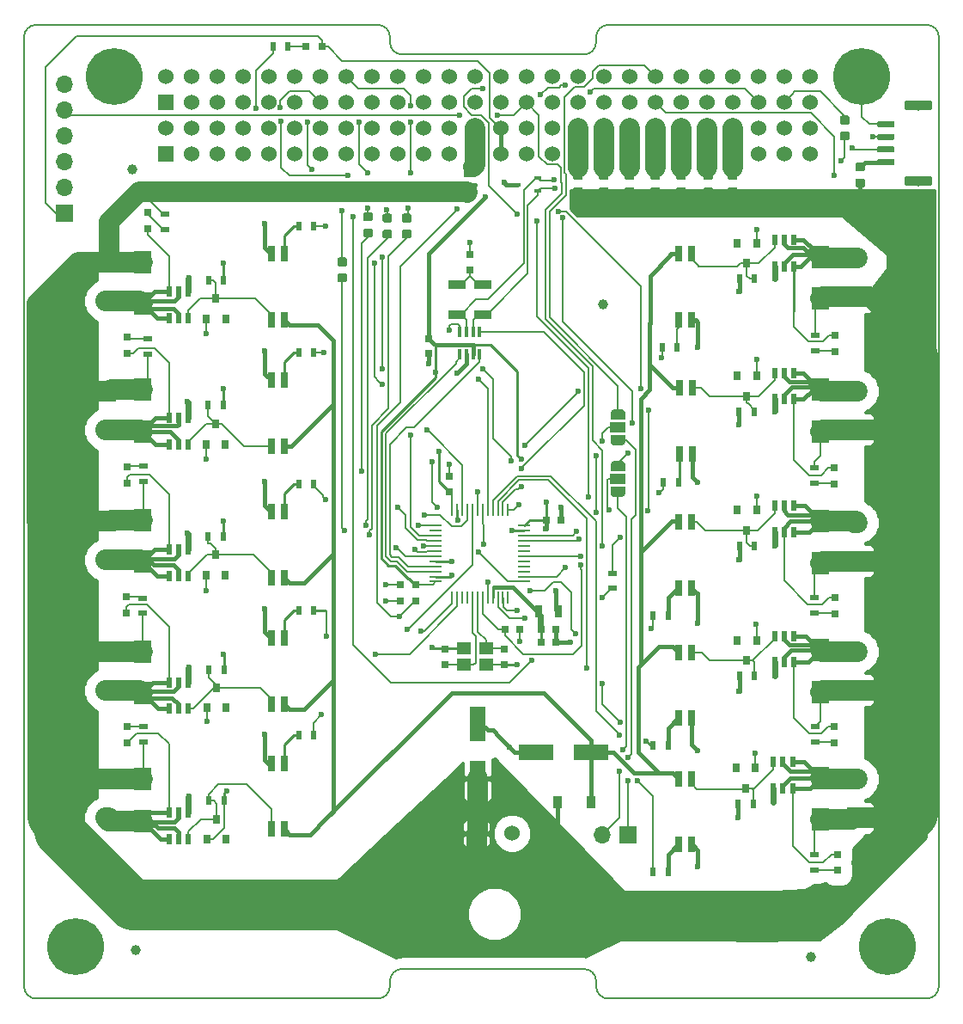
<source format=gbr>
%TF.GenerationSoftware,KiCad,Pcbnew,(5.0.1-3-g963ef8bb5)*%
%TF.CreationDate,2019-04-30T16:07:28+02:00*%
%TF.ProjectId,OIBUS_MOSFET_driver_module,4F494255535F4D4F534645545F647269,rev?*%
%TF.SameCoordinates,Original*%
%TF.FileFunction,Copper,L1,Top,Signal*%
%TF.FilePolarity,Positive*%
%FSLAX46Y46*%
G04 Gerber Fmt 4.6, Leading zero omitted, Abs format (unit mm)*
G04 Created by KiCad (PCBNEW (5.0.1-3-g963ef8bb5)) date 2019 April 30, Tuesday 16:07:28*
%MOMM*%
%LPD*%
G01*
G04 APERTURE LIST*
%ADD10C,0.200000*%
%ADD11C,0.150000*%
%ADD12C,1.000000*%
%ADD13C,0.600000*%
%ADD14R,0.750000X0.800000*%
%ADD15R,1.400000X1.200000*%
%ADD16R,1.700000X2.250000*%
%ADD17R,3.500000X1.600000*%
%ADD18R,1.600000X3.500000*%
%ADD19R,0.800000X0.750000*%
%ADD20R,0.700000X0.450000*%
%ADD21R,0.900000X1.200000*%
%ADD22C,1.524000*%
%ADD23R,1.524000X1.524000*%
%ADD24C,5.600000*%
%ADD25O,1.700000X1.700000*%
%ADD26R,1.700000X1.700000*%
%ADD27R,2.025000X2.025000*%
%ADD28C,2.025000*%
%ADD29R,1.500000X1.000000*%
%ADD30C,0.500000*%
%ADD31R,0.900000X0.500000*%
%ADD32R,0.700000X1.300000*%
%ADD33R,0.800000X0.800000*%
%ADD34R,0.500000X0.900000*%
%ADD35R,1.700000X0.900000*%
%ADD36R,0.550000X1.050000*%
%ADD37R,0.400000X1.060000*%
%ADD38R,0.250000X1.300000*%
%ADD39R,1.300000X0.250000*%
%ADD40R,1.530000X1.530000*%
%ADD41C,1.530000*%
%ADD42C,0.875000*%
%ADD43R,0.650000X1.650000*%
%ADD44R,0.800000X0.900000*%
%ADD45C,0.400000*%
%ADD46C,0.600000*%
%ADD47C,0.250000*%
%ADD48C,2.000000*%
%ADD49C,5.000000*%
%ADD50C,0.254000*%
G04 APERTURE END LIST*
D10*
X138557000Y-44248000D02*
X138557000Y-137737999D01*
X138557000Y-137737999D02*
G75*
G02X137357000Y-138937999I-1200000J0D01*
G01*
X48387000Y-137738000D02*
X48387000Y-79629000D01*
X49587000Y-138938000D02*
G75*
G02X48387000Y-137738000I0J1200000D01*
G01*
X83257000Y-138937999D02*
X49587000Y-138938000D01*
X84457000Y-137737999D02*
G75*
G02X83257000Y-138937999I-1200000J0D01*
G01*
X84457000Y-137217999D02*
X84457000Y-137737999D01*
X84457000Y-137217999D02*
G75*
G02X85657000Y-136017999I1200000J0D01*
G01*
X103577000Y-136017999D02*
X85657000Y-136017999D01*
X105977000Y-138937999D02*
G75*
G02X104777000Y-137737999I0J1200000D01*
G01*
X137357000Y-138937999D02*
X105977000Y-138937999D01*
X103577000Y-136017999D02*
G75*
G02X104777000Y-137217999I0J-1200000D01*
G01*
X104777000Y-137737999D02*
X104777000Y-137217999D01*
X137357000Y-43048000D02*
G75*
G02X138557000Y-44248000I0J-1200000D01*
G01*
X105977000Y-43048000D02*
X137357000Y-43048000D01*
X104777000Y-44248000D02*
G75*
G02X105977000Y-43048000I1200000J0D01*
G01*
X104777000Y-44768035D02*
X104777000Y-44248000D01*
X104777000Y-44768035D02*
G75*
G02X103577000Y-45968035I-1200000J0D01*
G01*
X85657000Y-45968032D02*
X103577000Y-45968035D01*
X85657000Y-45968032D02*
G75*
G02X84457001Y-44768032I1J1200000D01*
G01*
X84457000Y-44248030D02*
X84457001Y-44768032D01*
X83257001Y-43048030D02*
G75*
G02X84457000Y-44248030I-1J-1200000D01*
G01*
X49587001Y-43048001D02*
X83257001Y-43048030D01*
X48387000Y-44248001D02*
G75*
G02X49587001Y-43048001I1200000J0D01*
G01*
X48386999Y-79658000D02*
X48387000Y-44248001D01*
D11*
G36*
X137676164Y-50477644D02*
X137700433Y-50481244D01*
X137724231Y-50487205D01*
X137747331Y-50495470D01*
X137769509Y-50505960D01*
X137790553Y-50518573D01*
X137810258Y-50533187D01*
X137828437Y-50549663D01*
X137844913Y-50567842D01*
X137859527Y-50587547D01*
X137872140Y-50608591D01*
X137882630Y-50630769D01*
X137890895Y-50653869D01*
X137896856Y-50677667D01*
X137900456Y-50701936D01*
X137901660Y-50726440D01*
X137901660Y-51226440D01*
X137900456Y-51250944D01*
X137896856Y-51275213D01*
X137890895Y-51299011D01*
X137882630Y-51322111D01*
X137872140Y-51344289D01*
X137859527Y-51365333D01*
X137844913Y-51385038D01*
X137828437Y-51403217D01*
X137810258Y-51419693D01*
X137790553Y-51434307D01*
X137769509Y-51446920D01*
X137747331Y-51457410D01*
X137724231Y-51465675D01*
X137700433Y-51471636D01*
X137676164Y-51475236D01*
X137651660Y-51476440D01*
X135451660Y-51476440D01*
X135427156Y-51475236D01*
X135402887Y-51471636D01*
X135379089Y-51465675D01*
X135355989Y-51457410D01*
X135333811Y-51446920D01*
X135312767Y-51434307D01*
X135293062Y-51419693D01*
X135274883Y-51403217D01*
X135258407Y-51385038D01*
X135243793Y-51365333D01*
X135231180Y-51344289D01*
X135220690Y-51322111D01*
X135212425Y-51299011D01*
X135206464Y-51275213D01*
X135202864Y-51250944D01*
X135201660Y-51226440D01*
X135201660Y-50726440D01*
X135202864Y-50701936D01*
X135206464Y-50677667D01*
X135212425Y-50653869D01*
X135220690Y-50630769D01*
X135231180Y-50608591D01*
X135243793Y-50587547D01*
X135258407Y-50567842D01*
X135274883Y-50549663D01*
X135293062Y-50533187D01*
X135312767Y-50518573D01*
X135333811Y-50505960D01*
X135355989Y-50495470D01*
X135379089Y-50487205D01*
X135402887Y-50481244D01*
X135427156Y-50477644D01*
X135451660Y-50476440D01*
X137651660Y-50476440D01*
X137676164Y-50477644D01*
X137676164Y-50477644D01*
G37*
D12*
X136551660Y-50976440D03*
D11*
G36*
X137676164Y-57927644D02*
X137700433Y-57931244D01*
X137724231Y-57937205D01*
X137747331Y-57945470D01*
X137769509Y-57955960D01*
X137790553Y-57968573D01*
X137810258Y-57983187D01*
X137828437Y-57999663D01*
X137844913Y-58017842D01*
X137859527Y-58037547D01*
X137872140Y-58058591D01*
X137882630Y-58080769D01*
X137890895Y-58103869D01*
X137896856Y-58127667D01*
X137900456Y-58151936D01*
X137901660Y-58176440D01*
X137901660Y-58676440D01*
X137900456Y-58700944D01*
X137896856Y-58725213D01*
X137890895Y-58749011D01*
X137882630Y-58772111D01*
X137872140Y-58794289D01*
X137859527Y-58815333D01*
X137844913Y-58835038D01*
X137828437Y-58853217D01*
X137810258Y-58869693D01*
X137790553Y-58884307D01*
X137769509Y-58896920D01*
X137747331Y-58907410D01*
X137724231Y-58915675D01*
X137700433Y-58921636D01*
X137676164Y-58925236D01*
X137651660Y-58926440D01*
X135451660Y-58926440D01*
X135427156Y-58925236D01*
X135402887Y-58921636D01*
X135379089Y-58915675D01*
X135355989Y-58907410D01*
X135333811Y-58896920D01*
X135312767Y-58884307D01*
X135293062Y-58869693D01*
X135274883Y-58853217D01*
X135258407Y-58835038D01*
X135243793Y-58815333D01*
X135231180Y-58794289D01*
X135220690Y-58772111D01*
X135212425Y-58749011D01*
X135206464Y-58725213D01*
X135202864Y-58700944D01*
X135201660Y-58676440D01*
X135201660Y-58176440D01*
X135202864Y-58151936D01*
X135206464Y-58127667D01*
X135212425Y-58103869D01*
X135220690Y-58080769D01*
X135231180Y-58058591D01*
X135243793Y-58037547D01*
X135258407Y-58017842D01*
X135274883Y-57999663D01*
X135293062Y-57983187D01*
X135312767Y-57968573D01*
X135333811Y-57955960D01*
X135355989Y-57945470D01*
X135379089Y-57937205D01*
X135402887Y-57931244D01*
X135427156Y-57927644D01*
X135451660Y-57926440D01*
X137651660Y-57926440D01*
X137676164Y-57927644D01*
X137676164Y-57927644D01*
G37*
D12*
X136551660Y-58426440D03*
D11*
G36*
X134066363Y-52527162D02*
X134080924Y-52529322D01*
X134095203Y-52532899D01*
X134109063Y-52537858D01*
X134122370Y-52544152D01*
X134134996Y-52551720D01*
X134146819Y-52560488D01*
X134157726Y-52570374D01*
X134167612Y-52581281D01*
X134176380Y-52593104D01*
X134183948Y-52605730D01*
X134190242Y-52619037D01*
X134195201Y-52632897D01*
X134198778Y-52647176D01*
X134200938Y-52661737D01*
X134201660Y-52676440D01*
X134201660Y-52976440D01*
X134200938Y-52991143D01*
X134198778Y-53005704D01*
X134195201Y-53019983D01*
X134190242Y-53033843D01*
X134183948Y-53047150D01*
X134176380Y-53059776D01*
X134167612Y-53071599D01*
X134157726Y-53082506D01*
X134146819Y-53092392D01*
X134134996Y-53101160D01*
X134122370Y-53108728D01*
X134109063Y-53115022D01*
X134095203Y-53119981D01*
X134080924Y-53123558D01*
X134066363Y-53125718D01*
X134051660Y-53126440D01*
X132651660Y-53126440D01*
X132636957Y-53125718D01*
X132622396Y-53123558D01*
X132608117Y-53119981D01*
X132594257Y-53115022D01*
X132580950Y-53108728D01*
X132568324Y-53101160D01*
X132556501Y-53092392D01*
X132545594Y-53082506D01*
X132535708Y-53071599D01*
X132526940Y-53059776D01*
X132519372Y-53047150D01*
X132513078Y-53033843D01*
X132508119Y-53019983D01*
X132504542Y-53005704D01*
X132502382Y-52991143D01*
X132501660Y-52976440D01*
X132501660Y-52676440D01*
X132502382Y-52661737D01*
X132504542Y-52647176D01*
X132508119Y-52632897D01*
X132513078Y-52619037D01*
X132519372Y-52605730D01*
X132526940Y-52593104D01*
X132535708Y-52581281D01*
X132545594Y-52570374D01*
X132556501Y-52560488D01*
X132568324Y-52551720D01*
X132580950Y-52544152D01*
X132594257Y-52537858D01*
X132608117Y-52532899D01*
X132622396Y-52529322D01*
X132636957Y-52527162D01*
X132651660Y-52526440D01*
X134051660Y-52526440D01*
X134066363Y-52527162D01*
X134066363Y-52527162D01*
G37*
D13*
X133351660Y-52826440D03*
D11*
G36*
X134066363Y-53777162D02*
X134080924Y-53779322D01*
X134095203Y-53782899D01*
X134109063Y-53787858D01*
X134122370Y-53794152D01*
X134134996Y-53801720D01*
X134146819Y-53810488D01*
X134157726Y-53820374D01*
X134167612Y-53831281D01*
X134176380Y-53843104D01*
X134183948Y-53855730D01*
X134190242Y-53869037D01*
X134195201Y-53882897D01*
X134198778Y-53897176D01*
X134200938Y-53911737D01*
X134201660Y-53926440D01*
X134201660Y-54226440D01*
X134200938Y-54241143D01*
X134198778Y-54255704D01*
X134195201Y-54269983D01*
X134190242Y-54283843D01*
X134183948Y-54297150D01*
X134176380Y-54309776D01*
X134167612Y-54321599D01*
X134157726Y-54332506D01*
X134146819Y-54342392D01*
X134134996Y-54351160D01*
X134122370Y-54358728D01*
X134109063Y-54365022D01*
X134095203Y-54369981D01*
X134080924Y-54373558D01*
X134066363Y-54375718D01*
X134051660Y-54376440D01*
X132651660Y-54376440D01*
X132636957Y-54375718D01*
X132622396Y-54373558D01*
X132608117Y-54369981D01*
X132594257Y-54365022D01*
X132580950Y-54358728D01*
X132568324Y-54351160D01*
X132556501Y-54342392D01*
X132545594Y-54332506D01*
X132535708Y-54321599D01*
X132526940Y-54309776D01*
X132519372Y-54297150D01*
X132513078Y-54283843D01*
X132508119Y-54269983D01*
X132504542Y-54255704D01*
X132502382Y-54241143D01*
X132501660Y-54226440D01*
X132501660Y-53926440D01*
X132502382Y-53911737D01*
X132504542Y-53897176D01*
X132508119Y-53882897D01*
X132513078Y-53869037D01*
X132519372Y-53855730D01*
X132526940Y-53843104D01*
X132535708Y-53831281D01*
X132545594Y-53820374D01*
X132556501Y-53810488D01*
X132568324Y-53801720D01*
X132580950Y-53794152D01*
X132594257Y-53787858D01*
X132608117Y-53782899D01*
X132622396Y-53779322D01*
X132636957Y-53777162D01*
X132651660Y-53776440D01*
X134051660Y-53776440D01*
X134066363Y-53777162D01*
X134066363Y-53777162D01*
G37*
D13*
X133351660Y-54076440D03*
D11*
G36*
X134066363Y-55027162D02*
X134080924Y-55029322D01*
X134095203Y-55032899D01*
X134109063Y-55037858D01*
X134122370Y-55044152D01*
X134134996Y-55051720D01*
X134146819Y-55060488D01*
X134157726Y-55070374D01*
X134167612Y-55081281D01*
X134176380Y-55093104D01*
X134183948Y-55105730D01*
X134190242Y-55119037D01*
X134195201Y-55132897D01*
X134198778Y-55147176D01*
X134200938Y-55161737D01*
X134201660Y-55176440D01*
X134201660Y-55476440D01*
X134200938Y-55491143D01*
X134198778Y-55505704D01*
X134195201Y-55519983D01*
X134190242Y-55533843D01*
X134183948Y-55547150D01*
X134176380Y-55559776D01*
X134167612Y-55571599D01*
X134157726Y-55582506D01*
X134146819Y-55592392D01*
X134134996Y-55601160D01*
X134122370Y-55608728D01*
X134109063Y-55615022D01*
X134095203Y-55619981D01*
X134080924Y-55623558D01*
X134066363Y-55625718D01*
X134051660Y-55626440D01*
X132651660Y-55626440D01*
X132636957Y-55625718D01*
X132622396Y-55623558D01*
X132608117Y-55619981D01*
X132594257Y-55615022D01*
X132580950Y-55608728D01*
X132568324Y-55601160D01*
X132556501Y-55592392D01*
X132545594Y-55582506D01*
X132535708Y-55571599D01*
X132526940Y-55559776D01*
X132519372Y-55547150D01*
X132513078Y-55533843D01*
X132508119Y-55519983D01*
X132504542Y-55505704D01*
X132502382Y-55491143D01*
X132501660Y-55476440D01*
X132501660Y-55176440D01*
X132502382Y-55161737D01*
X132504542Y-55147176D01*
X132508119Y-55132897D01*
X132513078Y-55119037D01*
X132519372Y-55105730D01*
X132526940Y-55093104D01*
X132535708Y-55081281D01*
X132545594Y-55070374D01*
X132556501Y-55060488D01*
X132568324Y-55051720D01*
X132580950Y-55044152D01*
X132594257Y-55037858D01*
X132608117Y-55032899D01*
X132622396Y-55029322D01*
X132636957Y-55027162D01*
X132651660Y-55026440D01*
X134051660Y-55026440D01*
X134066363Y-55027162D01*
X134066363Y-55027162D01*
G37*
D13*
X133351660Y-55326440D03*
D11*
G36*
X134066363Y-56277162D02*
X134080924Y-56279322D01*
X134095203Y-56282899D01*
X134109063Y-56287858D01*
X134122370Y-56294152D01*
X134134996Y-56301720D01*
X134146819Y-56310488D01*
X134157726Y-56320374D01*
X134167612Y-56331281D01*
X134176380Y-56343104D01*
X134183948Y-56355730D01*
X134190242Y-56369037D01*
X134195201Y-56382897D01*
X134198778Y-56397176D01*
X134200938Y-56411737D01*
X134201660Y-56426440D01*
X134201660Y-56726440D01*
X134200938Y-56741143D01*
X134198778Y-56755704D01*
X134195201Y-56769983D01*
X134190242Y-56783843D01*
X134183948Y-56797150D01*
X134176380Y-56809776D01*
X134167612Y-56821599D01*
X134157726Y-56832506D01*
X134146819Y-56842392D01*
X134134996Y-56851160D01*
X134122370Y-56858728D01*
X134109063Y-56865022D01*
X134095203Y-56869981D01*
X134080924Y-56873558D01*
X134066363Y-56875718D01*
X134051660Y-56876440D01*
X132651660Y-56876440D01*
X132636957Y-56875718D01*
X132622396Y-56873558D01*
X132608117Y-56869981D01*
X132594257Y-56865022D01*
X132580950Y-56858728D01*
X132568324Y-56851160D01*
X132556501Y-56842392D01*
X132545594Y-56832506D01*
X132535708Y-56821599D01*
X132526940Y-56809776D01*
X132519372Y-56797150D01*
X132513078Y-56783843D01*
X132508119Y-56769983D01*
X132504542Y-56755704D01*
X132502382Y-56741143D01*
X132501660Y-56726440D01*
X132501660Y-56426440D01*
X132502382Y-56411737D01*
X132504542Y-56397176D01*
X132508119Y-56382897D01*
X132513078Y-56369037D01*
X132519372Y-56355730D01*
X132526940Y-56343104D01*
X132535708Y-56331281D01*
X132545594Y-56320374D01*
X132556501Y-56310488D01*
X132568324Y-56301720D01*
X132580950Y-56294152D01*
X132594257Y-56287858D01*
X132608117Y-56282899D01*
X132622396Y-56279322D01*
X132636957Y-56277162D01*
X132651660Y-56276440D01*
X134051660Y-56276440D01*
X134066363Y-56277162D01*
X134066363Y-56277162D01*
G37*
D13*
X133351660Y-56576440D03*
D14*
X89916000Y-106033000D03*
X89916000Y-104533000D03*
D15*
X91737000Y-104483000D03*
X93937000Y-104483000D03*
X93937000Y-106083000D03*
X91737000Y-106083000D03*
D16*
X60071000Y-70503000D03*
X60071000Y-66403000D03*
D17*
X98900000Y-114681000D03*
X104300000Y-114681000D03*
D18*
X93091000Y-117254000D03*
X93091000Y-111854000D03*
D14*
X92329000Y-65671000D03*
X92329000Y-67171000D03*
X88265000Y-73926000D03*
X88265000Y-75426000D03*
X95758000Y-104533000D03*
X95758000Y-106033000D03*
D19*
X95770000Y-102616000D03*
X97270000Y-102616000D03*
X85483000Y-99822000D03*
X86983000Y-99822000D03*
D14*
X90297000Y-87515000D03*
X90297000Y-89015000D03*
D19*
X86983000Y-98171000D03*
X85483000Y-98171000D03*
X101334000Y-91821000D03*
X99834000Y-91821000D03*
X100826000Y-102539800D03*
X99326000Y-102539800D03*
X99326000Y-103886000D03*
X100826000Y-103886000D03*
D16*
X126873000Y-104630000D03*
X126873000Y-108730000D03*
X126873000Y-121303000D03*
X126873000Y-117203000D03*
X126873000Y-69995000D03*
X126873000Y-65895000D03*
X126873000Y-96030000D03*
X126873000Y-91930000D03*
X60071000Y-91803000D03*
X60071000Y-95903000D03*
X60071000Y-121430000D03*
X60071000Y-117330000D03*
X60071000Y-108857000D03*
X60071000Y-104757000D03*
D20*
X97018600Y-58775600D03*
X99018600Y-58125600D03*
X99018600Y-59425600D03*
D21*
X100966000Y-119634000D03*
X104266000Y-119634000D03*
D16*
X126873000Y-78976000D03*
X126873000Y-83076000D03*
X60071000Y-78976000D03*
X60071000Y-83076000D03*
D22*
X62357000Y-48133001D03*
D23*
X62357000Y-50673001D03*
D22*
X64897000Y-48133001D03*
X64897000Y-50673001D03*
X67437000Y-48133001D03*
X67437000Y-50673001D03*
X69977000Y-48133001D03*
X69977000Y-50673001D03*
X72517000Y-48133001D03*
X72517000Y-50673001D03*
X75057000Y-48133001D03*
X75057000Y-50673001D03*
X77597000Y-48133001D03*
X77597000Y-50673001D03*
X80137000Y-48133001D03*
X80137000Y-50673001D03*
X82677000Y-48133001D03*
X82677000Y-50673001D03*
X85217000Y-48133001D03*
X85217000Y-50673001D03*
X87757000Y-48133001D03*
X87757000Y-50673001D03*
X90297000Y-48133001D03*
X90297000Y-50673001D03*
X92837000Y-48133001D03*
X92837000Y-50673001D03*
X95377000Y-48133001D03*
X95377000Y-50673001D03*
X97917000Y-48133001D03*
X97917000Y-50673001D03*
X100457000Y-48133001D03*
X100457000Y-50673001D03*
X102997000Y-48133001D03*
X102997000Y-50673001D03*
X105537000Y-48133001D03*
X105537000Y-50673001D03*
X108077000Y-48133001D03*
X108077000Y-50673001D03*
X110617000Y-48133001D03*
X110617000Y-50673001D03*
X113157000Y-48133001D03*
X113157000Y-50673001D03*
X115697000Y-48133001D03*
X115697000Y-50673001D03*
X118237000Y-48133001D03*
X118237000Y-50673001D03*
X120777000Y-48133001D03*
X120777000Y-50673001D03*
X123317000Y-48133001D03*
X123317000Y-50673001D03*
X125857000Y-48133001D03*
X125857000Y-50673001D03*
X125857000Y-55753000D03*
X125857000Y-53213000D03*
X123317000Y-55753000D03*
X123317000Y-53213000D03*
X120777000Y-55753000D03*
X120777000Y-53213000D03*
X118237000Y-55753000D03*
X118237000Y-53213000D03*
X115697000Y-55753000D03*
X115697000Y-53213000D03*
X113157000Y-55753000D03*
X113157000Y-53213000D03*
X110617000Y-55753000D03*
X110617000Y-53213000D03*
X108077000Y-55753000D03*
X108077000Y-53213000D03*
X105537000Y-55753000D03*
X105537000Y-53213000D03*
X102997000Y-55753000D03*
X102997000Y-53213000D03*
X100457000Y-55753000D03*
X100457000Y-53213000D03*
X97917000Y-55753000D03*
X97917000Y-53213000D03*
X95377000Y-55753000D03*
X95377000Y-53213000D03*
X92837000Y-55753000D03*
X92837000Y-53213000D03*
X90297000Y-55753000D03*
X90297000Y-53213000D03*
X87757000Y-55753000D03*
X87757000Y-53213000D03*
X85217000Y-55753000D03*
X85217000Y-53213000D03*
X82677000Y-55753000D03*
X82677000Y-53213000D03*
X80137000Y-55753000D03*
X80137000Y-53213000D03*
X77597000Y-55753000D03*
X77597000Y-53213000D03*
X75057000Y-55753000D03*
X75057000Y-53213000D03*
X72517000Y-55753000D03*
X72517000Y-53213000D03*
X69977000Y-55753000D03*
X69977000Y-53213000D03*
X67437000Y-55753000D03*
X67437000Y-53213000D03*
X64897000Y-55753000D03*
X64897000Y-53213000D03*
D23*
X62357000Y-55753000D03*
D22*
X62357000Y-53213000D03*
D24*
X57277000Y-48133000D03*
X133477000Y-133858000D03*
X53467000Y-133858000D03*
X130937000Y-48133000D03*
D25*
X52400200Y-48869600D03*
X52400200Y-51409600D03*
X52400200Y-53949600D03*
X52400200Y-56489600D03*
X52400200Y-59029600D03*
D26*
X52400200Y-61569600D03*
D25*
X105410000Y-122809000D03*
D26*
X107950000Y-122809000D03*
D27*
X130556000Y-108559600D03*
D28*
X130556000Y-104749600D03*
X130556000Y-117322600D03*
D27*
X130556000Y-121132600D03*
X130556000Y-69824600D03*
D28*
X130556000Y-66014600D03*
X130556000Y-92049600D03*
D27*
X130556000Y-95859600D03*
X56413400Y-66421000D03*
D28*
X56413400Y-70231000D03*
X56413400Y-95758000D03*
D27*
X56413400Y-91948000D03*
X56413400Y-117348000D03*
D28*
X56413400Y-121158000D03*
X56413400Y-108585000D03*
D27*
X56413400Y-104775000D03*
D28*
X130556000Y-79095600D03*
D27*
X130556000Y-82905600D03*
X56413400Y-79121000D03*
D28*
X56413400Y-82931000D03*
D29*
X106934000Y-87757000D03*
D30*
X106934000Y-89057000D03*
D11*
G36*
X107683398Y-89057000D02*
X107683398Y-89081534D01*
X107678588Y-89130365D01*
X107669016Y-89178490D01*
X107654772Y-89225445D01*
X107635995Y-89270778D01*
X107612864Y-89314051D01*
X107585604Y-89354850D01*
X107554476Y-89392779D01*
X107519779Y-89427476D01*
X107481850Y-89458604D01*
X107441051Y-89485864D01*
X107397778Y-89508995D01*
X107352445Y-89527772D01*
X107305490Y-89542016D01*
X107257365Y-89551588D01*
X107208534Y-89556398D01*
X107184000Y-89556398D01*
X107184000Y-89557000D01*
X106684000Y-89557000D01*
X106684000Y-89556398D01*
X106659466Y-89556398D01*
X106610635Y-89551588D01*
X106562510Y-89542016D01*
X106515555Y-89527772D01*
X106470222Y-89508995D01*
X106426949Y-89485864D01*
X106386150Y-89458604D01*
X106348221Y-89427476D01*
X106313524Y-89392779D01*
X106282396Y-89354850D01*
X106255136Y-89314051D01*
X106232005Y-89270778D01*
X106213228Y-89225445D01*
X106198984Y-89178490D01*
X106189412Y-89130365D01*
X106184602Y-89081534D01*
X106184602Y-89057000D01*
X106184000Y-89057000D01*
X106184000Y-88507000D01*
X107684000Y-88507000D01*
X107684000Y-89057000D01*
X107683398Y-89057000D01*
X107683398Y-89057000D01*
G37*
D30*
X106934000Y-86457000D03*
D11*
G36*
X106184000Y-87007000D02*
X106184000Y-86457000D01*
X106184602Y-86457000D01*
X106184602Y-86432466D01*
X106189412Y-86383635D01*
X106198984Y-86335510D01*
X106213228Y-86288555D01*
X106232005Y-86243222D01*
X106255136Y-86199949D01*
X106282396Y-86159150D01*
X106313524Y-86121221D01*
X106348221Y-86086524D01*
X106386150Y-86055396D01*
X106426949Y-86028136D01*
X106470222Y-86005005D01*
X106515555Y-85986228D01*
X106562510Y-85971984D01*
X106610635Y-85962412D01*
X106659466Y-85957602D01*
X106684000Y-85957602D01*
X106684000Y-85957000D01*
X107184000Y-85957000D01*
X107184000Y-85957602D01*
X107208534Y-85957602D01*
X107257365Y-85962412D01*
X107305490Y-85971984D01*
X107352445Y-85986228D01*
X107397778Y-86005005D01*
X107441051Y-86028136D01*
X107481850Y-86055396D01*
X107519779Y-86086524D01*
X107554476Y-86121221D01*
X107585604Y-86159150D01*
X107612864Y-86199949D01*
X107635995Y-86243222D01*
X107654772Y-86288555D01*
X107669016Y-86335510D01*
X107678588Y-86383635D01*
X107683398Y-86432466D01*
X107683398Y-86457000D01*
X107684000Y-86457000D01*
X107684000Y-87007000D01*
X106184000Y-87007000D01*
X106184000Y-87007000D01*
G37*
D30*
X106934000Y-81377000D03*
D11*
G36*
X106184000Y-81927000D02*
X106184000Y-81377000D01*
X106184602Y-81377000D01*
X106184602Y-81352466D01*
X106189412Y-81303635D01*
X106198984Y-81255510D01*
X106213228Y-81208555D01*
X106232005Y-81163222D01*
X106255136Y-81119949D01*
X106282396Y-81079150D01*
X106313524Y-81041221D01*
X106348221Y-81006524D01*
X106386150Y-80975396D01*
X106426949Y-80948136D01*
X106470222Y-80925005D01*
X106515555Y-80906228D01*
X106562510Y-80891984D01*
X106610635Y-80882412D01*
X106659466Y-80877602D01*
X106684000Y-80877602D01*
X106684000Y-80877000D01*
X107184000Y-80877000D01*
X107184000Y-80877602D01*
X107208534Y-80877602D01*
X107257365Y-80882412D01*
X107305490Y-80891984D01*
X107352445Y-80906228D01*
X107397778Y-80925005D01*
X107441051Y-80948136D01*
X107481850Y-80975396D01*
X107519779Y-81006524D01*
X107554476Y-81041221D01*
X107585604Y-81079150D01*
X107612864Y-81119949D01*
X107635995Y-81163222D01*
X107654772Y-81208555D01*
X107669016Y-81255510D01*
X107678588Y-81303635D01*
X107683398Y-81352466D01*
X107683398Y-81377000D01*
X107684000Y-81377000D01*
X107684000Y-81927000D01*
X106184000Y-81927000D01*
X106184000Y-81927000D01*
G37*
D30*
X106934000Y-83977000D03*
D11*
G36*
X107683398Y-83977000D02*
X107683398Y-84001534D01*
X107678588Y-84050365D01*
X107669016Y-84098490D01*
X107654772Y-84145445D01*
X107635995Y-84190778D01*
X107612864Y-84234051D01*
X107585604Y-84274850D01*
X107554476Y-84312779D01*
X107519779Y-84347476D01*
X107481850Y-84378604D01*
X107441051Y-84405864D01*
X107397778Y-84428995D01*
X107352445Y-84447772D01*
X107305490Y-84462016D01*
X107257365Y-84471588D01*
X107208534Y-84476398D01*
X107184000Y-84476398D01*
X107184000Y-84477000D01*
X106684000Y-84477000D01*
X106684000Y-84476398D01*
X106659466Y-84476398D01*
X106610635Y-84471588D01*
X106562510Y-84462016D01*
X106515555Y-84447772D01*
X106470222Y-84428995D01*
X106426949Y-84405864D01*
X106386150Y-84378604D01*
X106348221Y-84347476D01*
X106313524Y-84312779D01*
X106282396Y-84274850D01*
X106255136Y-84234051D01*
X106232005Y-84190778D01*
X106213228Y-84145445D01*
X106198984Y-84098490D01*
X106189412Y-84050365D01*
X106184602Y-84001534D01*
X106184602Y-83977000D01*
X106184000Y-83977000D01*
X106184000Y-83427000D01*
X107684000Y-83427000D01*
X107684000Y-83977000D01*
X107683398Y-83977000D01*
X107683398Y-83977000D01*
G37*
D29*
X106934000Y-82677000D03*
D31*
X106426000Y-97040000D03*
X106426000Y-98540000D03*
D32*
X99126000Y-100838000D03*
X101026000Y-100838000D03*
D33*
X128270000Y-112128400D03*
X128270000Y-113728400D03*
X128574800Y-126326800D03*
X128574800Y-124726800D03*
X128320800Y-75196600D03*
X128320800Y-73596600D03*
X128295400Y-101053800D03*
X128295400Y-99453800D03*
X60604400Y-61557000D03*
X60604400Y-63157000D03*
X58572400Y-86601400D03*
X58572400Y-88201400D03*
X58547000Y-113728400D03*
X58547000Y-112128400D03*
X58470800Y-101003000D03*
X58470800Y-99403000D03*
X76162000Y-45212000D03*
X77762000Y-45212000D03*
X128270000Y-86677600D03*
X128270000Y-88277600D03*
X58521600Y-75425200D03*
X58521600Y-73825200D03*
D31*
X126339600Y-112153000D03*
X126339600Y-113653000D03*
D34*
X118884000Y-107188000D03*
X120384000Y-107188000D03*
D31*
X126288800Y-126302200D03*
X126288800Y-124802200D03*
D34*
X120257000Y-119761000D03*
X118757000Y-119761000D03*
D31*
X126415800Y-73646600D03*
X126415800Y-75146600D03*
D34*
X118884000Y-68072000D03*
X120384000Y-68072000D03*
D31*
X126263400Y-100978400D03*
X126263400Y-99478400D03*
D34*
X120384000Y-94361000D03*
X118884000Y-94361000D03*
D31*
X62280800Y-61683200D03*
X62280800Y-63183200D03*
D34*
X68060000Y-68199000D03*
X66560000Y-68199000D03*
D31*
X60198000Y-86524400D03*
X60198000Y-88024400D03*
D34*
X66540238Y-93452488D03*
X68040238Y-93452488D03*
D31*
X60198000Y-113653000D03*
X60198000Y-112153000D03*
D34*
X68122620Y-119456583D03*
X66622620Y-119456583D03*
D31*
X60121800Y-99503800D03*
X60121800Y-101003800D03*
D34*
X66598866Y-106530810D03*
X68098866Y-106530810D03*
X111875000Y-114046000D03*
X110375000Y-114046000D03*
X111875000Y-126492000D03*
X110375000Y-126492000D03*
X112764000Y-74803000D03*
X111264000Y-74803000D03*
X110375000Y-101219000D03*
X111875000Y-101219000D03*
X75450000Y-62865000D03*
X76950000Y-62865000D03*
X76950000Y-88265000D03*
X75450000Y-88265000D03*
X76950000Y-113030000D03*
X75450000Y-113030000D03*
X75450000Y-100711000D03*
X76950000Y-100711000D03*
D35*
X91059000Y-68654000D03*
X91059000Y-71554000D03*
X93599000Y-68654000D03*
X93599000Y-71554000D03*
D34*
X72910000Y-45212000D03*
X74410000Y-45212000D03*
D31*
X126288800Y-86702200D03*
X126288800Y-88202200D03*
X60553600Y-75476800D03*
X60553600Y-73976800D03*
D34*
X118872000Y-81153000D03*
X120372000Y-81153000D03*
X68037985Y-80439617D03*
X66537985Y-80439617D03*
X111391000Y-88138000D03*
X112891000Y-88138000D03*
X75450000Y-75311000D03*
X76950000Y-75311000D03*
D36*
X124267000Y-105821000D03*
X123317000Y-105821000D03*
X122367000Y-105821000D03*
X122367000Y-103221000D03*
X123317000Y-103221000D03*
X124267000Y-103221000D03*
X124140000Y-115637000D03*
X123190000Y-115637000D03*
X122240000Y-115637000D03*
X122240000Y-118237000D03*
X123190000Y-118237000D03*
X124140000Y-118237000D03*
X124267000Y-64232000D03*
X123317000Y-64232000D03*
X122367000Y-64232000D03*
X122367000Y-66832000D03*
X123317000Y-66832000D03*
X124267000Y-66832000D03*
X124267000Y-92994000D03*
X123317000Y-92994000D03*
X122367000Y-92994000D03*
X122367000Y-90394000D03*
X123317000Y-90394000D03*
X124267000Y-90394000D03*
X62677000Y-69312000D03*
X63627000Y-69312000D03*
X64577000Y-69312000D03*
X64577000Y-71912000D03*
X63627000Y-71912000D03*
X62677000Y-71912000D03*
X62677000Y-97312000D03*
X63627000Y-97312000D03*
X64577000Y-97312000D03*
X64577000Y-94712000D03*
X63627000Y-94712000D03*
X62677000Y-94712000D03*
X62677000Y-123220000D03*
X63627000Y-123220000D03*
X64577000Y-123220000D03*
X64577000Y-120620000D03*
X63627000Y-120620000D03*
X62677000Y-120620000D03*
X62677000Y-107793000D03*
X63627000Y-107793000D03*
X64577000Y-107793000D03*
X64577000Y-110393000D03*
X63627000Y-110393000D03*
X62677000Y-110393000D03*
X124267000Y-77313000D03*
X123317000Y-77313000D03*
X122367000Y-77313000D03*
X122367000Y-79913000D03*
X123317000Y-79913000D03*
X124267000Y-79913000D03*
X62677000Y-81758000D03*
X63627000Y-81758000D03*
X64577000Y-81758000D03*
X64577000Y-84358000D03*
X63627000Y-84358000D03*
X62677000Y-84358000D03*
D37*
X91349000Y-73322000D03*
X91999000Y-73322000D03*
X92659000Y-73322000D03*
X93309000Y-73322000D03*
X93309000Y-75522000D03*
X92659000Y-75522000D03*
X91999000Y-75522000D03*
X91349000Y-75522000D03*
D38*
X90595000Y-99473000D03*
X91095000Y-99473000D03*
X91595000Y-99473000D03*
X92095000Y-99473000D03*
X92595000Y-99473000D03*
X93095000Y-99473000D03*
X93595000Y-99473000D03*
X94095000Y-99473000D03*
X94595000Y-99473000D03*
X95095000Y-99473000D03*
X95595000Y-99473000D03*
X96095000Y-99473000D03*
D39*
X97695000Y-97873000D03*
X97695000Y-97373000D03*
X97695000Y-96873000D03*
X97695000Y-96373000D03*
X97695000Y-95873000D03*
X97695000Y-95373000D03*
X97695000Y-94873000D03*
X97695000Y-94373000D03*
X97695000Y-93873000D03*
X97695000Y-93373000D03*
X97695000Y-92873000D03*
X97695000Y-92373000D03*
D38*
X96095000Y-90773000D03*
X95595000Y-90773000D03*
X95095000Y-90773000D03*
X94595000Y-90773000D03*
X94095000Y-90773000D03*
X93595000Y-90773000D03*
X93095000Y-90773000D03*
X92595000Y-90773000D03*
X92095000Y-90773000D03*
X91595000Y-90773000D03*
X91095000Y-90773000D03*
X90595000Y-90773000D03*
D39*
X88995000Y-92373000D03*
X88995000Y-92873000D03*
X88995000Y-93373000D03*
X88995000Y-93873000D03*
X88995000Y-94373000D03*
X88995000Y-94873000D03*
X88995000Y-95373000D03*
X88995000Y-95873000D03*
X88995000Y-96373000D03*
X88995000Y-96873000D03*
X88995000Y-97373000D03*
X88995000Y-97873000D03*
D40*
X92992000Y-122682000D03*
D41*
X96492000Y-122682000D03*
D11*
G36*
X129563691Y-53564053D02*
X129584926Y-53567203D01*
X129605750Y-53572419D01*
X129625962Y-53579651D01*
X129645368Y-53588830D01*
X129663781Y-53599866D01*
X129681024Y-53612654D01*
X129696930Y-53627070D01*
X129711346Y-53642976D01*
X129724134Y-53660219D01*
X129735170Y-53678632D01*
X129744349Y-53698038D01*
X129751581Y-53718250D01*
X129756797Y-53739074D01*
X129759947Y-53760309D01*
X129761000Y-53781750D01*
X129761000Y-54219250D01*
X129759947Y-54240691D01*
X129756797Y-54261926D01*
X129751581Y-54282750D01*
X129744349Y-54302962D01*
X129735170Y-54322368D01*
X129724134Y-54340781D01*
X129711346Y-54358024D01*
X129696930Y-54373930D01*
X129681024Y-54388346D01*
X129663781Y-54401134D01*
X129645368Y-54412170D01*
X129625962Y-54421349D01*
X129605750Y-54428581D01*
X129584926Y-54433797D01*
X129563691Y-54436947D01*
X129542250Y-54438000D01*
X129029750Y-54438000D01*
X129008309Y-54436947D01*
X128987074Y-54433797D01*
X128966250Y-54428581D01*
X128946038Y-54421349D01*
X128926632Y-54412170D01*
X128908219Y-54401134D01*
X128890976Y-54388346D01*
X128875070Y-54373930D01*
X128860654Y-54358024D01*
X128847866Y-54340781D01*
X128836830Y-54322368D01*
X128827651Y-54302962D01*
X128820419Y-54282750D01*
X128815203Y-54261926D01*
X128812053Y-54240691D01*
X128811000Y-54219250D01*
X128811000Y-53781750D01*
X128812053Y-53760309D01*
X128815203Y-53739074D01*
X128820419Y-53718250D01*
X128827651Y-53698038D01*
X128836830Y-53678632D01*
X128847866Y-53660219D01*
X128860654Y-53642976D01*
X128875070Y-53627070D01*
X128890976Y-53612654D01*
X128908219Y-53599866D01*
X128926632Y-53588830D01*
X128946038Y-53579651D01*
X128966250Y-53572419D01*
X128987074Y-53567203D01*
X129008309Y-53564053D01*
X129029750Y-53563000D01*
X129542250Y-53563000D01*
X129563691Y-53564053D01*
X129563691Y-53564053D01*
G37*
D42*
X129286000Y-54000500D03*
D11*
G36*
X129563691Y-51989053D02*
X129584926Y-51992203D01*
X129605750Y-51997419D01*
X129625962Y-52004651D01*
X129645368Y-52013830D01*
X129663781Y-52024866D01*
X129681024Y-52037654D01*
X129696930Y-52052070D01*
X129711346Y-52067976D01*
X129724134Y-52085219D01*
X129735170Y-52103632D01*
X129744349Y-52123038D01*
X129751581Y-52143250D01*
X129756797Y-52164074D01*
X129759947Y-52185309D01*
X129761000Y-52206750D01*
X129761000Y-52644250D01*
X129759947Y-52665691D01*
X129756797Y-52686926D01*
X129751581Y-52707750D01*
X129744349Y-52727962D01*
X129735170Y-52747368D01*
X129724134Y-52765781D01*
X129711346Y-52783024D01*
X129696930Y-52798930D01*
X129681024Y-52813346D01*
X129663781Y-52826134D01*
X129645368Y-52837170D01*
X129625962Y-52846349D01*
X129605750Y-52853581D01*
X129584926Y-52858797D01*
X129563691Y-52861947D01*
X129542250Y-52863000D01*
X129029750Y-52863000D01*
X129008309Y-52861947D01*
X128987074Y-52858797D01*
X128966250Y-52853581D01*
X128946038Y-52846349D01*
X128926632Y-52837170D01*
X128908219Y-52826134D01*
X128890976Y-52813346D01*
X128875070Y-52798930D01*
X128860654Y-52783024D01*
X128847866Y-52765781D01*
X128836830Y-52747368D01*
X128827651Y-52727962D01*
X128820419Y-52707750D01*
X128815203Y-52686926D01*
X128812053Y-52665691D01*
X128811000Y-52644250D01*
X128811000Y-52206750D01*
X128812053Y-52185309D01*
X128815203Y-52164074D01*
X128820419Y-52143250D01*
X128827651Y-52123038D01*
X128836830Y-52103632D01*
X128847866Y-52085219D01*
X128860654Y-52067976D01*
X128875070Y-52052070D01*
X128890976Y-52037654D01*
X128908219Y-52024866D01*
X128926632Y-52013830D01*
X128946038Y-52004651D01*
X128966250Y-51997419D01*
X128987074Y-51992203D01*
X129008309Y-51989053D01*
X129029750Y-51988000D01*
X129542250Y-51988000D01*
X129563691Y-51989053D01*
X129563691Y-51989053D01*
G37*
D42*
X129286000Y-52425500D03*
D11*
G36*
X82573691Y-61514053D02*
X82594926Y-61517203D01*
X82615750Y-61522419D01*
X82635962Y-61529651D01*
X82655368Y-61538830D01*
X82673781Y-61549866D01*
X82691024Y-61562654D01*
X82706930Y-61577070D01*
X82721346Y-61592976D01*
X82734134Y-61610219D01*
X82745170Y-61628632D01*
X82754349Y-61648038D01*
X82761581Y-61668250D01*
X82766797Y-61689074D01*
X82769947Y-61710309D01*
X82771000Y-61731750D01*
X82771000Y-62169250D01*
X82769947Y-62190691D01*
X82766797Y-62211926D01*
X82761581Y-62232750D01*
X82754349Y-62252962D01*
X82745170Y-62272368D01*
X82734134Y-62290781D01*
X82721346Y-62308024D01*
X82706930Y-62323930D01*
X82691024Y-62338346D01*
X82673781Y-62351134D01*
X82655368Y-62362170D01*
X82635962Y-62371349D01*
X82615750Y-62378581D01*
X82594926Y-62383797D01*
X82573691Y-62386947D01*
X82552250Y-62388000D01*
X82039750Y-62388000D01*
X82018309Y-62386947D01*
X81997074Y-62383797D01*
X81976250Y-62378581D01*
X81956038Y-62371349D01*
X81936632Y-62362170D01*
X81918219Y-62351134D01*
X81900976Y-62338346D01*
X81885070Y-62323930D01*
X81870654Y-62308024D01*
X81857866Y-62290781D01*
X81846830Y-62272368D01*
X81837651Y-62252962D01*
X81830419Y-62232750D01*
X81825203Y-62211926D01*
X81822053Y-62190691D01*
X81821000Y-62169250D01*
X81821000Y-61731750D01*
X81822053Y-61710309D01*
X81825203Y-61689074D01*
X81830419Y-61668250D01*
X81837651Y-61648038D01*
X81846830Y-61628632D01*
X81857866Y-61610219D01*
X81870654Y-61592976D01*
X81885070Y-61577070D01*
X81900976Y-61562654D01*
X81918219Y-61549866D01*
X81936632Y-61538830D01*
X81956038Y-61529651D01*
X81976250Y-61522419D01*
X81997074Y-61517203D01*
X82018309Y-61514053D01*
X82039750Y-61513000D01*
X82552250Y-61513000D01*
X82573691Y-61514053D01*
X82573691Y-61514053D01*
G37*
D42*
X82296000Y-61950500D03*
D11*
G36*
X82573691Y-63089053D02*
X82594926Y-63092203D01*
X82615750Y-63097419D01*
X82635962Y-63104651D01*
X82655368Y-63113830D01*
X82673781Y-63124866D01*
X82691024Y-63137654D01*
X82706930Y-63152070D01*
X82721346Y-63167976D01*
X82734134Y-63185219D01*
X82745170Y-63203632D01*
X82754349Y-63223038D01*
X82761581Y-63243250D01*
X82766797Y-63264074D01*
X82769947Y-63285309D01*
X82771000Y-63306750D01*
X82771000Y-63744250D01*
X82769947Y-63765691D01*
X82766797Y-63786926D01*
X82761581Y-63807750D01*
X82754349Y-63827962D01*
X82745170Y-63847368D01*
X82734134Y-63865781D01*
X82721346Y-63883024D01*
X82706930Y-63898930D01*
X82691024Y-63913346D01*
X82673781Y-63926134D01*
X82655368Y-63937170D01*
X82635962Y-63946349D01*
X82615750Y-63953581D01*
X82594926Y-63958797D01*
X82573691Y-63961947D01*
X82552250Y-63963000D01*
X82039750Y-63963000D01*
X82018309Y-63961947D01*
X81997074Y-63958797D01*
X81976250Y-63953581D01*
X81956038Y-63946349D01*
X81936632Y-63937170D01*
X81918219Y-63926134D01*
X81900976Y-63913346D01*
X81885070Y-63898930D01*
X81870654Y-63883024D01*
X81857866Y-63865781D01*
X81846830Y-63847368D01*
X81837651Y-63827962D01*
X81830419Y-63807750D01*
X81825203Y-63786926D01*
X81822053Y-63765691D01*
X81821000Y-63744250D01*
X81821000Y-63306750D01*
X81822053Y-63285309D01*
X81825203Y-63264074D01*
X81830419Y-63243250D01*
X81837651Y-63223038D01*
X81846830Y-63203632D01*
X81857866Y-63185219D01*
X81870654Y-63167976D01*
X81885070Y-63152070D01*
X81900976Y-63137654D01*
X81918219Y-63124866D01*
X81936632Y-63113830D01*
X81956038Y-63104651D01*
X81976250Y-63097419D01*
X81997074Y-63092203D01*
X82018309Y-63089053D01*
X82039750Y-63088000D01*
X82552250Y-63088000D01*
X82573691Y-63089053D01*
X82573691Y-63089053D01*
G37*
D42*
X82296000Y-63525500D03*
D11*
G36*
X80033691Y-67534053D02*
X80054926Y-67537203D01*
X80075750Y-67542419D01*
X80095962Y-67549651D01*
X80115368Y-67558830D01*
X80133781Y-67569866D01*
X80151024Y-67582654D01*
X80166930Y-67597070D01*
X80181346Y-67612976D01*
X80194134Y-67630219D01*
X80205170Y-67648632D01*
X80214349Y-67668038D01*
X80221581Y-67688250D01*
X80226797Y-67709074D01*
X80229947Y-67730309D01*
X80231000Y-67751750D01*
X80231000Y-68189250D01*
X80229947Y-68210691D01*
X80226797Y-68231926D01*
X80221581Y-68252750D01*
X80214349Y-68272962D01*
X80205170Y-68292368D01*
X80194134Y-68310781D01*
X80181346Y-68328024D01*
X80166930Y-68343930D01*
X80151024Y-68358346D01*
X80133781Y-68371134D01*
X80115368Y-68382170D01*
X80095962Y-68391349D01*
X80075750Y-68398581D01*
X80054926Y-68403797D01*
X80033691Y-68406947D01*
X80012250Y-68408000D01*
X79499750Y-68408000D01*
X79478309Y-68406947D01*
X79457074Y-68403797D01*
X79436250Y-68398581D01*
X79416038Y-68391349D01*
X79396632Y-68382170D01*
X79378219Y-68371134D01*
X79360976Y-68358346D01*
X79345070Y-68343930D01*
X79330654Y-68328024D01*
X79317866Y-68310781D01*
X79306830Y-68292368D01*
X79297651Y-68272962D01*
X79290419Y-68252750D01*
X79285203Y-68231926D01*
X79282053Y-68210691D01*
X79281000Y-68189250D01*
X79281000Y-67751750D01*
X79282053Y-67730309D01*
X79285203Y-67709074D01*
X79290419Y-67688250D01*
X79297651Y-67668038D01*
X79306830Y-67648632D01*
X79317866Y-67630219D01*
X79330654Y-67612976D01*
X79345070Y-67597070D01*
X79360976Y-67582654D01*
X79378219Y-67569866D01*
X79396632Y-67558830D01*
X79416038Y-67549651D01*
X79436250Y-67542419D01*
X79457074Y-67537203D01*
X79478309Y-67534053D01*
X79499750Y-67533000D01*
X80012250Y-67533000D01*
X80033691Y-67534053D01*
X80033691Y-67534053D01*
G37*
D42*
X79756000Y-67970500D03*
D11*
G36*
X80033691Y-65959053D02*
X80054926Y-65962203D01*
X80075750Y-65967419D01*
X80095962Y-65974651D01*
X80115368Y-65983830D01*
X80133781Y-65994866D01*
X80151024Y-66007654D01*
X80166930Y-66022070D01*
X80181346Y-66037976D01*
X80194134Y-66055219D01*
X80205170Y-66073632D01*
X80214349Y-66093038D01*
X80221581Y-66113250D01*
X80226797Y-66134074D01*
X80229947Y-66155309D01*
X80231000Y-66176750D01*
X80231000Y-66614250D01*
X80229947Y-66635691D01*
X80226797Y-66656926D01*
X80221581Y-66677750D01*
X80214349Y-66697962D01*
X80205170Y-66717368D01*
X80194134Y-66735781D01*
X80181346Y-66753024D01*
X80166930Y-66768930D01*
X80151024Y-66783346D01*
X80133781Y-66796134D01*
X80115368Y-66807170D01*
X80095962Y-66816349D01*
X80075750Y-66823581D01*
X80054926Y-66828797D01*
X80033691Y-66831947D01*
X80012250Y-66833000D01*
X79499750Y-66833000D01*
X79478309Y-66831947D01*
X79457074Y-66828797D01*
X79436250Y-66823581D01*
X79416038Y-66816349D01*
X79396632Y-66807170D01*
X79378219Y-66796134D01*
X79360976Y-66783346D01*
X79345070Y-66768930D01*
X79330654Y-66753024D01*
X79317866Y-66735781D01*
X79306830Y-66717368D01*
X79297651Y-66697962D01*
X79290419Y-66677750D01*
X79285203Y-66656926D01*
X79282053Y-66635691D01*
X79281000Y-66614250D01*
X79281000Y-66176750D01*
X79282053Y-66155309D01*
X79285203Y-66134074D01*
X79290419Y-66113250D01*
X79297651Y-66093038D01*
X79306830Y-66073632D01*
X79317866Y-66055219D01*
X79330654Y-66037976D01*
X79345070Y-66022070D01*
X79360976Y-66007654D01*
X79378219Y-65994866D01*
X79396632Y-65983830D01*
X79416038Y-65974651D01*
X79436250Y-65967419D01*
X79457074Y-65962203D01*
X79478309Y-65959053D01*
X79499750Y-65958000D01*
X80012250Y-65958000D01*
X80033691Y-65959053D01*
X80033691Y-65959053D01*
G37*
D42*
X79756000Y-66395500D03*
D11*
G36*
X84478691Y-61641053D02*
X84499926Y-61644203D01*
X84520750Y-61649419D01*
X84540962Y-61656651D01*
X84560368Y-61665830D01*
X84578781Y-61676866D01*
X84596024Y-61689654D01*
X84611930Y-61704070D01*
X84626346Y-61719976D01*
X84639134Y-61737219D01*
X84650170Y-61755632D01*
X84659349Y-61775038D01*
X84666581Y-61795250D01*
X84671797Y-61816074D01*
X84674947Y-61837309D01*
X84676000Y-61858750D01*
X84676000Y-62296250D01*
X84674947Y-62317691D01*
X84671797Y-62338926D01*
X84666581Y-62359750D01*
X84659349Y-62379962D01*
X84650170Y-62399368D01*
X84639134Y-62417781D01*
X84626346Y-62435024D01*
X84611930Y-62450930D01*
X84596024Y-62465346D01*
X84578781Y-62478134D01*
X84560368Y-62489170D01*
X84540962Y-62498349D01*
X84520750Y-62505581D01*
X84499926Y-62510797D01*
X84478691Y-62513947D01*
X84457250Y-62515000D01*
X83944750Y-62515000D01*
X83923309Y-62513947D01*
X83902074Y-62510797D01*
X83881250Y-62505581D01*
X83861038Y-62498349D01*
X83841632Y-62489170D01*
X83823219Y-62478134D01*
X83805976Y-62465346D01*
X83790070Y-62450930D01*
X83775654Y-62435024D01*
X83762866Y-62417781D01*
X83751830Y-62399368D01*
X83742651Y-62379962D01*
X83735419Y-62359750D01*
X83730203Y-62338926D01*
X83727053Y-62317691D01*
X83726000Y-62296250D01*
X83726000Y-61858750D01*
X83727053Y-61837309D01*
X83730203Y-61816074D01*
X83735419Y-61795250D01*
X83742651Y-61775038D01*
X83751830Y-61755632D01*
X83762866Y-61737219D01*
X83775654Y-61719976D01*
X83790070Y-61704070D01*
X83805976Y-61689654D01*
X83823219Y-61676866D01*
X83841632Y-61665830D01*
X83861038Y-61656651D01*
X83881250Y-61649419D01*
X83902074Y-61644203D01*
X83923309Y-61641053D01*
X83944750Y-61640000D01*
X84457250Y-61640000D01*
X84478691Y-61641053D01*
X84478691Y-61641053D01*
G37*
D42*
X84201000Y-62077500D03*
D11*
G36*
X84478691Y-63216053D02*
X84499926Y-63219203D01*
X84520750Y-63224419D01*
X84540962Y-63231651D01*
X84560368Y-63240830D01*
X84578781Y-63251866D01*
X84596024Y-63264654D01*
X84611930Y-63279070D01*
X84626346Y-63294976D01*
X84639134Y-63312219D01*
X84650170Y-63330632D01*
X84659349Y-63350038D01*
X84666581Y-63370250D01*
X84671797Y-63391074D01*
X84674947Y-63412309D01*
X84676000Y-63433750D01*
X84676000Y-63871250D01*
X84674947Y-63892691D01*
X84671797Y-63913926D01*
X84666581Y-63934750D01*
X84659349Y-63954962D01*
X84650170Y-63974368D01*
X84639134Y-63992781D01*
X84626346Y-64010024D01*
X84611930Y-64025930D01*
X84596024Y-64040346D01*
X84578781Y-64053134D01*
X84560368Y-64064170D01*
X84540962Y-64073349D01*
X84520750Y-64080581D01*
X84499926Y-64085797D01*
X84478691Y-64088947D01*
X84457250Y-64090000D01*
X83944750Y-64090000D01*
X83923309Y-64088947D01*
X83902074Y-64085797D01*
X83881250Y-64080581D01*
X83861038Y-64073349D01*
X83841632Y-64064170D01*
X83823219Y-64053134D01*
X83805976Y-64040346D01*
X83790070Y-64025930D01*
X83775654Y-64010024D01*
X83762866Y-63992781D01*
X83751830Y-63974368D01*
X83742651Y-63954962D01*
X83735419Y-63934750D01*
X83730203Y-63913926D01*
X83727053Y-63892691D01*
X83726000Y-63871250D01*
X83726000Y-63433750D01*
X83727053Y-63412309D01*
X83730203Y-63391074D01*
X83735419Y-63370250D01*
X83742651Y-63350038D01*
X83751830Y-63330632D01*
X83762866Y-63312219D01*
X83775654Y-63294976D01*
X83790070Y-63279070D01*
X83805976Y-63264654D01*
X83823219Y-63251866D01*
X83841632Y-63240830D01*
X83861038Y-63231651D01*
X83881250Y-63224419D01*
X83902074Y-63219203D01*
X83923309Y-63216053D01*
X83944750Y-63215000D01*
X84457250Y-63215000D01*
X84478691Y-63216053D01*
X84478691Y-63216053D01*
G37*
D42*
X84201000Y-63652500D03*
D11*
G36*
X86383691Y-63216053D02*
X86404926Y-63219203D01*
X86425750Y-63224419D01*
X86445962Y-63231651D01*
X86465368Y-63240830D01*
X86483781Y-63251866D01*
X86501024Y-63264654D01*
X86516930Y-63279070D01*
X86531346Y-63294976D01*
X86544134Y-63312219D01*
X86555170Y-63330632D01*
X86564349Y-63350038D01*
X86571581Y-63370250D01*
X86576797Y-63391074D01*
X86579947Y-63412309D01*
X86581000Y-63433750D01*
X86581000Y-63871250D01*
X86579947Y-63892691D01*
X86576797Y-63913926D01*
X86571581Y-63934750D01*
X86564349Y-63954962D01*
X86555170Y-63974368D01*
X86544134Y-63992781D01*
X86531346Y-64010024D01*
X86516930Y-64025930D01*
X86501024Y-64040346D01*
X86483781Y-64053134D01*
X86465368Y-64064170D01*
X86445962Y-64073349D01*
X86425750Y-64080581D01*
X86404926Y-64085797D01*
X86383691Y-64088947D01*
X86362250Y-64090000D01*
X85849750Y-64090000D01*
X85828309Y-64088947D01*
X85807074Y-64085797D01*
X85786250Y-64080581D01*
X85766038Y-64073349D01*
X85746632Y-64064170D01*
X85728219Y-64053134D01*
X85710976Y-64040346D01*
X85695070Y-64025930D01*
X85680654Y-64010024D01*
X85667866Y-63992781D01*
X85656830Y-63974368D01*
X85647651Y-63954962D01*
X85640419Y-63934750D01*
X85635203Y-63913926D01*
X85632053Y-63892691D01*
X85631000Y-63871250D01*
X85631000Y-63433750D01*
X85632053Y-63412309D01*
X85635203Y-63391074D01*
X85640419Y-63370250D01*
X85647651Y-63350038D01*
X85656830Y-63330632D01*
X85667866Y-63312219D01*
X85680654Y-63294976D01*
X85695070Y-63279070D01*
X85710976Y-63264654D01*
X85728219Y-63251866D01*
X85746632Y-63240830D01*
X85766038Y-63231651D01*
X85786250Y-63224419D01*
X85807074Y-63219203D01*
X85828309Y-63216053D01*
X85849750Y-63215000D01*
X86362250Y-63215000D01*
X86383691Y-63216053D01*
X86383691Y-63216053D01*
G37*
D42*
X86106000Y-63652500D03*
D11*
G36*
X86383691Y-61641053D02*
X86404926Y-61644203D01*
X86425750Y-61649419D01*
X86445962Y-61656651D01*
X86465368Y-61665830D01*
X86483781Y-61676866D01*
X86501024Y-61689654D01*
X86516930Y-61704070D01*
X86531346Y-61719976D01*
X86544134Y-61737219D01*
X86555170Y-61755632D01*
X86564349Y-61775038D01*
X86571581Y-61795250D01*
X86576797Y-61816074D01*
X86579947Y-61837309D01*
X86581000Y-61858750D01*
X86581000Y-62296250D01*
X86579947Y-62317691D01*
X86576797Y-62338926D01*
X86571581Y-62359750D01*
X86564349Y-62379962D01*
X86555170Y-62399368D01*
X86544134Y-62417781D01*
X86531346Y-62435024D01*
X86516930Y-62450930D01*
X86501024Y-62465346D01*
X86483781Y-62478134D01*
X86465368Y-62489170D01*
X86445962Y-62498349D01*
X86425750Y-62505581D01*
X86404926Y-62510797D01*
X86383691Y-62513947D01*
X86362250Y-62515000D01*
X85849750Y-62515000D01*
X85828309Y-62513947D01*
X85807074Y-62510797D01*
X85786250Y-62505581D01*
X85766038Y-62498349D01*
X85746632Y-62489170D01*
X85728219Y-62478134D01*
X85710976Y-62465346D01*
X85695070Y-62450930D01*
X85680654Y-62435024D01*
X85667866Y-62417781D01*
X85656830Y-62399368D01*
X85647651Y-62379962D01*
X85640419Y-62359750D01*
X85635203Y-62338926D01*
X85632053Y-62317691D01*
X85631000Y-62296250D01*
X85631000Y-61858750D01*
X85632053Y-61837309D01*
X85635203Y-61816074D01*
X85640419Y-61795250D01*
X85647651Y-61775038D01*
X85656830Y-61755632D01*
X85667866Y-61737219D01*
X85680654Y-61719976D01*
X85695070Y-61704070D01*
X85710976Y-61689654D01*
X85728219Y-61676866D01*
X85746632Y-61665830D01*
X85766038Y-61656651D01*
X85786250Y-61649419D01*
X85807074Y-61644203D01*
X85828309Y-61641053D01*
X85849750Y-61640000D01*
X86362250Y-61640000D01*
X86383691Y-61641053D01*
X86383691Y-61641053D01*
G37*
D42*
X86106000Y-62077500D03*
D11*
G36*
X103274691Y-57450053D02*
X103295926Y-57453203D01*
X103316750Y-57458419D01*
X103336962Y-57465651D01*
X103356368Y-57474830D01*
X103374781Y-57485866D01*
X103392024Y-57498654D01*
X103407930Y-57513070D01*
X103422346Y-57528976D01*
X103435134Y-57546219D01*
X103446170Y-57564632D01*
X103455349Y-57584038D01*
X103462581Y-57604250D01*
X103467797Y-57625074D01*
X103470947Y-57646309D01*
X103472000Y-57667750D01*
X103472000Y-58105250D01*
X103470947Y-58126691D01*
X103467797Y-58147926D01*
X103462581Y-58168750D01*
X103455349Y-58188962D01*
X103446170Y-58208368D01*
X103435134Y-58226781D01*
X103422346Y-58244024D01*
X103407930Y-58259930D01*
X103392024Y-58274346D01*
X103374781Y-58287134D01*
X103356368Y-58298170D01*
X103336962Y-58307349D01*
X103316750Y-58314581D01*
X103295926Y-58319797D01*
X103274691Y-58322947D01*
X103253250Y-58324000D01*
X102740750Y-58324000D01*
X102719309Y-58322947D01*
X102698074Y-58319797D01*
X102677250Y-58314581D01*
X102657038Y-58307349D01*
X102637632Y-58298170D01*
X102619219Y-58287134D01*
X102601976Y-58274346D01*
X102586070Y-58259930D01*
X102571654Y-58244024D01*
X102558866Y-58226781D01*
X102547830Y-58208368D01*
X102538651Y-58188962D01*
X102531419Y-58168750D01*
X102526203Y-58147926D01*
X102523053Y-58126691D01*
X102522000Y-58105250D01*
X102522000Y-57667750D01*
X102523053Y-57646309D01*
X102526203Y-57625074D01*
X102531419Y-57604250D01*
X102538651Y-57584038D01*
X102547830Y-57564632D01*
X102558866Y-57546219D01*
X102571654Y-57528976D01*
X102586070Y-57513070D01*
X102601976Y-57498654D01*
X102619219Y-57485866D01*
X102637632Y-57474830D01*
X102657038Y-57465651D01*
X102677250Y-57458419D01*
X102698074Y-57453203D01*
X102719309Y-57450053D01*
X102740750Y-57449000D01*
X103253250Y-57449000D01*
X103274691Y-57450053D01*
X103274691Y-57450053D01*
G37*
D42*
X102997000Y-57886500D03*
D11*
G36*
X103274691Y-59025053D02*
X103295926Y-59028203D01*
X103316750Y-59033419D01*
X103336962Y-59040651D01*
X103356368Y-59049830D01*
X103374781Y-59060866D01*
X103392024Y-59073654D01*
X103407930Y-59088070D01*
X103422346Y-59103976D01*
X103435134Y-59121219D01*
X103446170Y-59139632D01*
X103455349Y-59159038D01*
X103462581Y-59179250D01*
X103467797Y-59200074D01*
X103470947Y-59221309D01*
X103472000Y-59242750D01*
X103472000Y-59680250D01*
X103470947Y-59701691D01*
X103467797Y-59722926D01*
X103462581Y-59743750D01*
X103455349Y-59763962D01*
X103446170Y-59783368D01*
X103435134Y-59801781D01*
X103422346Y-59819024D01*
X103407930Y-59834930D01*
X103392024Y-59849346D01*
X103374781Y-59862134D01*
X103356368Y-59873170D01*
X103336962Y-59882349D01*
X103316750Y-59889581D01*
X103295926Y-59894797D01*
X103274691Y-59897947D01*
X103253250Y-59899000D01*
X102740750Y-59899000D01*
X102719309Y-59897947D01*
X102698074Y-59894797D01*
X102677250Y-59889581D01*
X102657038Y-59882349D01*
X102637632Y-59873170D01*
X102619219Y-59862134D01*
X102601976Y-59849346D01*
X102586070Y-59834930D01*
X102571654Y-59819024D01*
X102558866Y-59801781D01*
X102547830Y-59783368D01*
X102538651Y-59763962D01*
X102531419Y-59743750D01*
X102526203Y-59722926D01*
X102523053Y-59701691D01*
X102522000Y-59680250D01*
X102522000Y-59242750D01*
X102523053Y-59221309D01*
X102526203Y-59200074D01*
X102531419Y-59179250D01*
X102538651Y-59159038D01*
X102547830Y-59139632D01*
X102558866Y-59121219D01*
X102571654Y-59103976D01*
X102586070Y-59088070D01*
X102601976Y-59073654D01*
X102619219Y-59060866D01*
X102637632Y-59049830D01*
X102657038Y-59040651D01*
X102677250Y-59033419D01*
X102698074Y-59028203D01*
X102719309Y-59025053D01*
X102740750Y-59024000D01*
X103253250Y-59024000D01*
X103274691Y-59025053D01*
X103274691Y-59025053D01*
G37*
D42*
X102997000Y-59461500D03*
D11*
G36*
X105814691Y-59025053D02*
X105835926Y-59028203D01*
X105856750Y-59033419D01*
X105876962Y-59040651D01*
X105896368Y-59049830D01*
X105914781Y-59060866D01*
X105932024Y-59073654D01*
X105947930Y-59088070D01*
X105962346Y-59103976D01*
X105975134Y-59121219D01*
X105986170Y-59139632D01*
X105995349Y-59159038D01*
X106002581Y-59179250D01*
X106007797Y-59200074D01*
X106010947Y-59221309D01*
X106012000Y-59242750D01*
X106012000Y-59680250D01*
X106010947Y-59701691D01*
X106007797Y-59722926D01*
X106002581Y-59743750D01*
X105995349Y-59763962D01*
X105986170Y-59783368D01*
X105975134Y-59801781D01*
X105962346Y-59819024D01*
X105947930Y-59834930D01*
X105932024Y-59849346D01*
X105914781Y-59862134D01*
X105896368Y-59873170D01*
X105876962Y-59882349D01*
X105856750Y-59889581D01*
X105835926Y-59894797D01*
X105814691Y-59897947D01*
X105793250Y-59899000D01*
X105280750Y-59899000D01*
X105259309Y-59897947D01*
X105238074Y-59894797D01*
X105217250Y-59889581D01*
X105197038Y-59882349D01*
X105177632Y-59873170D01*
X105159219Y-59862134D01*
X105141976Y-59849346D01*
X105126070Y-59834930D01*
X105111654Y-59819024D01*
X105098866Y-59801781D01*
X105087830Y-59783368D01*
X105078651Y-59763962D01*
X105071419Y-59743750D01*
X105066203Y-59722926D01*
X105063053Y-59701691D01*
X105062000Y-59680250D01*
X105062000Y-59242750D01*
X105063053Y-59221309D01*
X105066203Y-59200074D01*
X105071419Y-59179250D01*
X105078651Y-59159038D01*
X105087830Y-59139632D01*
X105098866Y-59121219D01*
X105111654Y-59103976D01*
X105126070Y-59088070D01*
X105141976Y-59073654D01*
X105159219Y-59060866D01*
X105177632Y-59049830D01*
X105197038Y-59040651D01*
X105217250Y-59033419D01*
X105238074Y-59028203D01*
X105259309Y-59025053D01*
X105280750Y-59024000D01*
X105793250Y-59024000D01*
X105814691Y-59025053D01*
X105814691Y-59025053D01*
G37*
D42*
X105537000Y-59461500D03*
D11*
G36*
X105814691Y-57450053D02*
X105835926Y-57453203D01*
X105856750Y-57458419D01*
X105876962Y-57465651D01*
X105896368Y-57474830D01*
X105914781Y-57485866D01*
X105932024Y-57498654D01*
X105947930Y-57513070D01*
X105962346Y-57528976D01*
X105975134Y-57546219D01*
X105986170Y-57564632D01*
X105995349Y-57584038D01*
X106002581Y-57604250D01*
X106007797Y-57625074D01*
X106010947Y-57646309D01*
X106012000Y-57667750D01*
X106012000Y-58105250D01*
X106010947Y-58126691D01*
X106007797Y-58147926D01*
X106002581Y-58168750D01*
X105995349Y-58188962D01*
X105986170Y-58208368D01*
X105975134Y-58226781D01*
X105962346Y-58244024D01*
X105947930Y-58259930D01*
X105932024Y-58274346D01*
X105914781Y-58287134D01*
X105896368Y-58298170D01*
X105876962Y-58307349D01*
X105856750Y-58314581D01*
X105835926Y-58319797D01*
X105814691Y-58322947D01*
X105793250Y-58324000D01*
X105280750Y-58324000D01*
X105259309Y-58322947D01*
X105238074Y-58319797D01*
X105217250Y-58314581D01*
X105197038Y-58307349D01*
X105177632Y-58298170D01*
X105159219Y-58287134D01*
X105141976Y-58274346D01*
X105126070Y-58259930D01*
X105111654Y-58244024D01*
X105098866Y-58226781D01*
X105087830Y-58208368D01*
X105078651Y-58188962D01*
X105071419Y-58168750D01*
X105066203Y-58147926D01*
X105063053Y-58126691D01*
X105062000Y-58105250D01*
X105062000Y-57667750D01*
X105063053Y-57646309D01*
X105066203Y-57625074D01*
X105071419Y-57604250D01*
X105078651Y-57584038D01*
X105087830Y-57564632D01*
X105098866Y-57546219D01*
X105111654Y-57528976D01*
X105126070Y-57513070D01*
X105141976Y-57498654D01*
X105159219Y-57485866D01*
X105177632Y-57474830D01*
X105197038Y-57465651D01*
X105217250Y-57458419D01*
X105238074Y-57453203D01*
X105259309Y-57450053D01*
X105280750Y-57449000D01*
X105793250Y-57449000D01*
X105814691Y-57450053D01*
X105814691Y-57450053D01*
G37*
D42*
X105537000Y-57886500D03*
D11*
G36*
X108354691Y-57450053D02*
X108375926Y-57453203D01*
X108396750Y-57458419D01*
X108416962Y-57465651D01*
X108436368Y-57474830D01*
X108454781Y-57485866D01*
X108472024Y-57498654D01*
X108487930Y-57513070D01*
X108502346Y-57528976D01*
X108515134Y-57546219D01*
X108526170Y-57564632D01*
X108535349Y-57584038D01*
X108542581Y-57604250D01*
X108547797Y-57625074D01*
X108550947Y-57646309D01*
X108552000Y-57667750D01*
X108552000Y-58105250D01*
X108550947Y-58126691D01*
X108547797Y-58147926D01*
X108542581Y-58168750D01*
X108535349Y-58188962D01*
X108526170Y-58208368D01*
X108515134Y-58226781D01*
X108502346Y-58244024D01*
X108487930Y-58259930D01*
X108472024Y-58274346D01*
X108454781Y-58287134D01*
X108436368Y-58298170D01*
X108416962Y-58307349D01*
X108396750Y-58314581D01*
X108375926Y-58319797D01*
X108354691Y-58322947D01*
X108333250Y-58324000D01*
X107820750Y-58324000D01*
X107799309Y-58322947D01*
X107778074Y-58319797D01*
X107757250Y-58314581D01*
X107737038Y-58307349D01*
X107717632Y-58298170D01*
X107699219Y-58287134D01*
X107681976Y-58274346D01*
X107666070Y-58259930D01*
X107651654Y-58244024D01*
X107638866Y-58226781D01*
X107627830Y-58208368D01*
X107618651Y-58188962D01*
X107611419Y-58168750D01*
X107606203Y-58147926D01*
X107603053Y-58126691D01*
X107602000Y-58105250D01*
X107602000Y-57667750D01*
X107603053Y-57646309D01*
X107606203Y-57625074D01*
X107611419Y-57604250D01*
X107618651Y-57584038D01*
X107627830Y-57564632D01*
X107638866Y-57546219D01*
X107651654Y-57528976D01*
X107666070Y-57513070D01*
X107681976Y-57498654D01*
X107699219Y-57485866D01*
X107717632Y-57474830D01*
X107737038Y-57465651D01*
X107757250Y-57458419D01*
X107778074Y-57453203D01*
X107799309Y-57450053D01*
X107820750Y-57449000D01*
X108333250Y-57449000D01*
X108354691Y-57450053D01*
X108354691Y-57450053D01*
G37*
D42*
X108077000Y-57886500D03*
D11*
G36*
X108354691Y-59025053D02*
X108375926Y-59028203D01*
X108396750Y-59033419D01*
X108416962Y-59040651D01*
X108436368Y-59049830D01*
X108454781Y-59060866D01*
X108472024Y-59073654D01*
X108487930Y-59088070D01*
X108502346Y-59103976D01*
X108515134Y-59121219D01*
X108526170Y-59139632D01*
X108535349Y-59159038D01*
X108542581Y-59179250D01*
X108547797Y-59200074D01*
X108550947Y-59221309D01*
X108552000Y-59242750D01*
X108552000Y-59680250D01*
X108550947Y-59701691D01*
X108547797Y-59722926D01*
X108542581Y-59743750D01*
X108535349Y-59763962D01*
X108526170Y-59783368D01*
X108515134Y-59801781D01*
X108502346Y-59819024D01*
X108487930Y-59834930D01*
X108472024Y-59849346D01*
X108454781Y-59862134D01*
X108436368Y-59873170D01*
X108416962Y-59882349D01*
X108396750Y-59889581D01*
X108375926Y-59894797D01*
X108354691Y-59897947D01*
X108333250Y-59899000D01*
X107820750Y-59899000D01*
X107799309Y-59897947D01*
X107778074Y-59894797D01*
X107757250Y-59889581D01*
X107737038Y-59882349D01*
X107717632Y-59873170D01*
X107699219Y-59862134D01*
X107681976Y-59849346D01*
X107666070Y-59834930D01*
X107651654Y-59819024D01*
X107638866Y-59801781D01*
X107627830Y-59783368D01*
X107618651Y-59763962D01*
X107611419Y-59743750D01*
X107606203Y-59722926D01*
X107603053Y-59701691D01*
X107602000Y-59680250D01*
X107602000Y-59242750D01*
X107603053Y-59221309D01*
X107606203Y-59200074D01*
X107611419Y-59179250D01*
X107618651Y-59159038D01*
X107627830Y-59139632D01*
X107638866Y-59121219D01*
X107651654Y-59103976D01*
X107666070Y-59088070D01*
X107681976Y-59073654D01*
X107699219Y-59060866D01*
X107717632Y-59049830D01*
X107737038Y-59040651D01*
X107757250Y-59033419D01*
X107778074Y-59028203D01*
X107799309Y-59025053D01*
X107820750Y-59024000D01*
X108333250Y-59024000D01*
X108354691Y-59025053D01*
X108354691Y-59025053D01*
G37*
D42*
X108077000Y-59461500D03*
D11*
G36*
X110894691Y-57450053D02*
X110915926Y-57453203D01*
X110936750Y-57458419D01*
X110956962Y-57465651D01*
X110976368Y-57474830D01*
X110994781Y-57485866D01*
X111012024Y-57498654D01*
X111027930Y-57513070D01*
X111042346Y-57528976D01*
X111055134Y-57546219D01*
X111066170Y-57564632D01*
X111075349Y-57584038D01*
X111082581Y-57604250D01*
X111087797Y-57625074D01*
X111090947Y-57646309D01*
X111092000Y-57667750D01*
X111092000Y-58105250D01*
X111090947Y-58126691D01*
X111087797Y-58147926D01*
X111082581Y-58168750D01*
X111075349Y-58188962D01*
X111066170Y-58208368D01*
X111055134Y-58226781D01*
X111042346Y-58244024D01*
X111027930Y-58259930D01*
X111012024Y-58274346D01*
X110994781Y-58287134D01*
X110976368Y-58298170D01*
X110956962Y-58307349D01*
X110936750Y-58314581D01*
X110915926Y-58319797D01*
X110894691Y-58322947D01*
X110873250Y-58324000D01*
X110360750Y-58324000D01*
X110339309Y-58322947D01*
X110318074Y-58319797D01*
X110297250Y-58314581D01*
X110277038Y-58307349D01*
X110257632Y-58298170D01*
X110239219Y-58287134D01*
X110221976Y-58274346D01*
X110206070Y-58259930D01*
X110191654Y-58244024D01*
X110178866Y-58226781D01*
X110167830Y-58208368D01*
X110158651Y-58188962D01*
X110151419Y-58168750D01*
X110146203Y-58147926D01*
X110143053Y-58126691D01*
X110142000Y-58105250D01*
X110142000Y-57667750D01*
X110143053Y-57646309D01*
X110146203Y-57625074D01*
X110151419Y-57604250D01*
X110158651Y-57584038D01*
X110167830Y-57564632D01*
X110178866Y-57546219D01*
X110191654Y-57528976D01*
X110206070Y-57513070D01*
X110221976Y-57498654D01*
X110239219Y-57485866D01*
X110257632Y-57474830D01*
X110277038Y-57465651D01*
X110297250Y-57458419D01*
X110318074Y-57453203D01*
X110339309Y-57450053D01*
X110360750Y-57449000D01*
X110873250Y-57449000D01*
X110894691Y-57450053D01*
X110894691Y-57450053D01*
G37*
D42*
X110617000Y-57886500D03*
D11*
G36*
X110894691Y-59025053D02*
X110915926Y-59028203D01*
X110936750Y-59033419D01*
X110956962Y-59040651D01*
X110976368Y-59049830D01*
X110994781Y-59060866D01*
X111012024Y-59073654D01*
X111027930Y-59088070D01*
X111042346Y-59103976D01*
X111055134Y-59121219D01*
X111066170Y-59139632D01*
X111075349Y-59159038D01*
X111082581Y-59179250D01*
X111087797Y-59200074D01*
X111090947Y-59221309D01*
X111092000Y-59242750D01*
X111092000Y-59680250D01*
X111090947Y-59701691D01*
X111087797Y-59722926D01*
X111082581Y-59743750D01*
X111075349Y-59763962D01*
X111066170Y-59783368D01*
X111055134Y-59801781D01*
X111042346Y-59819024D01*
X111027930Y-59834930D01*
X111012024Y-59849346D01*
X110994781Y-59862134D01*
X110976368Y-59873170D01*
X110956962Y-59882349D01*
X110936750Y-59889581D01*
X110915926Y-59894797D01*
X110894691Y-59897947D01*
X110873250Y-59899000D01*
X110360750Y-59899000D01*
X110339309Y-59897947D01*
X110318074Y-59894797D01*
X110297250Y-59889581D01*
X110277038Y-59882349D01*
X110257632Y-59873170D01*
X110239219Y-59862134D01*
X110221976Y-59849346D01*
X110206070Y-59834930D01*
X110191654Y-59819024D01*
X110178866Y-59801781D01*
X110167830Y-59783368D01*
X110158651Y-59763962D01*
X110151419Y-59743750D01*
X110146203Y-59722926D01*
X110143053Y-59701691D01*
X110142000Y-59680250D01*
X110142000Y-59242750D01*
X110143053Y-59221309D01*
X110146203Y-59200074D01*
X110151419Y-59179250D01*
X110158651Y-59159038D01*
X110167830Y-59139632D01*
X110178866Y-59121219D01*
X110191654Y-59103976D01*
X110206070Y-59088070D01*
X110221976Y-59073654D01*
X110239219Y-59060866D01*
X110257632Y-59049830D01*
X110277038Y-59040651D01*
X110297250Y-59033419D01*
X110318074Y-59028203D01*
X110339309Y-59025053D01*
X110360750Y-59024000D01*
X110873250Y-59024000D01*
X110894691Y-59025053D01*
X110894691Y-59025053D01*
G37*
D42*
X110617000Y-59461500D03*
D11*
G36*
X113434691Y-59025053D02*
X113455926Y-59028203D01*
X113476750Y-59033419D01*
X113496962Y-59040651D01*
X113516368Y-59049830D01*
X113534781Y-59060866D01*
X113552024Y-59073654D01*
X113567930Y-59088070D01*
X113582346Y-59103976D01*
X113595134Y-59121219D01*
X113606170Y-59139632D01*
X113615349Y-59159038D01*
X113622581Y-59179250D01*
X113627797Y-59200074D01*
X113630947Y-59221309D01*
X113632000Y-59242750D01*
X113632000Y-59680250D01*
X113630947Y-59701691D01*
X113627797Y-59722926D01*
X113622581Y-59743750D01*
X113615349Y-59763962D01*
X113606170Y-59783368D01*
X113595134Y-59801781D01*
X113582346Y-59819024D01*
X113567930Y-59834930D01*
X113552024Y-59849346D01*
X113534781Y-59862134D01*
X113516368Y-59873170D01*
X113496962Y-59882349D01*
X113476750Y-59889581D01*
X113455926Y-59894797D01*
X113434691Y-59897947D01*
X113413250Y-59899000D01*
X112900750Y-59899000D01*
X112879309Y-59897947D01*
X112858074Y-59894797D01*
X112837250Y-59889581D01*
X112817038Y-59882349D01*
X112797632Y-59873170D01*
X112779219Y-59862134D01*
X112761976Y-59849346D01*
X112746070Y-59834930D01*
X112731654Y-59819024D01*
X112718866Y-59801781D01*
X112707830Y-59783368D01*
X112698651Y-59763962D01*
X112691419Y-59743750D01*
X112686203Y-59722926D01*
X112683053Y-59701691D01*
X112682000Y-59680250D01*
X112682000Y-59242750D01*
X112683053Y-59221309D01*
X112686203Y-59200074D01*
X112691419Y-59179250D01*
X112698651Y-59159038D01*
X112707830Y-59139632D01*
X112718866Y-59121219D01*
X112731654Y-59103976D01*
X112746070Y-59088070D01*
X112761976Y-59073654D01*
X112779219Y-59060866D01*
X112797632Y-59049830D01*
X112817038Y-59040651D01*
X112837250Y-59033419D01*
X112858074Y-59028203D01*
X112879309Y-59025053D01*
X112900750Y-59024000D01*
X113413250Y-59024000D01*
X113434691Y-59025053D01*
X113434691Y-59025053D01*
G37*
D42*
X113157000Y-59461500D03*
D11*
G36*
X113434691Y-57450053D02*
X113455926Y-57453203D01*
X113476750Y-57458419D01*
X113496962Y-57465651D01*
X113516368Y-57474830D01*
X113534781Y-57485866D01*
X113552024Y-57498654D01*
X113567930Y-57513070D01*
X113582346Y-57528976D01*
X113595134Y-57546219D01*
X113606170Y-57564632D01*
X113615349Y-57584038D01*
X113622581Y-57604250D01*
X113627797Y-57625074D01*
X113630947Y-57646309D01*
X113632000Y-57667750D01*
X113632000Y-58105250D01*
X113630947Y-58126691D01*
X113627797Y-58147926D01*
X113622581Y-58168750D01*
X113615349Y-58188962D01*
X113606170Y-58208368D01*
X113595134Y-58226781D01*
X113582346Y-58244024D01*
X113567930Y-58259930D01*
X113552024Y-58274346D01*
X113534781Y-58287134D01*
X113516368Y-58298170D01*
X113496962Y-58307349D01*
X113476750Y-58314581D01*
X113455926Y-58319797D01*
X113434691Y-58322947D01*
X113413250Y-58324000D01*
X112900750Y-58324000D01*
X112879309Y-58322947D01*
X112858074Y-58319797D01*
X112837250Y-58314581D01*
X112817038Y-58307349D01*
X112797632Y-58298170D01*
X112779219Y-58287134D01*
X112761976Y-58274346D01*
X112746070Y-58259930D01*
X112731654Y-58244024D01*
X112718866Y-58226781D01*
X112707830Y-58208368D01*
X112698651Y-58188962D01*
X112691419Y-58168750D01*
X112686203Y-58147926D01*
X112683053Y-58126691D01*
X112682000Y-58105250D01*
X112682000Y-57667750D01*
X112683053Y-57646309D01*
X112686203Y-57625074D01*
X112691419Y-57604250D01*
X112698651Y-57584038D01*
X112707830Y-57564632D01*
X112718866Y-57546219D01*
X112731654Y-57528976D01*
X112746070Y-57513070D01*
X112761976Y-57498654D01*
X112779219Y-57485866D01*
X112797632Y-57474830D01*
X112817038Y-57465651D01*
X112837250Y-57458419D01*
X112858074Y-57453203D01*
X112879309Y-57450053D01*
X112900750Y-57449000D01*
X113413250Y-57449000D01*
X113434691Y-57450053D01*
X113434691Y-57450053D01*
G37*
D42*
X113157000Y-57886500D03*
D11*
G36*
X116101691Y-57450053D02*
X116122926Y-57453203D01*
X116143750Y-57458419D01*
X116163962Y-57465651D01*
X116183368Y-57474830D01*
X116201781Y-57485866D01*
X116219024Y-57498654D01*
X116234930Y-57513070D01*
X116249346Y-57528976D01*
X116262134Y-57546219D01*
X116273170Y-57564632D01*
X116282349Y-57584038D01*
X116289581Y-57604250D01*
X116294797Y-57625074D01*
X116297947Y-57646309D01*
X116299000Y-57667750D01*
X116299000Y-58105250D01*
X116297947Y-58126691D01*
X116294797Y-58147926D01*
X116289581Y-58168750D01*
X116282349Y-58188962D01*
X116273170Y-58208368D01*
X116262134Y-58226781D01*
X116249346Y-58244024D01*
X116234930Y-58259930D01*
X116219024Y-58274346D01*
X116201781Y-58287134D01*
X116183368Y-58298170D01*
X116163962Y-58307349D01*
X116143750Y-58314581D01*
X116122926Y-58319797D01*
X116101691Y-58322947D01*
X116080250Y-58324000D01*
X115567750Y-58324000D01*
X115546309Y-58322947D01*
X115525074Y-58319797D01*
X115504250Y-58314581D01*
X115484038Y-58307349D01*
X115464632Y-58298170D01*
X115446219Y-58287134D01*
X115428976Y-58274346D01*
X115413070Y-58259930D01*
X115398654Y-58244024D01*
X115385866Y-58226781D01*
X115374830Y-58208368D01*
X115365651Y-58188962D01*
X115358419Y-58168750D01*
X115353203Y-58147926D01*
X115350053Y-58126691D01*
X115349000Y-58105250D01*
X115349000Y-57667750D01*
X115350053Y-57646309D01*
X115353203Y-57625074D01*
X115358419Y-57604250D01*
X115365651Y-57584038D01*
X115374830Y-57564632D01*
X115385866Y-57546219D01*
X115398654Y-57528976D01*
X115413070Y-57513070D01*
X115428976Y-57498654D01*
X115446219Y-57485866D01*
X115464632Y-57474830D01*
X115484038Y-57465651D01*
X115504250Y-57458419D01*
X115525074Y-57453203D01*
X115546309Y-57450053D01*
X115567750Y-57449000D01*
X116080250Y-57449000D01*
X116101691Y-57450053D01*
X116101691Y-57450053D01*
G37*
D42*
X115824000Y-57886500D03*
D11*
G36*
X116101691Y-59025053D02*
X116122926Y-59028203D01*
X116143750Y-59033419D01*
X116163962Y-59040651D01*
X116183368Y-59049830D01*
X116201781Y-59060866D01*
X116219024Y-59073654D01*
X116234930Y-59088070D01*
X116249346Y-59103976D01*
X116262134Y-59121219D01*
X116273170Y-59139632D01*
X116282349Y-59159038D01*
X116289581Y-59179250D01*
X116294797Y-59200074D01*
X116297947Y-59221309D01*
X116299000Y-59242750D01*
X116299000Y-59680250D01*
X116297947Y-59701691D01*
X116294797Y-59722926D01*
X116289581Y-59743750D01*
X116282349Y-59763962D01*
X116273170Y-59783368D01*
X116262134Y-59801781D01*
X116249346Y-59819024D01*
X116234930Y-59834930D01*
X116219024Y-59849346D01*
X116201781Y-59862134D01*
X116183368Y-59873170D01*
X116163962Y-59882349D01*
X116143750Y-59889581D01*
X116122926Y-59894797D01*
X116101691Y-59897947D01*
X116080250Y-59899000D01*
X115567750Y-59899000D01*
X115546309Y-59897947D01*
X115525074Y-59894797D01*
X115504250Y-59889581D01*
X115484038Y-59882349D01*
X115464632Y-59873170D01*
X115446219Y-59862134D01*
X115428976Y-59849346D01*
X115413070Y-59834930D01*
X115398654Y-59819024D01*
X115385866Y-59801781D01*
X115374830Y-59783368D01*
X115365651Y-59763962D01*
X115358419Y-59743750D01*
X115353203Y-59722926D01*
X115350053Y-59701691D01*
X115349000Y-59680250D01*
X115349000Y-59242750D01*
X115350053Y-59221309D01*
X115353203Y-59200074D01*
X115358419Y-59179250D01*
X115365651Y-59159038D01*
X115374830Y-59139632D01*
X115385866Y-59121219D01*
X115398654Y-59103976D01*
X115413070Y-59088070D01*
X115428976Y-59073654D01*
X115446219Y-59060866D01*
X115464632Y-59049830D01*
X115484038Y-59040651D01*
X115504250Y-59033419D01*
X115525074Y-59028203D01*
X115546309Y-59025053D01*
X115567750Y-59024000D01*
X116080250Y-59024000D01*
X116101691Y-59025053D01*
X116101691Y-59025053D01*
G37*
D42*
X115824000Y-59461500D03*
D11*
G36*
X118514691Y-59025053D02*
X118535926Y-59028203D01*
X118556750Y-59033419D01*
X118576962Y-59040651D01*
X118596368Y-59049830D01*
X118614781Y-59060866D01*
X118632024Y-59073654D01*
X118647930Y-59088070D01*
X118662346Y-59103976D01*
X118675134Y-59121219D01*
X118686170Y-59139632D01*
X118695349Y-59159038D01*
X118702581Y-59179250D01*
X118707797Y-59200074D01*
X118710947Y-59221309D01*
X118712000Y-59242750D01*
X118712000Y-59680250D01*
X118710947Y-59701691D01*
X118707797Y-59722926D01*
X118702581Y-59743750D01*
X118695349Y-59763962D01*
X118686170Y-59783368D01*
X118675134Y-59801781D01*
X118662346Y-59819024D01*
X118647930Y-59834930D01*
X118632024Y-59849346D01*
X118614781Y-59862134D01*
X118596368Y-59873170D01*
X118576962Y-59882349D01*
X118556750Y-59889581D01*
X118535926Y-59894797D01*
X118514691Y-59897947D01*
X118493250Y-59899000D01*
X117980750Y-59899000D01*
X117959309Y-59897947D01*
X117938074Y-59894797D01*
X117917250Y-59889581D01*
X117897038Y-59882349D01*
X117877632Y-59873170D01*
X117859219Y-59862134D01*
X117841976Y-59849346D01*
X117826070Y-59834930D01*
X117811654Y-59819024D01*
X117798866Y-59801781D01*
X117787830Y-59783368D01*
X117778651Y-59763962D01*
X117771419Y-59743750D01*
X117766203Y-59722926D01*
X117763053Y-59701691D01*
X117762000Y-59680250D01*
X117762000Y-59242750D01*
X117763053Y-59221309D01*
X117766203Y-59200074D01*
X117771419Y-59179250D01*
X117778651Y-59159038D01*
X117787830Y-59139632D01*
X117798866Y-59121219D01*
X117811654Y-59103976D01*
X117826070Y-59088070D01*
X117841976Y-59073654D01*
X117859219Y-59060866D01*
X117877632Y-59049830D01*
X117897038Y-59040651D01*
X117917250Y-59033419D01*
X117938074Y-59028203D01*
X117959309Y-59025053D01*
X117980750Y-59024000D01*
X118493250Y-59024000D01*
X118514691Y-59025053D01*
X118514691Y-59025053D01*
G37*
D42*
X118237000Y-59461500D03*
D11*
G36*
X118514691Y-57450053D02*
X118535926Y-57453203D01*
X118556750Y-57458419D01*
X118576962Y-57465651D01*
X118596368Y-57474830D01*
X118614781Y-57485866D01*
X118632024Y-57498654D01*
X118647930Y-57513070D01*
X118662346Y-57528976D01*
X118675134Y-57546219D01*
X118686170Y-57564632D01*
X118695349Y-57584038D01*
X118702581Y-57604250D01*
X118707797Y-57625074D01*
X118710947Y-57646309D01*
X118712000Y-57667750D01*
X118712000Y-58105250D01*
X118710947Y-58126691D01*
X118707797Y-58147926D01*
X118702581Y-58168750D01*
X118695349Y-58188962D01*
X118686170Y-58208368D01*
X118675134Y-58226781D01*
X118662346Y-58244024D01*
X118647930Y-58259930D01*
X118632024Y-58274346D01*
X118614781Y-58287134D01*
X118596368Y-58298170D01*
X118576962Y-58307349D01*
X118556750Y-58314581D01*
X118535926Y-58319797D01*
X118514691Y-58322947D01*
X118493250Y-58324000D01*
X117980750Y-58324000D01*
X117959309Y-58322947D01*
X117938074Y-58319797D01*
X117917250Y-58314581D01*
X117897038Y-58307349D01*
X117877632Y-58298170D01*
X117859219Y-58287134D01*
X117841976Y-58274346D01*
X117826070Y-58259930D01*
X117811654Y-58244024D01*
X117798866Y-58226781D01*
X117787830Y-58208368D01*
X117778651Y-58188962D01*
X117771419Y-58168750D01*
X117766203Y-58147926D01*
X117763053Y-58126691D01*
X117762000Y-58105250D01*
X117762000Y-57667750D01*
X117763053Y-57646309D01*
X117766203Y-57625074D01*
X117771419Y-57604250D01*
X117778651Y-57584038D01*
X117787830Y-57564632D01*
X117798866Y-57546219D01*
X117811654Y-57528976D01*
X117826070Y-57513070D01*
X117841976Y-57498654D01*
X117859219Y-57485866D01*
X117877632Y-57474830D01*
X117897038Y-57465651D01*
X117917250Y-57458419D01*
X117938074Y-57453203D01*
X117959309Y-57450053D01*
X117980750Y-57449000D01*
X118493250Y-57449000D01*
X118514691Y-57450053D01*
X118514691Y-57450053D01*
G37*
D42*
X118237000Y-57886500D03*
D11*
G36*
X92479691Y-58771053D02*
X92500926Y-58774203D01*
X92521750Y-58779419D01*
X92541962Y-58786651D01*
X92561368Y-58795830D01*
X92579781Y-58806866D01*
X92597024Y-58819654D01*
X92612930Y-58834070D01*
X92627346Y-58849976D01*
X92640134Y-58867219D01*
X92651170Y-58885632D01*
X92660349Y-58905038D01*
X92667581Y-58925250D01*
X92672797Y-58946074D01*
X92675947Y-58967309D01*
X92677000Y-58988750D01*
X92677000Y-59426250D01*
X92675947Y-59447691D01*
X92672797Y-59468926D01*
X92667581Y-59489750D01*
X92660349Y-59509962D01*
X92651170Y-59529368D01*
X92640134Y-59547781D01*
X92627346Y-59565024D01*
X92612930Y-59580930D01*
X92597024Y-59595346D01*
X92579781Y-59608134D01*
X92561368Y-59619170D01*
X92541962Y-59628349D01*
X92521750Y-59635581D01*
X92500926Y-59640797D01*
X92479691Y-59643947D01*
X92458250Y-59645000D01*
X91945750Y-59645000D01*
X91924309Y-59643947D01*
X91903074Y-59640797D01*
X91882250Y-59635581D01*
X91862038Y-59628349D01*
X91842632Y-59619170D01*
X91824219Y-59608134D01*
X91806976Y-59595346D01*
X91791070Y-59580930D01*
X91776654Y-59565024D01*
X91763866Y-59547781D01*
X91752830Y-59529368D01*
X91743651Y-59509962D01*
X91736419Y-59489750D01*
X91731203Y-59468926D01*
X91728053Y-59447691D01*
X91727000Y-59426250D01*
X91727000Y-58988750D01*
X91728053Y-58967309D01*
X91731203Y-58946074D01*
X91736419Y-58925250D01*
X91743651Y-58905038D01*
X91752830Y-58885632D01*
X91763866Y-58867219D01*
X91776654Y-58849976D01*
X91791070Y-58834070D01*
X91806976Y-58819654D01*
X91824219Y-58806866D01*
X91842632Y-58795830D01*
X91862038Y-58786651D01*
X91882250Y-58779419D01*
X91903074Y-58774203D01*
X91924309Y-58771053D01*
X91945750Y-58770000D01*
X92458250Y-58770000D01*
X92479691Y-58771053D01*
X92479691Y-58771053D01*
G37*
D42*
X92202000Y-59207500D03*
D11*
G36*
X92479691Y-57196053D02*
X92500926Y-57199203D01*
X92521750Y-57204419D01*
X92541962Y-57211651D01*
X92561368Y-57220830D01*
X92579781Y-57231866D01*
X92597024Y-57244654D01*
X92612930Y-57259070D01*
X92627346Y-57274976D01*
X92640134Y-57292219D01*
X92651170Y-57310632D01*
X92660349Y-57330038D01*
X92667581Y-57350250D01*
X92672797Y-57371074D01*
X92675947Y-57392309D01*
X92677000Y-57413750D01*
X92677000Y-57851250D01*
X92675947Y-57872691D01*
X92672797Y-57893926D01*
X92667581Y-57914750D01*
X92660349Y-57934962D01*
X92651170Y-57954368D01*
X92640134Y-57972781D01*
X92627346Y-57990024D01*
X92612930Y-58005930D01*
X92597024Y-58020346D01*
X92579781Y-58033134D01*
X92561368Y-58044170D01*
X92541962Y-58053349D01*
X92521750Y-58060581D01*
X92500926Y-58065797D01*
X92479691Y-58068947D01*
X92458250Y-58070000D01*
X91945750Y-58070000D01*
X91924309Y-58068947D01*
X91903074Y-58065797D01*
X91882250Y-58060581D01*
X91862038Y-58053349D01*
X91842632Y-58044170D01*
X91824219Y-58033134D01*
X91806976Y-58020346D01*
X91791070Y-58005930D01*
X91776654Y-57990024D01*
X91763866Y-57972781D01*
X91752830Y-57954368D01*
X91743651Y-57934962D01*
X91736419Y-57914750D01*
X91731203Y-57893926D01*
X91728053Y-57872691D01*
X91727000Y-57851250D01*
X91727000Y-57413750D01*
X91728053Y-57392309D01*
X91731203Y-57371074D01*
X91736419Y-57350250D01*
X91743651Y-57330038D01*
X91752830Y-57310632D01*
X91763866Y-57292219D01*
X91776654Y-57274976D01*
X91791070Y-57259070D01*
X91806976Y-57244654D01*
X91824219Y-57231866D01*
X91842632Y-57220830D01*
X91862038Y-57211651D01*
X91882250Y-57204419D01*
X91903074Y-57199203D01*
X91924309Y-57196053D01*
X91945750Y-57195000D01*
X92458250Y-57195000D01*
X92479691Y-57196053D01*
X92479691Y-57196053D01*
G37*
D42*
X92202000Y-57632500D03*
D43*
X112903000Y-111327000D03*
X114173000Y-111327000D03*
X114173000Y-104827000D03*
X112903000Y-104827000D03*
X112903000Y-123773000D03*
X114173000Y-123773000D03*
X114173000Y-117273000D03*
X112903000Y-117273000D03*
X112903000Y-65584000D03*
X114173000Y-65584000D03*
X114173000Y-72084000D03*
X112903000Y-72084000D03*
X112903000Y-98500000D03*
X114173000Y-98500000D03*
X114173000Y-92000000D03*
X112903000Y-92000000D03*
X74041000Y-72084000D03*
X72771000Y-72084000D03*
X72771000Y-65584000D03*
X74041000Y-65584000D03*
X74041000Y-97484000D03*
X72771000Y-97484000D03*
X72771000Y-90984000D03*
X74041000Y-90984000D03*
X74041000Y-122249000D03*
X72771000Y-122249000D03*
X72771000Y-115749000D03*
X74041000Y-115749000D03*
X74041000Y-103430000D03*
X72771000Y-103430000D03*
X72771000Y-109930000D03*
X74041000Y-109930000D03*
X113030000Y-78792000D03*
X114300000Y-78792000D03*
X114300000Y-85292000D03*
X113030000Y-85292000D03*
X74041000Y-78030000D03*
X72771000Y-78030000D03*
X72771000Y-84530000D03*
X74041000Y-84530000D03*
D12*
X59385200Y-134162800D03*
X105422700Y-70571360D03*
X125984000Y-134874000D03*
X59055000Y-57277000D03*
D44*
X119634000Y-105648000D03*
X118684000Y-103648000D03*
X120584000Y-103648000D03*
X119507000Y-118221000D03*
X118557000Y-116221000D03*
X120457000Y-116221000D03*
X119634000Y-66532000D03*
X118684000Y-64532000D03*
X120584000Y-64532000D03*
X120584000Y-90821000D03*
X118684000Y-90821000D03*
X119634000Y-92821000D03*
X67310000Y-69993000D03*
X68260000Y-71993000D03*
X66360000Y-71993000D03*
X66328238Y-97246488D03*
X68228238Y-97246488D03*
X67278238Y-95246488D03*
X67372620Y-121250583D03*
X68322620Y-123250583D03*
X66422620Y-123250583D03*
X66398866Y-110324810D03*
X68298866Y-110324810D03*
X67348866Y-108324810D03*
X120584000Y-77613000D03*
X118684000Y-77613000D03*
X119634000Y-79613000D03*
X66337985Y-84360617D03*
X68237985Y-84360617D03*
X67287985Y-82360617D03*
D11*
G36*
X131072451Y-56616933D02*
X131093686Y-56620083D01*
X131114510Y-56625299D01*
X131134722Y-56632531D01*
X131154128Y-56641710D01*
X131172541Y-56652746D01*
X131189784Y-56665534D01*
X131205690Y-56679950D01*
X131220106Y-56695856D01*
X131232894Y-56713099D01*
X131243930Y-56731512D01*
X131253109Y-56750918D01*
X131260341Y-56771130D01*
X131265557Y-56791954D01*
X131268707Y-56813189D01*
X131269760Y-56834630D01*
X131269760Y-57272130D01*
X131268707Y-57293571D01*
X131265557Y-57314806D01*
X131260341Y-57335630D01*
X131253109Y-57355842D01*
X131243930Y-57375248D01*
X131232894Y-57393661D01*
X131220106Y-57410904D01*
X131205690Y-57426810D01*
X131189784Y-57441226D01*
X131172541Y-57454014D01*
X131154128Y-57465050D01*
X131134722Y-57474229D01*
X131114510Y-57481461D01*
X131093686Y-57486677D01*
X131072451Y-57489827D01*
X131051010Y-57490880D01*
X130538510Y-57490880D01*
X130517069Y-57489827D01*
X130495834Y-57486677D01*
X130475010Y-57481461D01*
X130454798Y-57474229D01*
X130435392Y-57465050D01*
X130416979Y-57454014D01*
X130399736Y-57441226D01*
X130383830Y-57426810D01*
X130369414Y-57410904D01*
X130356626Y-57393661D01*
X130345590Y-57375248D01*
X130336411Y-57355842D01*
X130329179Y-57335630D01*
X130323963Y-57314806D01*
X130320813Y-57293571D01*
X130319760Y-57272130D01*
X130319760Y-56834630D01*
X130320813Y-56813189D01*
X130323963Y-56791954D01*
X130329179Y-56771130D01*
X130336411Y-56750918D01*
X130345590Y-56731512D01*
X130356626Y-56713099D01*
X130369414Y-56695856D01*
X130383830Y-56679950D01*
X130399736Y-56665534D01*
X130416979Y-56652746D01*
X130435392Y-56641710D01*
X130454798Y-56632531D01*
X130475010Y-56625299D01*
X130495834Y-56620083D01*
X130517069Y-56616933D01*
X130538510Y-56615880D01*
X131051010Y-56615880D01*
X131072451Y-56616933D01*
X131072451Y-56616933D01*
G37*
D42*
X130794760Y-57053380D03*
D11*
G36*
X131072451Y-58191933D02*
X131093686Y-58195083D01*
X131114510Y-58200299D01*
X131134722Y-58207531D01*
X131154128Y-58216710D01*
X131172541Y-58227746D01*
X131189784Y-58240534D01*
X131205690Y-58254950D01*
X131220106Y-58270856D01*
X131232894Y-58288099D01*
X131243930Y-58306512D01*
X131253109Y-58325918D01*
X131260341Y-58346130D01*
X131265557Y-58366954D01*
X131268707Y-58388189D01*
X131269760Y-58409630D01*
X131269760Y-58847130D01*
X131268707Y-58868571D01*
X131265557Y-58889806D01*
X131260341Y-58910630D01*
X131253109Y-58930842D01*
X131243930Y-58950248D01*
X131232894Y-58968661D01*
X131220106Y-58985904D01*
X131205690Y-59001810D01*
X131189784Y-59016226D01*
X131172541Y-59029014D01*
X131154128Y-59040050D01*
X131134722Y-59049229D01*
X131114510Y-59056461D01*
X131093686Y-59061677D01*
X131072451Y-59064827D01*
X131051010Y-59065880D01*
X130538510Y-59065880D01*
X130517069Y-59064827D01*
X130495834Y-59061677D01*
X130475010Y-59056461D01*
X130454798Y-59049229D01*
X130435392Y-59040050D01*
X130416979Y-59029014D01*
X130399736Y-59016226D01*
X130383830Y-59001810D01*
X130369414Y-58985904D01*
X130356626Y-58968661D01*
X130345590Y-58950248D01*
X130336411Y-58930842D01*
X130329179Y-58910630D01*
X130323963Y-58889806D01*
X130320813Y-58868571D01*
X130319760Y-58847130D01*
X130319760Y-58409630D01*
X130320813Y-58388189D01*
X130323963Y-58366954D01*
X130329179Y-58346130D01*
X130336411Y-58325918D01*
X130345590Y-58306512D01*
X130356626Y-58288099D01*
X130369414Y-58270856D01*
X130383830Y-58254950D01*
X130399736Y-58240534D01*
X130416979Y-58227746D01*
X130435392Y-58216710D01*
X130454798Y-58207531D01*
X130475010Y-58200299D01*
X130495834Y-58195083D01*
X130517069Y-58191933D01*
X130538510Y-58190880D01*
X131051010Y-58190880D01*
X131072451Y-58191933D01*
X131072451Y-58191933D01*
G37*
D42*
X130794760Y-58628380D03*
D13*
X96242000Y-114173000D03*
X118872000Y-108712000D03*
X122428000Y-107188000D03*
X122428000Y-68072000D03*
X118872000Y-69342000D03*
X118872000Y-82423000D03*
X122428000Y-81153000D03*
X118872000Y-95758000D03*
X122428000Y-94361000D03*
X122301000Y-119634000D03*
X118745000Y-121158000D03*
X64643000Y-67945000D03*
X68072000Y-66548000D03*
X64516000Y-80137000D03*
X68072000Y-78867000D03*
X68072000Y-91948000D03*
X64516000Y-93091000D03*
X64643000Y-106299000D03*
X68072000Y-105029000D03*
X64643000Y-118999000D03*
X68341437Y-118456010D03*
X66395600Y-111633000D03*
X66319400Y-98729800D03*
X66319400Y-85801200D03*
X66344800Y-73431400D03*
X120599200Y-63169800D03*
X120599200Y-75996800D03*
X120599200Y-89433400D03*
X120573800Y-102031800D03*
X120472200Y-114757200D03*
X72136000Y-62611000D03*
X72136000Y-75184000D03*
X72136000Y-88011000D03*
X72136000Y-100584000D03*
X72136000Y-112903000D03*
X114808000Y-114554000D03*
X114808000Y-88138000D03*
X114808000Y-74803000D03*
X88646000Y-104394000D03*
X97028000Y-106045000D03*
X90551000Y-97282000D03*
X90551000Y-95885000D03*
X91179573Y-91830007D03*
X96520000Y-92837000D03*
X102235000Y-103886000D03*
X94107000Y-97917000D03*
X84074000Y-98171000D03*
X84074000Y-99822000D03*
X88265000Y-76454000D03*
X91059000Y-77343000D03*
X101346000Y-90551000D03*
X97282000Y-103759000D03*
X90297000Y-86360000D03*
X114808617Y-101966977D03*
X114808000Y-125983999D03*
X95701391Y-58542481D03*
X92341700Y-64452500D03*
X99834000Y-90043002D03*
X97409000Y-85852000D03*
X89281000Y-85090000D03*
X88965001Y-77277999D03*
X99822000Y-92710000D03*
X100838000Y-98806000D03*
X93853000Y-60020176D03*
X105410000Y-94361000D03*
X91313000Y-51943000D03*
X103285990Y-96266000D03*
X95072198Y-51943000D03*
X87503000Y-102743000D03*
X85433984Y-101346000D03*
X91109800Y-61188600D03*
X99288602Y-49926810D03*
X101777800Y-49010990D03*
X100660200Y-58318400D03*
X130007942Y-55147910D03*
X100685600Y-59182000D03*
X132057140Y-54089300D03*
X79756000Y-61341000D03*
X76796206Y-57286594D03*
X76326999Y-52603400D03*
X80289396Y-57886604D03*
X73710800Y-52578002D03*
X73670245Y-51185547D03*
X82296000Y-61074300D03*
X86487000Y-57658000D03*
X86233000Y-61087000D03*
X86487000Y-52628800D03*
X86537800Y-51054000D03*
X82268018Y-57637666D03*
X81381600Y-52603400D03*
X84150200Y-61277500D03*
X107950000Y-85217000D03*
X128270000Y-57912000D03*
X101505180Y-62062223D03*
X108356400Y-82245200D03*
X109982000Y-81026000D03*
X101032363Y-61416883D03*
X107188000Y-93497400D03*
X97002600Y-61671200D03*
X93624400Y-49326800D03*
X104190800Y-49657002D03*
X109866503Y-90932000D03*
X109201268Y-78848268D03*
X83693000Y-65913000D03*
X83693000Y-76962000D03*
X86487008Y-83439000D03*
X88108270Y-82901270D03*
X82931000Y-66548000D03*
X83693000Y-78486000D03*
X87249000Y-92329000D03*
X107442000Y-114427000D03*
X107061000Y-116522500D03*
X107950000Y-115189000D03*
X107886500Y-117475000D03*
X103124000Y-93726000D03*
X106045000Y-90805000D03*
X102870000Y-92964000D03*
X104775000Y-91059000D03*
X104775000Y-85470998D03*
X105410000Y-84074000D03*
X97028000Y-100711000D03*
X105410000Y-99441000D03*
X101727000Y-96520000D03*
X104013000Y-89535000D03*
X98907600Y-62331600D03*
X128917702Y-56405780D03*
X85217000Y-90551000D03*
X81657968Y-86995000D03*
X80010000Y-92837006D03*
X87757000Y-94361000D03*
X86952290Y-94741430D03*
X82057987Y-92370791D03*
X85090000Y-94503979D03*
X82457990Y-93267822D03*
X105410000Y-107950000D03*
X103886000Y-106426000D03*
X109728000Y-113550000D03*
X107188000Y-111734600D03*
X108889800Y-117500400D03*
X107086404Y-112953800D03*
X93091000Y-89027000D03*
X103012979Y-79121000D03*
X97789999Y-84454997D03*
X111252000Y-75844400D03*
X93726000Y-94234000D03*
X98298000Y-98806000D03*
X102743000Y-102997000D03*
X110235999Y-102515924D03*
X78105000Y-62865000D03*
X93218000Y-77978000D03*
X78117000Y-89777000D03*
X87884000Y-91313000D03*
X77724000Y-110998000D03*
X86187608Y-102616000D03*
X78167000Y-103251000D03*
X83023010Y-105029002D03*
X97790000Y-101473000D03*
X98425000Y-105664000D03*
X80856056Y-61920032D03*
X71246998Y-51282600D03*
X103285990Y-95377000D03*
X110998000Y-89154000D03*
X77978000Y-75311000D03*
X89154000Y-90551000D03*
X93218000Y-94996000D03*
X88655990Y-86106004D03*
X97155000Y-90297000D03*
X96393000Y-85979000D03*
X93599000Y-76962000D03*
X90297000Y-73152000D03*
X97409000Y-86741000D03*
X97408994Y-88519000D03*
D45*
X95250000Y-113181000D02*
X95250000Y-113157000D01*
X95250000Y-113157000D02*
X94615000Y-112522000D01*
X94615000Y-112522000D02*
X94107000Y-112522000D01*
X93439000Y-111854000D02*
X93091000Y-111854000D01*
X94107000Y-112522000D02*
X93439000Y-111854000D01*
X96750000Y-114681000D02*
X96242000Y-114173000D01*
X98900000Y-114681000D02*
X96750000Y-114681000D01*
X96242000Y-114173000D02*
X95250000Y-113181000D01*
X118884000Y-107188000D02*
X118884000Y-108700000D01*
X118884000Y-108700000D02*
X118872000Y-108712000D01*
D46*
X122367000Y-105821000D02*
X122367000Y-107127000D01*
D45*
X122367000Y-107127000D02*
X122428000Y-107188000D01*
D46*
X122367000Y-66832000D02*
X122367000Y-68011000D01*
D45*
X122367000Y-68011000D02*
X122428000Y-68072000D01*
X118884000Y-68072000D02*
X118884000Y-69330000D01*
X118884000Y-69330000D02*
X118872000Y-69342000D01*
X118872000Y-81153000D02*
X118872000Y-82423000D01*
D46*
X122367000Y-79913000D02*
X122367000Y-81092000D01*
D45*
X122367000Y-81092000D02*
X122428000Y-81153000D01*
X118884000Y-94361000D02*
X118884000Y-95746000D01*
X118884000Y-95746000D02*
X118872000Y-95758000D01*
D46*
X122367000Y-92994000D02*
X122367000Y-94300000D01*
D45*
X122367000Y-94300000D02*
X122428000Y-94361000D01*
D46*
X122240000Y-118237000D02*
X122240000Y-119573000D01*
D45*
X122240000Y-119573000D02*
X122301000Y-119634000D01*
X118757000Y-119761000D02*
X118757000Y-121146000D01*
X118757000Y-121146000D02*
X118745000Y-121158000D01*
D46*
X64577000Y-69312000D02*
X64577000Y-68011000D01*
D47*
X64577000Y-68011000D02*
X64643000Y-67945000D01*
X68060000Y-68199000D02*
X68060000Y-66560000D01*
X68060000Y-66560000D02*
X68072000Y-66548000D01*
D46*
X64577000Y-81758000D02*
X64577000Y-80198000D01*
D47*
X64577000Y-80198000D02*
X64516000Y-80137000D01*
X68037985Y-80439617D02*
X68037985Y-78901015D01*
X68037985Y-78901015D02*
X68072000Y-78867000D01*
X68040238Y-93452488D02*
X68040238Y-91979762D01*
X68040238Y-91979762D02*
X68072000Y-91948000D01*
D46*
X64577000Y-94712000D02*
X64577000Y-93152000D01*
D47*
X64577000Y-93152000D02*
X64516000Y-93091000D01*
D46*
X64577000Y-107793000D02*
X64577000Y-106365000D01*
D47*
X64577000Y-106365000D02*
X64643000Y-106299000D01*
X68098866Y-106530810D02*
X68098866Y-105055866D01*
X68098866Y-105055866D02*
X68072000Y-105029000D01*
D46*
X64577000Y-120620000D02*
X64577000Y-119065000D01*
D47*
X64577000Y-119065000D02*
X64643000Y-118999000D01*
D10*
X68122620Y-120106583D02*
X68122620Y-119456583D01*
X68122620Y-122150583D02*
X68122620Y-120106583D01*
X67022620Y-123250583D02*
X68122620Y-122150583D01*
X66422620Y-123250583D02*
X67022620Y-123250583D01*
D47*
X68122620Y-119456583D02*
X68122620Y-118674827D01*
X68122620Y-118674827D02*
X68341437Y-118456010D01*
D10*
X66398866Y-111629734D02*
X66395600Y-111633000D01*
X66398866Y-110324810D02*
X66398866Y-111629734D01*
X66328238Y-98720962D02*
X66319400Y-98729800D01*
X66328238Y-97246488D02*
X66328238Y-98720962D01*
X66337985Y-85782615D02*
X66319400Y-85801200D01*
X66337985Y-84360617D02*
X66337985Y-85782615D01*
X66360000Y-73416200D02*
X66344800Y-73431400D01*
X66360000Y-71993000D02*
X66360000Y-73416200D01*
X120584000Y-63185000D02*
X120599200Y-63169800D01*
X120584000Y-64532000D02*
X120584000Y-63185000D01*
X120584000Y-76012000D02*
X120599200Y-75996800D01*
X120584000Y-77613000D02*
X120584000Y-76012000D01*
X120584000Y-89448600D02*
X120599200Y-89433400D01*
X120584000Y-90821000D02*
X120584000Y-89448600D01*
X120584000Y-102042000D02*
X120573800Y-102031800D01*
X120584000Y-103648000D02*
X120584000Y-102042000D01*
X120457000Y-114772400D02*
X120472200Y-114757200D01*
X120457000Y-116221000D02*
X120457000Y-114772400D01*
D45*
X78867000Y-93345000D02*
X78867000Y-106807000D01*
X78867000Y-106807000D02*
X78867000Y-120523000D01*
X104300000Y-119600000D02*
X104266000Y-119634000D01*
X104300000Y-114681000D02*
X104300000Y-119600000D01*
X104300000Y-113481000D02*
X99658000Y-108839000D01*
X104300000Y-114681000D02*
X104300000Y-113481000D01*
X90551000Y-108839000D02*
X78232000Y-121158000D01*
X99658000Y-108839000D02*
X90551000Y-108839000D01*
X78867000Y-120523000D02*
X78232000Y-121158000D01*
X78867000Y-81280000D02*
X78867000Y-93345000D01*
X108966000Y-114701000D02*
X110978000Y-116713000D01*
X108966000Y-106279000D02*
X108966000Y-114701000D01*
X109151566Y-94488000D02*
X109151566Y-95377000D01*
X112903000Y-92000000D02*
X112834566Y-92000000D01*
X112204500Y-91948000D02*
X109156500Y-94996000D01*
X109151566Y-80730478D02*
X109165022Y-80717022D01*
X109151566Y-80899000D02*
X109151566Y-80730478D01*
X108482000Y-116713000D02*
X110978000Y-116713000D01*
X104300000Y-114681000D02*
X106450000Y-114681000D01*
X106450000Y-114681000D02*
X108482000Y-116713000D01*
X109166492Y-106078508D02*
X109166492Y-80913926D01*
X108966000Y-106279000D02*
X109166492Y-106078508D01*
X109166492Y-80913926D02*
X109151566Y-80899000D01*
X74601000Y-72644000D02*
X74041000Y-72084000D01*
X77343000Y-72644000D02*
X74601000Y-72644000D01*
X78867000Y-74168000D02*
X77343000Y-72644000D01*
X74601000Y-98044000D02*
X74041000Y-97484000D01*
X75966000Y-98044000D02*
X74601000Y-98044000D01*
X78867000Y-95143000D02*
X75966000Y-98044000D01*
X78867000Y-93345000D02*
X78867000Y-95143000D01*
X75966000Y-110490000D02*
X74601000Y-110490000D01*
X74601000Y-110490000D02*
X74041000Y-109930000D01*
X78867000Y-107589000D02*
X75966000Y-110490000D01*
X78867000Y-106807000D02*
X78867000Y-107589000D01*
X74601000Y-122809000D02*
X74041000Y-122249000D01*
X76581000Y-122809000D02*
X74601000Y-122809000D01*
X78232000Y-121158000D02*
X76581000Y-122809000D01*
X112343000Y-116713000D02*
X112903000Y-117273000D01*
X110978000Y-116713000D02*
X112343000Y-116713000D01*
X112343000Y-104267000D02*
X112903000Y-104827000D01*
X110978000Y-104267000D02*
X112343000Y-104267000D01*
X108966000Y-106279000D02*
X110978000Y-104267000D01*
X112851000Y-91948000D02*
X112903000Y-92000000D01*
X112204500Y-91948000D02*
X112851000Y-91948000D01*
X78867000Y-80429000D02*
X78867000Y-79629000D01*
X74766000Y-84530000D02*
X78867000Y-80429000D01*
X74041000Y-84530000D02*
X74766000Y-84530000D01*
X78867000Y-79629000D02*
X78867000Y-74168000D01*
X78867000Y-81280000D02*
X78867000Y-79629000D01*
X109151566Y-79887934D02*
X109151566Y-80899000D01*
X110045500Y-78994000D02*
X109151566Y-79887934D01*
X110045500Y-77175502D02*
X110045500Y-78994000D01*
X110097801Y-72395801D02*
X110047001Y-72446601D01*
X110097801Y-67765699D02*
X110097801Y-72395801D01*
X112077500Y-65786000D02*
X110097801Y-67765699D01*
X112077500Y-65684500D02*
X112077500Y-65786000D01*
X112178000Y-65584000D02*
X112077500Y-65684500D01*
X110047001Y-77174001D02*
X110045500Y-77175502D01*
X112903000Y-65584000D02*
X112178000Y-65584000D01*
X110047001Y-76534001D02*
X110047001Y-76009500D01*
X110047001Y-76009500D02*
X110047001Y-77174001D01*
X112305000Y-78792000D02*
X110047001Y-76534001D01*
X113030000Y-78792000D02*
X112305000Y-78792000D01*
X110047001Y-72446601D02*
X110047001Y-76009500D01*
D48*
X56787000Y-66403000D02*
X56769000Y-66421000D01*
X60071000Y-66403000D02*
X56787000Y-66403000D01*
X56914000Y-78976000D02*
X56769000Y-79121000D01*
X60071000Y-78976000D02*
X56914000Y-78976000D01*
X56914000Y-91803000D02*
X56769000Y-91948000D01*
X60071000Y-91803000D02*
X56914000Y-91803000D01*
X56787000Y-104757000D02*
X56769000Y-104775000D01*
X60071000Y-104757000D02*
X56787000Y-104757000D01*
X56787000Y-117330000D02*
X56769000Y-117348000D01*
X60071000Y-117330000D02*
X56787000Y-117330000D01*
X56769000Y-66421000D02*
X53756500Y-66421000D01*
X53756500Y-66421000D02*
X49687009Y-70490491D01*
X49687009Y-70490491D02*
X49687009Y-79121000D01*
X49687009Y-79121000D02*
X56769000Y-79121000D01*
X49687009Y-79121000D02*
X49687009Y-91917991D01*
X49717018Y-91948000D02*
X49687009Y-91917991D01*
X56769000Y-91948000D02*
X49717018Y-91948000D01*
X49717018Y-100735518D02*
X49717018Y-91948000D01*
X56769000Y-104775000D02*
X53756500Y-104775000D01*
X53756500Y-104775000D02*
X49717018Y-100735518D01*
X49717018Y-113308518D02*
X49717018Y-100735518D01*
X56769000Y-117348000D02*
X53756500Y-117348000D01*
X53756500Y-117348000D02*
X51851500Y-115443000D01*
X51851500Y-115443000D02*
X49717018Y-113308518D01*
D49*
X51181000Y-120939500D02*
X51181000Y-113919000D01*
X59055000Y-129667000D02*
X51851500Y-122463500D01*
D48*
X93091000Y-122583000D02*
X92992000Y-122682000D01*
X93091000Y-117254000D02*
X93091000Y-122583000D01*
D49*
X88519000Y-129667000D02*
X59055000Y-129667000D01*
X88519000Y-129667000D02*
X88519000Y-129540000D01*
X88519000Y-129540000D02*
X91567000Y-126492000D01*
D48*
X91947000Y-126492000D02*
X91567000Y-126492000D01*
X92992000Y-125447000D02*
X91947000Y-126492000D01*
X92992000Y-122682000D02*
X92992000Y-125447000D01*
D49*
X91947000Y-126492000D02*
X92072001Y-126366999D01*
X98934999Y-126366999D02*
X103378000Y-130810000D01*
D48*
X127018000Y-95885000D02*
X126873000Y-96030000D01*
X130175000Y-95885000D02*
X127018000Y-95885000D01*
X135750001Y-98447501D02*
X133187500Y-95885000D01*
X135750001Y-106022499D02*
X135750001Y-98447501D01*
X133187500Y-108585000D02*
X135750001Y-106022499D01*
X135623001Y-85366501D02*
X133187500Y-82931000D01*
X135623001Y-93449499D02*
X135623001Y-85366501D01*
X133187500Y-95885000D02*
X135623001Y-93449499D01*
X130175000Y-95885000D02*
X133187500Y-95885000D01*
X133187500Y-82931000D02*
X135496001Y-80622499D01*
D47*
X116713000Y-130195000D02*
X116713000Y-130810000D01*
D49*
X116713000Y-130810000D02*
X121539000Y-130810000D01*
D48*
X121539000Y-130810000D02*
X128270000Y-130810000D01*
X128270000Y-130810000D02*
X134747000Y-124333000D01*
X134747000Y-118618000D02*
X134747000Y-116169500D01*
D47*
X133096000Y-125984000D02*
X134747000Y-124333000D01*
D48*
X135496001Y-73520001D02*
X133350000Y-71374000D01*
D49*
X135953500Y-75628500D02*
X135953500Y-120726499D01*
D45*
X134227000Y-59805000D02*
X138049000Y-63627000D01*
X138049000Y-63627000D02*
X138049000Y-72517000D01*
X135953500Y-74612500D02*
X135953500Y-75628500D01*
X138049000Y-72517000D02*
X135953500Y-74612500D01*
D48*
X134747000Y-124333000D02*
X134747000Y-121539000D01*
X135496001Y-80622499D02*
X135496001Y-75692000D01*
X134747000Y-121539000D02*
X134747000Y-118618000D01*
X135496001Y-75692000D02*
X135496001Y-73520001D01*
D45*
X121285000Y-60579000D02*
X121539000Y-60579000D01*
D48*
X134620000Y-60579000D02*
X134716990Y-60579000D01*
X134716990Y-60579000D02*
X137256990Y-63119000D01*
D49*
X103378000Y-130810000D02*
X109728000Y-130810000D01*
X109728000Y-130810000D02*
X116713000Y-130810000D01*
D45*
X100966000Y-124335998D02*
X98934999Y-126366999D01*
X100966000Y-119634000D02*
X100966000Y-124335998D01*
X92837000Y-58789000D02*
X92637000Y-58789000D01*
X104847106Y-61341000D02*
X104140000Y-61341000D01*
X102997000Y-59805000D02*
X102997000Y-60198000D01*
X120523000Y-61341000D02*
X104847106Y-61341000D01*
X103640001Y-60841001D02*
X104140000Y-61341000D01*
X121285000Y-60579000D02*
X120523000Y-61341000D01*
X102997000Y-60198000D02*
X103640001Y-60841001D01*
D48*
X56769000Y-66421000D02*
X56769000Y-62484000D01*
X56769000Y-62484000D02*
X59731999Y-59521001D01*
X59731999Y-59521001D02*
X92084380Y-59521001D01*
X92084380Y-59521001D02*
X92100400Y-59537021D01*
D45*
X130794760Y-60533280D02*
X130840480Y-60579000D01*
X130794760Y-58628380D02*
X130794760Y-60533280D01*
D48*
X130840480Y-60579000D02*
X134620000Y-60579000D01*
X121285000Y-60579000D02*
X130840480Y-60579000D01*
X133187500Y-121158000D02*
X134747000Y-119598500D01*
X130175000Y-121158000D02*
X133187500Y-121158000D01*
X134747000Y-119598500D02*
X134747000Y-118618000D01*
X130030000Y-121303000D02*
X130175000Y-121158000D01*
X126873000Y-121303000D02*
X130030000Y-121303000D01*
X130556000Y-108559600D02*
X130530600Y-108585000D01*
X130581400Y-108585000D02*
X130556000Y-108559600D01*
X127018000Y-108585000D02*
X126873000Y-108730000D01*
X130530600Y-108585000D02*
X127018000Y-108585000D01*
X133187500Y-108585000D02*
X130581400Y-108585000D01*
X130530600Y-82931000D02*
X127018000Y-82931000D01*
X127018000Y-82931000D02*
X126873000Y-83076000D01*
X130556000Y-82905600D02*
X130530600Y-82931000D01*
X130581400Y-82931000D02*
X130556000Y-82905600D01*
X133187500Y-82931000D02*
X130581400Y-82931000D01*
X127018000Y-69850000D02*
X126873000Y-69995000D01*
X130530600Y-69850000D02*
X127018000Y-69850000D01*
X131800600Y-69824600D02*
X130556000Y-69824600D01*
X130556000Y-69824600D02*
X130530600Y-69850000D01*
X133350000Y-71374000D02*
X131800600Y-69824600D01*
D10*
X126415800Y-70452200D02*
X126873000Y-69995000D01*
X126415800Y-73646600D02*
X126415800Y-70452200D01*
X126873000Y-83076000D02*
X126873000Y-85445600D01*
X126288800Y-86029800D02*
X126288800Y-86702200D01*
X126873000Y-85445600D02*
X126288800Y-86029800D01*
X126263400Y-96639600D02*
X126873000Y-96030000D01*
X126263400Y-99478400D02*
X126263400Y-96639600D01*
X126873000Y-111619600D02*
X126339600Y-112153000D01*
X126873000Y-108730000D02*
X126873000Y-111619600D01*
X126288800Y-121887200D02*
X126873000Y-121303000D01*
X126288800Y-124802200D02*
X126288800Y-121887200D01*
X59918601Y-59521001D02*
X59731999Y-59521001D01*
X62080800Y-61683200D02*
X59918601Y-59521001D01*
X62280800Y-61683200D02*
X62080800Y-61683200D01*
X60553600Y-78493400D02*
X60071000Y-78976000D01*
X60553600Y-75476800D02*
X60553600Y-78493400D01*
X60198000Y-91676000D02*
X60071000Y-91803000D01*
X60198000Y-88024400D02*
X60198000Y-91676000D01*
X60121800Y-104706200D02*
X60071000Y-104757000D01*
X60121800Y-101003800D02*
X60121800Y-104706200D01*
X60198000Y-117203000D02*
X60071000Y-117330000D01*
X60198000Y-113653000D02*
X60198000Y-117203000D01*
D45*
X72136000Y-65024000D02*
X72136000Y-62611000D01*
X72136000Y-88011000D02*
X72136000Y-90424000D01*
X72136000Y-100584000D02*
X72136000Y-102870000D01*
D10*
X91687000Y-104533000D02*
X91737000Y-104483000D01*
X89916000Y-104533000D02*
X91687000Y-104533000D01*
X95708000Y-106083000D02*
X95758000Y-106033000D01*
X93937000Y-106083000D02*
X95708000Y-106083000D01*
D47*
X91737000Y-104483000D02*
X88735000Y-104483000D01*
X95758000Y-106033000D02*
X97016000Y-106033000D01*
X88995000Y-97373000D02*
X90460000Y-97373000D01*
X90460000Y-97373000D02*
X90551000Y-97282000D01*
X88995000Y-95873000D02*
X90539000Y-95873000D01*
X90539000Y-95873000D02*
X90551000Y-95885000D01*
X91095000Y-90773000D02*
X91095000Y-91745434D01*
X91095000Y-91745434D02*
X91179573Y-91830007D01*
X97695000Y-92873000D02*
X96556000Y-92873000D01*
X96556000Y-92873000D02*
X96520000Y-92837000D01*
D45*
X100826000Y-102616000D02*
X100826000Y-103886000D01*
X100826000Y-103886000D02*
X102235000Y-103886000D01*
D10*
X94095000Y-99473000D02*
X94095000Y-97929000D01*
X94095000Y-97929000D02*
X94107000Y-97917000D01*
X85483000Y-98171000D02*
X84074000Y-98171000D01*
X85483000Y-99822000D02*
X84074000Y-99822000D01*
D45*
X88265000Y-75426000D02*
X88265000Y-76454000D01*
X91999000Y-75522000D02*
X91999000Y-76403000D01*
X91999000Y-76403000D02*
X91059000Y-77343000D01*
X101334000Y-91821000D02*
X101334000Y-90563000D01*
X101334000Y-90563000D02*
X101346000Y-90551000D01*
D10*
X97270000Y-103747000D02*
X97282000Y-103759000D01*
X97270000Y-102616000D02*
X97270000Y-103747000D01*
X90297000Y-87515000D02*
X90297000Y-86360000D01*
D45*
X114808000Y-99060000D02*
X114808000Y-101966360D01*
X114808000Y-101966360D02*
X114808617Y-101966977D01*
X114808000Y-124333000D02*
X114808000Y-125983999D01*
X97018600Y-58775600D02*
X95934510Y-58775600D01*
X95934510Y-58775600D02*
X95701391Y-58542481D01*
D10*
X92329000Y-64465200D02*
X92341700Y-64452500D01*
X92329000Y-65671000D02*
X92329000Y-64465200D01*
D45*
X72696000Y-65584000D02*
X72136000Y-65024000D01*
X72771000Y-65584000D02*
X72696000Y-65584000D01*
X72696000Y-90984000D02*
X72136000Y-90424000D01*
X72771000Y-90984000D02*
X72696000Y-90984000D01*
X72696000Y-103430000D02*
X72136000Y-102870000D01*
X72771000Y-103430000D02*
X72696000Y-103430000D01*
X72136000Y-115443000D02*
X72442000Y-115749000D01*
X72442000Y-115749000D02*
X72771000Y-115749000D01*
X72136000Y-112903000D02*
X72136000Y-115443000D01*
X114248000Y-123773000D02*
X114808000Y-124333000D01*
X114173000Y-123773000D02*
X114248000Y-123773000D01*
X114808000Y-72326500D02*
X114565500Y-72084000D01*
X114565500Y-72084000D02*
X114173000Y-72084000D01*
X114808000Y-74803000D02*
X114808000Y-72326500D01*
X72136000Y-77395000D02*
X72771000Y-78030000D01*
X72136000Y-77089000D02*
X72136000Y-77395000D01*
X72136000Y-75184000D02*
X72136000Y-77089000D01*
X72136000Y-77089000D02*
X72136000Y-77470000D01*
X114173000Y-113919000D02*
X114808000Y-114554000D01*
X114173000Y-111327000D02*
X114173000Y-113919000D01*
X114733000Y-99060000D02*
X114173000Y-98500000D01*
X114808000Y-99060000D02*
X114733000Y-99060000D01*
X114300000Y-87630000D02*
X114808000Y-88138000D01*
X114300000Y-85292000D02*
X114300000Y-87630000D01*
D10*
X130937000Y-52092797D02*
X130937000Y-48133000D01*
X131670643Y-52826440D02*
X130937000Y-52092797D01*
X133601660Y-52826440D02*
X131670643Y-52826440D01*
X91459000Y-68654000D02*
X92329000Y-67784000D01*
X91059000Y-68654000D02*
X91459000Y-68654000D01*
X92329000Y-67771000D02*
X92329000Y-67171000D01*
X92329000Y-67784000D02*
X92329000Y-67771000D01*
X93199000Y-68654000D02*
X92329000Y-67784000D01*
X93599000Y-68654000D02*
X93199000Y-68654000D01*
X88697000Y-98171000D02*
X88995000Y-97873000D01*
X86983000Y-98171000D02*
X88697000Y-98171000D01*
X90595000Y-89313000D02*
X90297000Y-89015000D01*
X90595000Y-90773000D02*
X90595000Y-89313000D01*
D45*
X95377000Y-53213000D02*
X95377000Y-55753000D01*
D10*
X51528000Y-61595000D02*
X50546000Y-60613000D01*
X52578000Y-61595000D02*
X51528000Y-61595000D01*
X50546000Y-60613000D02*
X50546000Y-47244000D01*
X50546000Y-47244000D02*
X53594000Y-44196000D01*
X77762000Y-44612000D02*
X77762000Y-45212000D01*
X77346000Y-44196000D02*
X77762000Y-44612000D01*
X53594000Y-44196000D02*
X77346000Y-44196000D01*
D45*
X92658999Y-74591999D02*
X88930999Y-74591999D01*
X92659000Y-75522000D02*
X92658999Y-74591999D01*
D47*
X96981999Y-85424999D02*
X97109001Y-85552001D01*
X96981999Y-77181409D02*
X96981999Y-85424999D01*
X94392589Y-74591999D02*
X96981999Y-77181409D01*
X92658999Y-74591999D02*
X94392589Y-74591999D01*
X97109001Y-85552001D02*
X97409000Y-85852000D01*
X88965001Y-74626001D02*
X88773000Y-74434000D01*
D45*
X88930999Y-74591999D02*
X88773000Y-74434000D01*
D47*
X88965001Y-77277999D02*
X88965001Y-74626001D01*
D45*
X88773000Y-74434000D02*
X88265000Y-73926000D01*
D47*
X90297000Y-89015000D02*
X90297000Y-88990000D01*
X90297000Y-88990000D02*
X89281000Y-87974000D01*
X89281000Y-87974000D02*
X89281000Y-85090000D01*
X98247000Y-91821000D02*
X97695000Y-92373000D01*
X99834000Y-90043002D02*
X99834000Y-91821000D01*
X99834000Y-91821000D02*
X98247000Y-91821000D01*
D45*
X99834000Y-91821000D02*
X99834000Y-92698000D01*
X99834000Y-92698000D02*
X99822000Y-92710000D01*
X100838000Y-100650000D02*
X101026000Y-100838000D01*
X100838000Y-98806000D02*
X100838000Y-100650000D01*
D47*
X84333264Y-96294024D02*
X83610011Y-95570771D01*
X83610011Y-95570771D02*
X83610011Y-83107045D01*
X86333000Y-97546000D02*
X86220240Y-97546000D01*
X86983000Y-98171000D02*
X86958000Y-98171000D01*
X88965001Y-77702263D02*
X88965001Y-77277999D01*
X88965001Y-77752055D02*
X88965001Y-77702263D01*
X83610011Y-83107045D02*
X88965001Y-77752055D01*
X84968264Y-96294024D02*
X84333264Y-96294024D01*
X86220240Y-97546000D02*
X84968264Y-96294024D01*
X86958000Y-98171000D02*
X86333000Y-97546000D01*
D45*
X88265000Y-73926000D02*
X88265000Y-65608200D01*
X93853000Y-60020200D02*
X93853000Y-60020176D01*
X88265000Y-65608200D02*
X93853000Y-60020200D01*
D10*
X94314999Y-52200801D02*
X95327198Y-53213000D01*
X78362000Y-45212000D02*
X79759000Y-46609000D01*
X77762000Y-45212000D02*
X78362000Y-45212000D01*
X79759000Y-46609000D02*
X93091000Y-46609000D01*
X94314999Y-47832999D02*
X94314999Y-52200801D01*
X95327198Y-53213000D02*
X95377000Y-53213000D01*
X93091000Y-46609000D02*
X94314999Y-47832999D01*
X95708000Y-104483000D02*
X95758000Y-104533000D01*
X93937000Y-104483000D02*
X95708000Y-104483000D01*
X93937000Y-103633000D02*
X93095000Y-102791000D01*
X93095000Y-102791000D02*
X93095000Y-99473000D01*
X93937000Y-104483000D02*
X93937000Y-103633000D01*
X91687000Y-106033000D02*
X91737000Y-106083000D01*
X89916000Y-106033000D02*
X91687000Y-106033000D01*
X92911999Y-105858001D02*
X92911999Y-103244409D01*
X92911999Y-103244409D02*
X92595000Y-102927410D01*
X92595000Y-102927410D02*
X92595000Y-99473000D01*
X91737000Y-106083000D02*
X92687000Y-106083000D01*
X92687000Y-106083000D02*
X92911999Y-105858001D01*
X93595000Y-100323000D02*
X93595000Y-99473000D01*
X93595000Y-101041000D02*
X93595000Y-100323000D01*
X95170000Y-102616000D02*
X93595000Y-101041000D01*
X95770000Y-102616000D02*
X95170000Y-102616000D01*
X53086000Y-51943000D02*
X90888736Y-51943000D01*
X90888736Y-51943000D02*
X91313000Y-51943000D01*
X52578000Y-51435000D02*
X53086000Y-51943000D01*
X95770000Y-102616000D02*
X95770000Y-103191000D01*
X103343002Y-96747276D02*
X103285990Y-96690264D01*
X103285990Y-96690264D02*
X103285990Y-96266000D01*
X102489000Y-105029000D02*
X103343002Y-104174998D01*
X97608000Y-105029000D02*
X102489000Y-105029000D01*
X103343002Y-104174998D02*
X103343002Y-96747276D01*
X95770000Y-103191000D02*
X97608000Y-105029000D01*
X95496462Y-51943000D02*
X95072198Y-51943000D01*
X96647001Y-51943000D02*
X95496462Y-51943000D01*
X97917000Y-50673001D02*
X96647001Y-51943000D01*
X99152998Y-51908999D02*
X97917000Y-50673001D01*
X99152998Y-55973994D02*
X99152998Y-51908999D01*
X101295201Y-57143441D02*
X100966761Y-56815001D01*
X101387204Y-59647798D02*
X101387204Y-58639998D01*
X99787001Y-61248001D02*
X101387204Y-59647798D01*
X99787001Y-72043300D02*
X99787001Y-61248001D01*
X104413011Y-76669310D02*
X99787001Y-72043300D01*
X105410000Y-94361000D02*
X105410000Y-84962002D01*
X101295201Y-58547995D02*
X101295201Y-57143441D01*
X105410000Y-84962002D02*
X104413011Y-83965013D01*
X101387204Y-58639998D02*
X101295201Y-58547995D01*
X99994005Y-56815001D02*
X99152998Y-55973994D01*
X100966761Y-56815001D02*
X99994005Y-56815001D01*
X104413011Y-83965013D02*
X104413011Y-76669310D01*
X87850000Y-102743000D02*
X87503000Y-102743000D01*
X90595000Y-99473000D02*
X90595000Y-99998000D01*
X90595000Y-99998000D02*
X87850000Y-102743000D01*
X86958000Y-99822000D02*
X85434000Y-101346000D01*
X86983000Y-99822000D02*
X86958000Y-99822000D01*
X85434000Y-101346000D02*
X85433984Y-101346000D01*
X84582000Y-101346000D02*
X83185000Y-99949000D01*
X83185000Y-99949000D02*
X83185000Y-82550000D01*
X83185000Y-82550000D02*
X85471000Y-80264000D01*
X85471000Y-80264000D02*
X85471000Y-66827400D01*
X90809801Y-61488599D02*
X91109800Y-61188600D01*
X85471000Y-66827400D02*
X90809801Y-61488599D01*
X85434000Y-101346000D02*
X84582000Y-101346000D01*
X101353536Y-49010990D02*
X101777800Y-49010990D01*
X100006022Y-49209390D02*
X101155136Y-49209390D01*
X99288602Y-49926810D02*
X100006022Y-49209390D01*
X101155136Y-49209390D02*
X101353536Y-49010990D01*
D47*
X99326000Y-103886000D02*
X99326000Y-102616000D01*
X99126000Y-102416000D02*
X99326000Y-102616000D01*
X99126000Y-100838000D02*
X99126000Y-102416000D01*
D45*
X96540001Y-98422999D02*
X94744001Y-98422999D01*
X99326000Y-102616000D02*
X99326000Y-101208998D01*
X99326000Y-101208998D02*
X96540001Y-98422999D01*
D47*
X94595000Y-98572000D02*
X94744001Y-98422999D01*
X94595000Y-99473000D02*
X94595000Y-98572000D01*
D45*
X125682000Y-105821000D02*
X126873000Y-104630000D01*
X124267000Y-105821000D02*
X125682000Y-105821000D01*
X125464000Y-103221000D02*
X126873000Y-104630000D01*
X124267000Y-103221000D02*
X125464000Y-103221000D01*
X126383000Y-104140000D02*
X126873000Y-104630000D01*
X123825000Y-104140000D02*
X126383000Y-104140000D01*
X123317000Y-103221000D02*
X123317000Y-103632000D01*
X123317000Y-103632000D02*
X123825000Y-104140000D01*
X125712000Y-104630000D02*
X126873000Y-104630000D01*
X123970000Y-104630000D02*
X125712000Y-104630000D01*
X123317000Y-105821000D02*
X123317000Y-105283000D01*
X123317000Y-105283000D02*
X123970000Y-104630000D01*
D48*
X127018000Y-104775000D02*
X126873000Y-104630000D01*
X130530600Y-104775000D02*
X127018000Y-104775000D01*
X130556000Y-104749600D02*
X130530600Y-104775000D01*
D10*
X127670000Y-112128400D02*
X126971600Y-112826800D01*
X128270000Y-112128400D02*
X127670000Y-112128400D01*
X124267000Y-111320402D02*
X124267000Y-106546000D01*
X125773398Y-112826800D02*
X124267000Y-111320402D01*
X124267000Y-106546000D02*
X124267000Y-105821000D01*
X126971600Y-112826800D02*
X125773398Y-112826800D01*
X119634000Y-105648000D02*
X115985800Y-105648000D01*
X115164800Y-104827000D02*
X114173000Y-104827000D01*
X115985800Y-105648000D02*
X115164800Y-104827000D01*
X120384000Y-105798000D02*
X120234000Y-105648000D01*
X120384000Y-107188000D02*
X120384000Y-105798000D01*
X120234000Y-105648000D02*
X119634000Y-105648000D01*
X122367000Y-103515000D02*
X120234000Y-105648000D01*
X122367000Y-103221000D02*
X122367000Y-103515000D01*
D45*
X125307000Y-115637000D02*
X126873000Y-117203000D01*
X124140000Y-115637000D02*
X125307000Y-115637000D01*
X125839000Y-118237000D02*
X126873000Y-117203000D01*
X124140000Y-118237000D02*
X125839000Y-118237000D01*
X126256000Y-116586000D02*
X126873000Y-117203000D01*
X123190000Y-115637000D02*
X123190000Y-115824000D01*
X123952000Y-116586000D02*
X126256000Y-116586000D01*
X123190000Y-115824000D02*
X123952000Y-116586000D01*
X124986000Y-117203000D02*
X126873000Y-117203000D01*
X123190000Y-118237000D02*
X123190000Y-117983000D01*
X124968000Y-117221000D02*
X124986000Y-117203000D01*
X123952000Y-117221000D02*
X124968000Y-117221000D01*
X123190000Y-117983000D02*
X123952000Y-117221000D01*
D48*
X127018000Y-117348000D02*
X126873000Y-117203000D01*
X130530600Y-117348000D02*
X127018000Y-117348000D01*
X130556000Y-117322600D02*
X130530600Y-117348000D01*
D10*
X127974800Y-124726800D02*
X127174800Y-125526800D01*
X128574800Y-124726800D02*
X127974800Y-124726800D01*
X124140000Y-118962000D02*
X124140000Y-118237000D01*
X125773398Y-125526800D02*
X124140000Y-123893402D01*
X124140000Y-123893402D02*
X124140000Y-118962000D01*
X127174800Y-125526800D02*
X125773398Y-125526800D01*
X120381000Y-118221000D02*
X120107000Y-118221000D01*
X122240000Y-116362000D02*
X120381000Y-118221000D01*
X122240000Y-115637000D02*
X122240000Y-116362000D01*
X114173000Y-117773000D02*
X114173000Y-117273000D01*
X114698000Y-118298000D02*
X114173000Y-117773000D01*
X119430000Y-118298000D02*
X114698000Y-118298000D01*
X119507000Y-118221000D02*
X119430000Y-118298000D01*
X120107000Y-118221000D02*
X119507000Y-118221000D01*
X120257000Y-118371000D02*
X120107000Y-118221000D01*
X120257000Y-119761000D02*
X120257000Y-118371000D01*
D47*
X124267000Y-71244500D02*
X124267000Y-66832000D01*
D45*
X124267000Y-64232000D02*
X125210000Y-64232000D01*
X125875000Y-65895000D02*
X126873000Y-65895000D01*
X125607000Y-66163000D02*
X125875000Y-65895000D01*
X125607000Y-66167000D02*
X125607000Y-66163000D01*
X124267000Y-66832000D02*
X124942000Y-66832000D01*
X124942000Y-66832000D02*
X125607000Y-66167000D01*
X126637000Y-65659000D02*
X126873000Y-65895000D01*
X124206000Y-65659000D02*
X126637000Y-65659000D01*
X123317000Y-66832000D02*
X123317000Y-66548000D01*
X123317000Y-66548000D02*
X124206000Y-65659000D01*
X125857000Y-65278000D02*
X126256000Y-65278000D01*
X126256000Y-65278000D02*
X126873000Y-65895000D01*
X125210000Y-64232000D02*
X126256000Y-65278000D01*
X123317000Y-64232000D02*
X123317000Y-64643000D01*
X125730000Y-65405000D02*
X125857000Y-65278000D01*
X123317000Y-64643000D02*
X123698000Y-65024000D01*
X123698000Y-65024000D02*
X125222000Y-65024000D01*
X125603000Y-65405000D02*
X125730000Y-65405000D01*
X125222000Y-65024000D02*
X125603000Y-65405000D01*
D48*
X127018000Y-66040000D02*
X126873000Y-65895000D01*
X130530600Y-66040000D02*
X127018000Y-66040000D01*
X130556000Y-66014600D02*
X130530600Y-66040000D01*
D10*
X127120799Y-74196601D02*
X127720800Y-73596600D01*
X127720800Y-73596600D02*
X128320800Y-73596600D01*
X125725799Y-74196601D02*
X127120799Y-74196601D01*
X124267000Y-72737802D02*
X125725799Y-74196601D01*
X124267000Y-71244500D02*
X124267000Y-72737802D01*
X120792000Y-66532000D02*
X120234000Y-66532000D01*
X122367000Y-64957000D02*
X120792000Y-66532000D01*
X122367000Y-64232000D02*
X122367000Y-64957000D01*
X119034000Y-66532000D02*
X118687800Y-66878200D01*
X119634000Y-66532000D02*
X119034000Y-66532000D01*
X118687800Y-66878200D02*
X114858800Y-66878200D01*
X114173000Y-66084000D02*
X114173000Y-65584000D01*
X114858800Y-66769800D02*
X114173000Y-66084000D01*
X114858800Y-66878200D02*
X114858800Y-66769800D01*
X120234000Y-66532000D02*
X119634000Y-66532000D01*
X119934000Y-68072000D02*
X119608600Y-67746600D01*
X120384000Y-68072000D02*
X119934000Y-68072000D01*
X119634000Y-67721200D02*
X119634000Y-66532000D01*
X119608600Y-67746600D02*
X119634000Y-67721200D01*
D45*
X125337000Y-90394000D02*
X126873000Y-91930000D01*
X124267000Y-90394000D02*
X125337000Y-90394000D01*
X125809000Y-92994000D02*
X126873000Y-91930000D01*
X124267000Y-92994000D02*
X125809000Y-92994000D01*
X126256000Y-91313000D02*
X126873000Y-91930000D01*
X123698000Y-91313000D02*
X126256000Y-91313000D01*
X123317000Y-90394000D02*
X123317000Y-90932000D01*
X123317000Y-90932000D02*
X123698000Y-91313000D01*
X125621000Y-91930000D02*
X126873000Y-91930000D01*
X125603000Y-91948000D02*
X125621000Y-91930000D01*
X123952000Y-91948000D02*
X125603000Y-91948000D01*
X123317000Y-92994000D02*
X123317000Y-92583000D01*
X123317000Y-92583000D02*
X123952000Y-91948000D01*
D48*
X130200400Y-92049600D02*
X130175000Y-92075000D01*
X130556000Y-92049600D02*
X130200400Y-92049600D01*
X130436400Y-91930000D02*
X130556000Y-92049600D01*
X126873000Y-91930000D02*
X130436400Y-91930000D01*
D10*
X127695400Y-99453800D02*
X127047800Y-100101400D01*
X128295400Y-99453800D02*
X127695400Y-99453800D01*
X123317000Y-97772002D02*
X123317000Y-93719000D01*
X123317000Y-93719000D02*
X123317000Y-92994000D01*
X125646398Y-100101400D02*
X123317000Y-97772002D01*
X127047800Y-100101400D02*
X125646398Y-100101400D01*
X120234000Y-92821000D02*
X119634000Y-92821000D01*
X122367000Y-91119000D02*
X120665000Y-92821000D01*
X120665000Y-92821000D02*
X120234000Y-92821000D01*
X122367000Y-90394000D02*
X122367000Y-91119000D01*
X119634000Y-92821000D02*
X115554000Y-92821000D01*
X114733000Y-92000000D02*
X114173000Y-92000000D01*
X115554000Y-92821000D02*
X114733000Y-92000000D01*
X119634000Y-93471000D02*
X119634000Y-92821000D01*
X119934000Y-94361000D02*
X119634000Y-94061000D01*
X119634000Y-94061000D02*
X119634000Y-93471000D01*
X120384000Y-94361000D02*
X119934000Y-94361000D01*
D45*
X57041000Y-70503000D02*
X56769000Y-70231000D01*
X63627000Y-69562000D02*
X63627000Y-69312000D01*
X63627000Y-71662000D02*
X63627000Y-71912000D01*
X61262000Y-69312000D02*
X60071000Y-70503000D01*
X62677000Y-69312000D02*
X61262000Y-69312000D01*
X61480000Y-71912000D02*
X60071000Y-70503000D01*
X62677000Y-71912000D02*
X61480000Y-71912000D01*
X60561000Y-70503000D02*
X60071000Y-70503000D01*
X60833000Y-70231000D02*
X60561000Y-70503000D01*
X63246000Y-70231000D02*
X60833000Y-70231000D01*
X63627000Y-69850000D02*
X63246000Y-70231000D01*
X63627000Y-69312000D02*
X63627000Y-69850000D01*
X63627000Y-71912000D02*
X63627000Y-71501000D01*
X63627000Y-71501000D02*
X63119000Y-70993000D01*
X63119000Y-70993000D02*
X61341000Y-70993000D01*
X61341000Y-70993000D02*
X60960000Y-70993000D01*
D48*
X59799000Y-70231000D02*
X60071000Y-70503000D01*
X56413400Y-70231000D02*
X59799000Y-70231000D01*
D10*
X62677000Y-65829600D02*
X62677000Y-68587000D01*
X62677000Y-68587000D02*
X62677000Y-69312000D01*
X60604400Y-63757000D02*
X62677000Y-65829600D01*
X60604400Y-63157000D02*
X60604400Y-63757000D01*
X66710000Y-69993000D02*
X67310000Y-69993000D01*
X65771000Y-69993000D02*
X66710000Y-69993000D01*
X64577000Y-71187000D02*
X65771000Y-69993000D01*
X64577000Y-71912000D02*
X64577000Y-71187000D01*
X72771000Y-71584000D02*
X72771000Y-72084000D01*
X71180000Y-69993000D02*
X72771000Y-71584000D01*
X67310000Y-69993000D02*
X71180000Y-69993000D01*
X67010000Y-68199000D02*
X66560000Y-68199000D01*
X67310000Y-68499000D02*
X67010000Y-68199000D01*
X67310000Y-69993000D02*
X67310000Y-68499000D01*
D45*
X61262000Y-94712000D02*
X60071000Y-95903000D01*
X62677000Y-94712000D02*
X61262000Y-94712000D01*
X61480000Y-97312000D02*
X60071000Y-95903000D01*
X62677000Y-97312000D02*
X61480000Y-97312000D01*
X63627000Y-94712000D02*
X63627000Y-95123000D01*
X63246000Y-95631000D02*
X60343000Y-95631000D01*
X60343000Y-95631000D02*
X60071000Y-95903000D01*
X63627000Y-94712000D02*
X63627000Y-95250000D01*
X63627000Y-95250000D02*
X63246000Y-95631000D01*
X61214000Y-96266000D02*
X60851000Y-95903000D01*
X63119000Y-96266000D02*
X61214000Y-96266000D01*
X60851000Y-95903000D02*
X60071000Y-95903000D01*
X63627000Y-97312000D02*
X63627000Y-96774000D01*
X63627000Y-96774000D02*
X63119000Y-96266000D01*
D48*
X59926000Y-95758000D02*
X60071000Y-95903000D01*
X56413400Y-95758000D02*
X59926000Y-95758000D01*
D10*
X58572400Y-87601400D02*
X58848600Y-87325200D01*
X58572400Y-88201400D02*
X58572400Y-87601400D01*
X62677000Y-89263398D02*
X62677000Y-93987000D01*
X62677000Y-93987000D02*
X62677000Y-94712000D01*
X60738802Y-87325200D02*
X62677000Y-89263398D01*
X58848600Y-87325200D02*
X60738802Y-87325200D01*
X66678238Y-95246488D02*
X67278238Y-95246488D01*
X66392512Y-95246488D02*
X66678238Y-95246488D01*
X64577000Y-97062000D02*
X66392512Y-95246488D01*
X64577000Y-97312000D02*
X64577000Y-97062000D01*
X67278238Y-94596488D02*
X66788750Y-94107000D01*
X67278238Y-95246488D02*
X67278238Y-94596488D01*
X66544750Y-94107000D02*
X66540238Y-94102488D01*
X66540238Y-94102488D02*
X66540238Y-93452488D01*
X66788750Y-94107000D02*
X66544750Y-94107000D01*
X72771000Y-96984000D02*
X72771000Y-97484000D01*
X71033488Y-95246488D02*
X72771000Y-96984000D01*
X67278238Y-95246488D02*
X71033488Y-95246488D01*
D45*
X62677000Y-123220000D02*
X62677000Y-122970000D01*
X60881000Y-120620000D02*
X60071000Y-121430000D01*
X62677000Y-120620000D02*
X60881000Y-120620000D01*
X61861000Y-123220000D02*
X60071000Y-121430000D01*
X62677000Y-123220000D02*
X61861000Y-123220000D01*
X60180000Y-121539000D02*
X60071000Y-121430000D01*
X63246000Y-121539000D02*
X60180000Y-121539000D01*
X63627000Y-120620000D02*
X63627000Y-121158000D01*
X63627000Y-121158000D02*
X63246000Y-121539000D01*
X60561000Y-121920000D02*
X60071000Y-121430000D01*
X63246000Y-122174000D02*
X61595000Y-122174000D01*
X61341000Y-121920000D02*
X60561000Y-121920000D01*
X63627000Y-123220000D02*
X63627000Y-122555000D01*
X61595000Y-122174000D02*
X61341000Y-121920000D01*
X63627000Y-122555000D02*
X63246000Y-122174000D01*
D48*
X56685400Y-121430000D02*
X56413400Y-121158000D01*
X56413400Y-121158000D02*
X56769000Y-121158000D01*
X60071000Y-121430000D02*
X56685400Y-121430000D01*
D10*
X58547000Y-113728400D02*
X59474000Y-112801400D01*
X59474000Y-112801400D02*
X61620400Y-112801400D01*
X62677000Y-113858000D02*
X62677000Y-120620000D01*
X61620400Y-112801400D02*
X62677000Y-113858000D01*
X66772620Y-121250583D02*
X67372620Y-121250583D01*
X65821417Y-121250583D02*
X66772620Y-121250583D01*
X64577000Y-122495000D02*
X65821417Y-121250583D01*
X64577000Y-123220000D02*
X64577000Y-122495000D01*
X67372620Y-119756583D02*
X67372620Y-120600583D01*
X67372620Y-120600583D02*
X67372620Y-121250583D01*
X67072620Y-119456583D02*
X67372620Y-119756583D01*
X66622620Y-119456583D02*
X67072620Y-119456583D01*
X66622620Y-119456583D02*
X66622620Y-118806583D01*
X66622620Y-118806583D02*
X67573203Y-117856000D01*
X67573203Y-117856000D02*
X70332600Y-117856000D01*
X72771000Y-120294400D02*
X72771000Y-122249000D01*
X70332600Y-117856000D02*
X72771000Y-120294400D01*
D45*
X61135000Y-107793000D02*
X60071000Y-108857000D01*
X62677000Y-107793000D02*
X61135000Y-107793000D01*
X61607000Y-110393000D02*
X60071000Y-108857000D01*
X62677000Y-110393000D02*
X61607000Y-110393000D01*
X60216000Y-108712000D02*
X60071000Y-108857000D01*
X63119000Y-108712000D02*
X60216000Y-108712000D01*
X63627000Y-107793000D02*
X63627000Y-108204000D01*
X63627000Y-108204000D02*
X63119000Y-108712000D01*
X60561000Y-109347000D02*
X60071000Y-108857000D01*
X63627000Y-110393000D02*
X63627000Y-109982000D01*
X62992000Y-109347000D02*
X60561000Y-109347000D01*
X63627000Y-109982000D02*
X62992000Y-109347000D01*
D48*
X59799000Y-108585000D02*
X60071000Y-108857000D01*
X56413400Y-108585000D02*
X59799000Y-108585000D01*
D10*
X58470800Y-100403000D02*
X58747000Y-100126800D01*
X58470800Y-101003000D02*
X58470800Y-100403000D01*
X62677000Y-107068000D02*
X62677000Y-107793000D01*
X62677000Y-102318998D02*
X62677000Y-107068000D01*
X60484802Y-100126800D02*
X62677000Y-102318998D01*
X58747000Y-100126800D02*
X60484802Y-100126800D01*
X65052000Y-110393000D02*
X67120190Y-108324810D01*
X67120190Y-108324810D02*
X67348866Y-108324810D01*
X64577000Y-110393000D02*
X65052000Y-110393000D01*
X66598866Y-107321478D02*
X66598866Y-106530810D01*
X67348866Y-108071478D02*
X66598866Y-107321478D01*
X67348866Y-108324810D02*
X67348866Y-108071478D01*
X72771000Y-109430000D02*
X72771000Y-109930000D01*
X71665810Y-108324810D02*
X72771000Y-109430000D01*
X67348866Y-108324810D02*
X71665810Y-108324810D01*
X91999000Y-72094000D02*
X91999000Y-72592000D01*
X91999000Y-72592000D02*
X91999000Y-73322000D01*
X91459000Y-71554000D02*
X91999000Y-72094000D01*
X91059000Y-71554000D02*
X91459000Y-71554000D01*
X99018600Y-58125600D02*
X99287600Y-58394600D01*
X100584000Y-58394600D02*
X100660200Y-58318400D01*
X99287600Y-58394600D02*
X100584000Y-58394600D01*
X91459000Y-71554000D02*
X92959800Y-70053200D01*
X92959800Y-70053200D02*
X94125500Y-70053200D01*
X97653401Y-66525299D02*
X97653401Y-59318599D01*
X94125500Y-70053200D02*
X97653401Y-66525299D01*
X97653401Y-59318599D02*
X98790000Y-58182000D01*
X133601660Y-55326440D02*
X130186472Y-55326440D01*
X130186472Y-55326440D02*
X130007942Y-55147910D01*
X92659000Y-72592000D02*
X92659000Y-73322000D01*
X92659000Y-72094000D02*
X92659000Y-72592000D01*
X93199000Y-71554000D02*
X92659000Y-72094000D01*
X93599000Y-71554000D02*
X93199000Y-71554000D01*
X99262200Y-59182000D02*
X100685600Y-59182000D01*
X99018600Y-59425600D02*
X99262200Y-59182000D01*
X93999000Y-71554000D02*
X98053412Y-67499588D01*
X98053412Y-67499588D02*
X98053412Y-60815788D01*
X93599000Y-71554000D02*
X93999000Y-71554000D01*
X99018600Y-59850600D02*
X99018600Y-59425600D01*
X98053412Y-60815788D02*
X99018600Y-59850600D01*
X132070000Y-54076440D02*
X132057140Y-54089300D01*
X133601660Y-54076440D02*
X132070000Y-54076440D01*
D45*
X125210000Y-77313000D02*
X126873000Y-78976000D01*
X124267000Y-77313000D02*
X125210000Y-77313000D01*
X124267000Y-79913000D02*
X125192000Y-79913000D01*
X125192000Y-79913000D02*
X125603000Y-79502000D01*
X125603000Y-79502000D02*
X125730000Y-79502000D01*
X126256000Y-78976000D02*
X126873000Y-78976000D01*
X125730000Y-79502000D02*
X126256000Y-78976000D01*
X125730000Y-78232000D02*
X126474000Y-78976000D01*
X126474000Y-78976000D02*
X126873000Y-78976000D01*
X123825000Y-78232000D02*
X125730000Y-78232000D01*
X123317000Y-77313000D02*
X123317000Y-77724000D01*
X123317000Y-77724000D02*
X123825000Y-78232000D01*
X126637000Y-78740000D02*
X126873000Y-78976000D01*
X123317000Y-79913000D02*
X123317000Y-79502000D01*
X124079000Y-78740000D02*
X126637000Y-78740000D01*
X123317000Y-79502000D02*
X124079000Y-78740000D01*
D48*
X127018000Y-79121000D02*
X126873000Y-78976000D01*
X130530600Y-79121000D02*
X127018000Y-79121000D01*
X130556000Y-79095600D02*
X130530600Y-79121000D01*
D10*
X127670000Y-86677600D02*
X126946200Y-87401400D01*
X128270000Y-86677600D02*
X127670000Y-86677600D01*
X125747998Y-87401400D02*
X124267000Y-85920402D01*
X124267000Y-80638000D02*
X124267000Y-79913000D01*
X124267000Y-85920402D02*
X124267000Y-80638000D01*
X126946200Y-87401400D02*
X125747998Y-87401400D01*
D45*
X61389000Y-81758000D02*
X60071000Y-83076000D01*
X62677000Y-81758000D02*
X61389000Y-81758000D01*
X61353000Y-84358000D02*
X60071000Y-83076000D01*
X62677000Y-84358000D02*
X61353000Y-84358000D01*
X60597000Y-82550000D02*
X60071000Y-83076000D01*
X63500000Y-82550000D02*
X60597000Y-82550000D01*
X63627000Y-81758000D02*
X63627000Y-82423000D01*
X63627000Y-82423000D02*
X63500000Y-82550000D01*
X62756000Y-83076000D02*
X60071000Y-83076000D01*
X63627000Y-84358000D02*
X63627000Y-83947000D01*
X63627000Y-83947000D02*
X62756000Y-83076000D01*
D48*
X59926000Y-82931000D02*
X60071000Y-83076000D01*
X56413400Y-82931000D02*
X59926000Y-82931000D01*
D10*
X62677000Y-76360198D02*
X62677000Y-81033000D01*
X61243601Y-74926799D02*
X62677000Y-76360198D01*
X59620001Y-74926799D02*
X61243601Y-74926799D01*
X62677000Y-81033000D02*
X62677000Y-81758000D01*
X59121600Y-75425200D02*
X59620001Y-74926799D01*
X58521600Y-75425200D02*
X59121600Y-75425200D01*
X120792000Y-79613000D02*
X120234000Y-79613000D01*
X120234000Y-79613000D02*
X119634000Y-79613000D01*
X122367000Y-78038000D02*
X120792000Y-79613000D01*
X122367000Y-77313000D02*
X122367000Y-78038000D01*
X120372000Y-80953000D02*
X119759200Y-80340200D01*
X120372000Y-81153000D02*
X120372000Y-80953000D01*
X119634000Y-80263000D02*
X119634000Y-79613000D01*
X119711200Y-80340200D02*
X119634000Y-80263000D01*
X119759200Y-80340200D02*
X119711200Y-80340200D01*
X115960400Y-79613000D02*
X115139400Y-78792000D01*
X115139400Y-78792000D02*
X114300000Y-78792000D01*
X119634000Y-79613000D02*
X115960400Y-79613000D01*
X66324383Y-82360617D02*
X64577000Y-84108000D01*
X64577000Y-84108000D02*
X64577000Y-84358000D01*
X67287985Y-82360617D02*
X66324383Y-82360617D01*
X67287985Y-82310617D02*
X67287985Y-82360617D01*
X66537985Y-81560617D02*
X67287985Y-82310617D01*
X66537985Y-80439617D02*
X66537985Y-81560617D01*
X70057368Y-84530000D02*
X72771000Y-84530000D01*
X67887985Y-82360617D02*
X70057368Y-84530000D01*
X67287985Y-82360617D02*
X67887985Y-82360617D01*
X79756000Y-66433000D02*
X79756000Y-61341000D01*
X76326999Y-56817387D02*
X76326999Y-53027664D01*
X76796206Y-57286594D02*
X76326999Y-56817387D01*
X76326999Y-53027664D02*
X76326999Y-52603400D01*
X73710800Y-57073800D02*
X73710800Y-53002266D01*
X73710800Y-53002266D02*
X73710800Y-52578002D01*
X74523604Y-57886604D02*
X73710800Y-57073800D01*
X80289396Y-57886604D02*
X74523604Y-57886604D01*
X73670245Y-50761283D02*
X73670245Y-51185547D01*
X76534999Y-49611000D02*
X74547239Y-49611000D01*
X74547239Y-49611000D02*
X73670245Y-50487994D01*
X73670245Y-50487994D02*
X73670245Y-50761283D01*
X77597000Y-50673001D02*
X76534999Y-49611000D01*
X82296000Y-61988000D02*
X82296000Y-61074300D01*
X86233000Y-61988000D02*
X86106000Y-62115000D01*
X86233000Y-61087000D02*
X86233000Y-61988000D01*
X86487000Y-57658000D02*
X86487000Y-52628800D01*
X86537800Y-50629736D02*
X86537800Y-51054000D01*
X85852000Y-49326800D02*
X86537800Y-50012600D01*
X86537800Y-50012600D02*
X86537800Y-50629736D01*
X80137000Y-48133001D02*
X81330799Y-49326800D01*
X81330799Y-49326800D02*
X85852000Y-49326800D01*
X81381600Y-56751248D02*
X81381600Y-53027664D01*
X81381600Y-53027664D02*
X81381600Y-52603400D01*
X82268018Y-57637666D02*
X81381600Y-56751248D01*
X84201000Y-62115000D02*
X84201000Y-61328300D01*
X84201000Y-61328300D02*
X84150200Y-61277500D01*
X104474999Y-47623240D02*
X105027239Y-47071000D01*
X106934000Y-78624599D02*
X100187012Y-71877611D01*
X100187012Y-71877611D02*
X100187012Y-61413690D01*
X100187012Y-61413690D02*
X101787213Y-59813489D01*
X101695212Y-50195790D02*
X102696000Y-49195002D01*
X101787213Y-59813489D02*
X101787213Y-57737709D01*
X109855001Y-47371002D02*
X110617000Y-48133001D01*
X101695212Y-57645708D02*
X101695212Y-50195790D01*
X103599694Y-49195002D02*
X104474999Y-48319697D01*
X104474999Y-48319697D02*
X104474999Y-47623240D01*
X101787213Y-57737709D02*
X101695212Y-57645708D01*
X102696000Y-49195002D02*
X103599694Y-49195002D01*
X109554999Y-47071000D02*
X109855001Y-47371002D01*
X106934000Y-81377000D02*
X106934000Y-78624599D01*
X105027239Y-47071000D02*
X109554999Y-47071000D01*
X106934000Y-86457000D02*
X106934000Y-86233000D01*
X106934000Y-86233000D02*
X107950000Y-85217000D01*
X128270000Y-54054238D02*
X128270000Y-57912000D01*
X125950764Y-51735002D02*
X128270000Y-54054238D01*
X110617000Y-50673001D02*
X111679001Y-51735002D01*
X111679001Y-51735002D02*
X125950764Y-51735002D01*
X101505180Y-72251916D02*
X108356400Y-79103136D01*
X108356400Y-81820936D02*
X108356400Y-82245200D01*
X101505180Y-62062223D02*
X101505180Y-72251916D01*
X108356400Y-79103136D02*
X108356400Y-81820936D01*
X106426000Y-97040000D02*
X106426000Y-94259400D01*
X106426000Y-94259400D02*
X106888001Y-93797399D01*
X106888001Y-93797399D02*
X107188000Y-93497400D01*
X93200136Y-49326800D02*
X93624400Y-49326800D01*
X92506800Y-49326800D02*
X93200136Y-49326800D01*
X91724201Y-50109399D02*
X92506800Y-49326800D01*
X94191801Y-58860401D02*
X94191801Y-52668703D01*
X97002600Y-61671200D02*
X94191801Y-58860401D01*
X94191801Y-52668703D02*
X93436088Y-51912990D01*
X93436088Y-51912990D02*
X92503093Y-51912990D01*
X91724201Y-51134098D02*
X91724201Y-50109399D01*
X92503093Y-51912990D02*
X91724201Y-51134098D01*
X119461002Y-49357003D02*
X104490799Y-49357003D01*
X104490799Y-49357003D02*
X104190800Y-49657002D01*
X120777000Y-50673001D02*
X119461002Y-49357003D01*
X109982000Y-81026000D02*
X109982000Y-90816503D01*
X109982000Y-90816503D02*
X109866503Y-90932000D01*
X109201268Y-78424004D02*
X109201268Y-78848268D01*
X101032363Y-61416883D02*
X101846161Y-61416883D01*
X101846161Y-61416883D02*
X109201268Y-68771990D01*
X109201268Y-68771990D02*
X109201268Y-78424004D01*
X124078999Y-49911002D02*
X123317000Y-50673001D01*
X124379001Y-49611000D02*
X124078999Y-49911002D01*
X126884000Y-49611000D02*
X124379001Y-49611000D01*
X129286000Y-52013000D02*
X126884000Y-49611000D01*
X129286000Y-52463000D02*
X129286000Y-52013000D01*
D48*
X118237000Y-53213000D02*
X118237000Y-55753000D01*
X118237000Y-55753000D02*
X118237000Y-57150000D01*
X115697000Y-53213000D02*
X115697000Y-55753000D01*
X115697000Y-55753000D02*
X115697000Y-57150000D01*
X113157000Y-53213000D02*
X113157000Y-55753000D01*
X113157000Y-55753000D02*
X113157000Y-57150000D01*
X110617000Y-53213000D02*
X110617000Y-55753000D01*
X110617000Y-55753000D02*
X110617000Y-57150000D01*
X108077000Y-53213000D02*
X108077000Y-55753000D01*
X108077000Y-55753000D02*
X108077000Y-57150000D01*
X105537000Y-53213000D02*
X105537000Y-55753000D01*
X105537000Y-55753000D02*
X105537000Y-57150000D01*
D45*
X102797000Y-57924000D02*
X102997000Y-57924000D01*
D48*
X102997000Y-53213000D02*
X102997000Y-55753000D01*
X102997000Y-55753000D02*
X102997000Y-57150000D01*
D45*
X92837000Y-53213000D02*
X92837000Y-55372000D01*
D48*
X92837000Y-53213000D02*
X92837000Y-55753000D01*
X92837000Y-55753000D02*
X92837000Y-56830630D01*
X92644630Y-57023000D02*
X92837000Y-56830630D01*
D10*
X83693000Y-76962000D02*
X83693000Y-65913000D01*
X88995000Y-93373000D02*
X88145000Y-93373000D01*
X86487008Y-92525308D02*
X86487008Y-83863264D01*
X88145000Y-93373000D02*
X88132987Y-93360987D01*
X88132987Y-93360987D02*
X87322687Y-93360987D01*
X87322687Y-93360987D02*
X86487008Y-92525308D01*
X86487008Y-83863264D02*
X86487008Y-83439000D01*
X82931000Y-66548000D02*
X82931000Y-66802000D01*
X91595000Y-86388000D02*
X88408269Y-83201269D01*
X91595000Y-90773000D02*
X91595000Y-86388000D01*
X88408269Y-83201269D02*
X88108270Y-82901270D01*
X82931000Y-66802000D02*
X82931000Y-66548000D01*
X83393001Y-78186001D02*
X83693000Y-78486000D01*
X82931000Y-77724000D02*
X83393001Y-78186001D01*
X82931000Y-66548000D02*
X82931000Y-77724000D01*
X88951000Y-92329000D02*
X88995000Y-92373000D01*
X87249000Y-92329000D02*
X88951000Y-92329000D01*
X106934000Y-90665065D02*
X107788002Y-91519067D01*
X107741999Y-114127001D02*
X107442000Y-114427000D01*
X106934000Y-89057000D02*
X106934000Y-90665065D01*
X107788002Y-114080998D02*
X107741999Y-114127001D01*
X107788002Y-91519067D02*
X107788002Y-114080998D01*
X105410000Y-122809000D02*
X107061000Y-121158000D01*
X107061000Y-116946764D02*
X107061000Y-116522500D01*
X107061000Y-121158000D02*
X107061000Y-116946764D01*
X107950000Y-115189000D02*
X108249999Y-114889001D01*
X108249999Y-114889001D02*
X108249999Y-91705701D01*
X107781592Y-83977000D02*
X106934000Y-83977000D01*
X108666482Y-84861890D02*
X107781592Y-83977000D01*
X108666482Y-91289218D02*
X108666482Y-84861890D01*
X108249999Y-91705701D02*
X108666482Y-91289218D01*
X107950000Y-122809000D02*
X107950000Y-117538500D01*
X107950000Y-117538500D02*
X107886500Y-117475000D01*
X106837000Y-84074000D02*
X106934000Y-83977000D01*
X98545000Y-93873000D02*
X98565000Y-93853000D01*
X97695000Y-93873000D02*
X98545000Y-93873000D01*
X98565000Y-93853000D02*
X102997000Y-93853000D01*
X102997000Y-93853000D02*
X103124000Y-93726000D01*
X105984000Y-87757000D02*
X106934000Y-87757000D01*
X105883990Y-87857010D02*
X105984000Y-87757000D01*
X106045000Y-90805000D02*
X105883990Y-90643990D01*
X105883990Y-90643990D02*
X105883990Y-87857010D01*
X97695000Y-93373000D02*
X102461000Y-93373000D01*
X102461000Y-93373000D02*
X102870000Y-92964000D01*
X104775000Y-91059000D02*
X104775000Y-85470998D01*
X105984000Y-82677000D02*
X105410000Y-83251000D01*
X105410000Y-83649736D02*
X105410000Y-84074000D01*
X105410000Y-83251000D02*
X105410000Y-83649736D01*
X106934000Y-82677000D02*
X105984000Y-82677000D01*
X95669999Y-100363001D02*
X96017998Y-100711000D01*
X95669999Y-99479999D02*
X95669999Y-100363001D01*
X96017998Y-100711000D02*
X97028000Y-100711000D01*
X95663000Y-99473000D02*
X95669999Y-99479999D01*
X95595000Y-99473000D02*
X95663000Y-99473000D01*
X106311000Y-98540000D02*
X105410000Y-99441000D01*
X106426000Y-98540000D02*
X106311000Y-98540000D01*
X97695000Y-97373000D02*
X100874000Y-97373000D01*
X100874000Y-97373000D02*
X101727000Y-96520000D01*
X104013000Y-76834999D02*
X98907600Y-71729599D01*
X104013000Y-89535000D02*
X104013000Y-76834999D01*
X98907600Y-71729599D02*
X98907600Y-62755864D01*
X98907600Y-62755864D02*
X98907600Y-62331600D01*
X129286000Y-53963000D02*
X129286000Y-56037482D01*
X129286000Y-56037482D02*
X129217701Y-56105781D01*
X129217701Y-56105781D02*
X128917702Y-56405780D01*
X85979000Y-91313000D02*
X85979000Y-92583000D01*
X85217000Y-90551000D02*
X85979000Y-91313000D01*
X85979000Y-92583000D02*
X86995000Y-93599000D01*
X86995000Y-93599000D02*
X87122000Y-93726000D01*
X88145000Y-93873000D02*
X88032998Y-93760998D01*
X88032998Y-93760998D02*
X87156998Y-93760998D01*
X87156998Y-93760998D02*
X86995000Y-93599000D01*
X88995000Y-93873000D02*
X88145000Y-93873000D01*
X81657968Y-66042333D02*
X81657968Y-86697736D01*
X81796424Y-65903877D02*
X81657968Y-66042333D01*
X81657968Y-86697736D02*
X81657968Y-87122000D01*
X82296000Y-63938000D02*
X81657968Y-64576032D01*
X82296000Y-63488000D02*
X82296000Y-63938000D01*
X81657968Y-64576032D02*
X81657968Y-86995000D01*
X79756000Y-92583006D02*
X80010000Y-92837006D01*
X79756000Y-67933000D02*
X79756000Y-92583006D01*
X87769000Y-94373000D02*
X87757000Y-94361000D01*
X88995000Y-94373000D02*
X87769000Y-94373000D01*
X87171862Y-94961002D02*
X86952290Y-94741430D01*
X88995000Y-94873000D02*
X88133004Y-94873000D01*
X88045002Y-94961002D02*
X87171862Y-94961002D01*
X88133004Y-94873000D02*
X88045002Y-94961002D01*
X82257978Y-91746536D02*
X82057987Y-91946527D01*
X82057987Y-91946527D02*
X82057987Y-92370791D01*
X84201000Y-63615000D02*
X84201000Y-64065000D01*
X82257978Y-66008022D02*
X82257978Y-91746536D01*
X84201000Y-64065000D02*
X82257978Y-66008022D01*
X88995000Y-95373000D02*
X85959021Y-95373000D01*
X85959021Y-95373000D02*
X85389999Y-94803978D01*
X85389999Y-94803978D02*
X85090000Y-94503979D01*
X84308991Y-80860309D02*
X82657989Y-82511311D01*
X82657989Y-82511311D02*
X82657989Y-92643559D01*
X84308991Y-65862009D02*
X84308991Y-80860309D01*
X86106000Y-64065000D02*
X84308991Y-65862009D01*
X82657989Y-92643559D02*
X82457990Y-92843558D01*
X86106000Y-63615000D02*
X86106000Y-64065000D01*
X82457990Y-92843558D02*
X82457990Y-93267822D01*
X103886000Y-106001736D02*
X103886000Y-106426000D01*
X100076000Y-87884000D02*
X103886000Y-91694000D01*
X103886000Y-91694000D02*
X103886000Y-106001736D01*
X95095000Y-89944000D02*
X97155000Y-87884000D01*
X95095000Y-90773000D02*
X95095000Y-89944000D01*
X97155000Y-87884000D02*
X100076000Y-87884000D01*
D47*
X110224000Y-114046000D02*
X109728000Y-113550000D01*
X110375000Y-114046000D02*
X110224000Y-114046000D01*
D10*
X105410000Y-109956600D02*
X106888001Y-111434601D01*
X106888001Y-111434601D02*
X107188000Y-111734600D01*
X105410000Y-107950000D02*
X105410000Y-109956600D01*
X109189799Y-117800399D02*
X108889800Y-117500400D01*
X110375000Y-118985600D02*
X109189799Y-117800399D01*
X110375000Y-126492000D02*
X110375000Y-118985600D01*
X100311985Y-87483989D02*
X104775000Y-91947004D01*
X104775000Y-91947004D02*
X104775000Y-110642396D01*
X104775000Y-110642396D02*
X106786405Y-112653801D01*
X106786405Y-112653801D02*
X107086404Y-112953800D01*
X96989311Y-87483989D02*
X100311985Y-87483989D01*
X94595000Y-89878300D02*
X96989311Y-87483989D01*
X94595000Y-90773000D02*
X94595000Y-89878300D01*
X103012979Y-79232017D02*
X103012979Y-79121000D01*
X97789999Y-84454997D02*
X103012979Y-79232017D01*
X93091000Y-89027000D02*
X93091000Y-90769000D01*
X93091000Y-90769000D02*
X93095000Y-90773000D01*
X111264000Y-75832400D02*
X111252000Y-75844400D01*
X111264000Y-74803000D02*
X111264000Y-75832400D01*
X93726000Y-94234000D02*
X93726000Y-92329000D01*
X93595000Y-92198000D02*
X93595000Y-90773000D01*
X93726000Y-92329000D02*
X93595000Y-92198000D01*
X98298000Y-98806000D02*
X99695000Y-98806000D01*
X99695000Y-98806000D02*
X100584000Y-97917000D01*
X100584000Y-97917000D02*
X101346000Y-97917000D01*
X101346000Y-97917000D02*
X102362000Y-98933000D01*
X102362000Y-102616000D02*
X102743000Y-102997000D01*
X102362000Y-98933000D02*
X102362000Y-102616000D01*
X110375000Y-101219000D02*
X110375000Y-102376923D01*
X110375000Y-102376923D02*
X110235999Y-102515924D01*
X76950000Y-62865000D02*
X78105000Y-62865000D01*
X94095000Y-78855000D02*
X93517999Y-78277999D01*
X94095000Y-90773000D02*
X94095000Y-78855000D01*
X93517999Y-78277999D02*
X93218000Y-77978000D01*
X77851000Y-89511000D02*
X78117000Y-89777000D01*
X91467574Y-92430008D02*
X90525008Y-92430008D01*
X88308264Y-91313000D02*
X87884000Y-91313000D01*
X89408000Y-91313000D02*
X88308264Y-91313000D01*
X90525008Y-92430008D02*
X89408000Y-91313000D01*
X92095000Y-90773000D02*
X92095000Y-91802582D01*
X92095000Y-91802582D02*
X91467574Y-92430008D01*
X76950000Y-88465000D02*
X76950000Y-88265000D01*
X77851000Y-89366000D02*
X76950000Y-88465000D01*
X77851000Y-89511000D02*
X77851000Y-89366000D01*
X76950000Y-113030000D02*
X76950000Y-111772000D01*
X76950000Y-111772000D02*
X77724000Y-110998000D01*
X86487607Y-102316001D02*
X86187608Y-102616000D01*
X92595000Y-96208608D02*
X86487607Y-102316001D01*
X92595000Y-90773000D02*
X92595000Y-96208608D01*
D47*
X78117000Y-100711000D02*
X76950000Y-100711000D01*
D10*
X78167000Y-100761000D02*
X78117000Y-100711000D01*
X78167000Y-103251000D02*
X78167000Y-100761000D01*
X91095000Y-99473000D02*
X91095000Y-100323000D01*
X91095000Y-100323000D02*
X86388998Y-105029002D01*
X86388998Y-105029002D02*
X83447274Y-105029002D01*
X83447274Y-105029002D02*
X83023010Y-105029002D01*
X128194600Y-113653000D02*
X128270000Y-113728400D01*
X126339600Y-113653000D02*
X128194600Y-113653000D01*
X128550200Y-126302200D02*
X128574800Y-126326800D01*
X126288800Y-126302200D02*
X128550200Y-126302200D01*
X128270800Y-75146600D02*
X128320800Y-75196600D01*
X126415800Y-75146600D02*
X128270800Y-75146600D01*
X128220000Y-100978400D02*
X128295400Y-101053800D01*
X126263400Y-100978400D02*
X128220000Y-100978400D01*
X60604400Y-61706800D02*
X60604400Y-61557000D01*
X62080800Y-63183200D02*
X60604400Y-61706800D01*
X62280800Y-63183200D02*
X62080800Y-63183200D01*
X58649400Y-86524400D02*
X58572400Y-86601400D01*
X60198000Y-86524400D02*
X58649400Y-86524400D01*
X60173400Y-112128400D02*
X60198000Y-112153000D01*
X58547000Y-112128400D02*
X60173400Y-112128400D01*
X60021000Y-99403000D02*
X60121800Y-99503800D01*
X58470800Y-99403000D02*
X60021000Y-99403000D01*
X76162000Y-45212000D02*
X74410000Y-45212000D01*
X128194600Y-88202200D02*
X128270000Y-88277600D01*
X126288800Y-88202200D02*
X128194600Y-88202200D01*
X58673200Y-73976800D02*
X58521600Y-73825200D01*
X60553600Y-73976800D02*
X58673200Y-73976800D01*
D45*
X112828000Y-111327000D02*
X111875000Y-112280000D01*
X111875000Y-112280000D02*
X111875000Y-114046000D01*
X112903000Y-111327000D02*
X112828000Y-111327000D01*
X111875000Y-124726000D02*
X111875000Y-126492000D01*
X112828000Y-123773000D02*
X111875000Y-124726000D01*
X112903000Y-123773000D02*
X112828000Y-123773000D01*
D10*
X112903000Y-72898000D02*
X112903000Y-72084000D01*
X112764000Y-73037000D02*
X112903000Y-72898000D01*
X112764000Y-74803000D02*
X112764000Y-73037000D01*
D45*
X112828000Y-98500000D02*
X111875000Y-99453000D01*
X111875000Y-99453000D02*
X111875000Y-101219000D01*
X112903000Y-98500000D02*
X112828000Y-98500000D01*
D47*
X74041000Y-64509000D02*
X74041000Y-65584000D01*
X74041000Y-63774000D02*
X74041000Y-64509000D01*
X74950000Y-62865000D02*
X74041000Y-63774000D01*
X75450000Y-62865000D02*
X74950000Y-62865000D01*
X74950000Y-88265000D02*
X75450000Y-88265000D01*
X74041000Y-89174000D02*
X74950000Y-88265000D01*
X74041000Y-90984000D02*
X74041000Y-89174000D01*
X74041000Y-114674000D02*
X74041000Y-115749000D01*
X74041000Y-113939000D02*
X74041000Y-114674000D01*
X74950000Y-113030000D02*
X74041000Y-113939000D01*
X75450000Y-113030000D02*
X74950000Y-113030000D01*
X74041000Y-102355000D02*
X74041000Y-103430000D01*
X74041000Y-101620000D02*
X74041000Y-102355000D01*
X74950000Y-100711000D02*
X74041000Y-101620000D01*
X75450000Y-100711000D02*
X74950000Y-100711000D01*
D10*
X84582000Y-107823000D02*
X80856056Y-104097056D01*
X98425000Y-105664000D02*
X96266000Y-107823000D01*
X96266000Y-107823000D02*
X84582000Y-107823000D01*
X80856056Y-62344296D02*
X80856056Y-61920032D01*
X80856056Y-104097056D02*
X80856056Y-62344296D01*
X96214298Y-101473000D02*
X97365736Y-101473000D01*
X97365736Y-101473000D02*
X97790000Y-101473000D01*
X95095000Y-100353702D02*
X96214298Y-101473000D01*
X95095000Y-99473000D02*
X95095000Y-100353702D01*
X72910000Y-45862000D02*
X71246998Y-47525002D01*
X72910000Y-45212000D02*
X72910000Y-45862000D01*
X71246998Y-47525002D02*
X71246998Y-50858336D01*
X71246998Y-50858336D02*
X71246998Y-51282600D01*
X97695000Y-95373000D02*
X103281990Y-95373000D01*
X103281990Y-95373000D02*
X103285990Y-95377000D01*
X111391000Y-88138000D02*
X111391000Y-88788000D01*
X111391000Y-88788000D02*
X111025000Y-89154000D01*
X111025000Y-89154000D02*
X110998000Y-89154000D01*
D47*
X113030000Y-87999000D02*
X112891000Y-88138000D01*
X113030000Y-85292000D02*
X113030000Y-87999000D01*
X74041000Y-76955000D02*
X74041000Y-78030000D01*
X74041000Y-76220000D02*
X74041000Y-76955000D01*
X74950000Y-75311000D02*
X74041000Y-76220000D01*
X75450000Y-75311000D02*
X74950000Y-75311000D01*
D10*
X76950000Y-75311000D02*
X77978000Y-75311000D01*
X96095000Y-97873000D02*
X97695000Y-97873000D01*
X93218000Y-94996000D02*
X96095000Y-97873000D01*
X88655990Y-90052990D02*
X88655990Y-86530268D01*
X88655990Y-86530268D02*
X88655990Y-86106004D01*
X89154000Y-90551000D02*
X88655990Y-90052990D01*
X96095000Y-90773000D02*
X96679000Y-90773000D01*
X96679000Y-90773000D02*
X97155000Y-90297000D01*
X96393000Y-85554736D02*
X94615000Y-83776736D01*
X96393000Y-85979000D02*
X96393000Y-85554736D01*
X94615000Y-83776736D02*
X94615000Y-77978000D01*
X94615000Y-77978000D02*
X93599000Y-76962000D01*
X91186000Y-72517000D02*
X91349000Y-72680000D01*
X91349000Y-72680000D02*
X91349000Y-73322000D01*
X90507736Y-72517000D02*
X91186000Y-72517000D01*
X90297000Y-73152000D02*
X90297000Y-72727736D01*
X90297000Y-72727736D02*
X90507736Y-72517000D01*
X97108995Y-88818999D02*
X97408994Y-88519000D01*
X95595000Y-90009698D02*
X96785699Y-88818999D01*
X95595000Y-90773000D02*
X95595000Y-90009698D01*
X96785699Y-88818999D02*
X97108995Y-88818999D01*
X99630678Y-73322000D02*
X103612989Y-77304311D01*
X93309000Y-73322000D02*
X99630678Y-73322000D01*
X103612989Y-80537011D02*
X97708999Y-86441001D01*
X97708999Y-86441001D02*
X97409000Y-86741000D01*
X103612989Y-77304311D02*
X103612989Y-80537011D01*
X93309000Y-76252000D02*
X86849001Y-82711999D01*
X85309998Y-95469002D02*
X86213996Y-96373000D01*
X86849001Y-82711999D02*
X86071999Y-82711999D01*
X84435033Y-95229037D02*
X84674998Y-95469002D01*
X88145000Y-96373000D02*
X88995000Y-96373000D01*
X93309000Y-75522000D02*
X93309000Y-76252000D01*
X84435033Y-84348965D02*
X84435033Y-95229037D01*
X84674998Y-95469002D02*
X85309998Y-95469002D01*
X86213996Y-96373000D02*
X88145000Y-96373000D01*
X86071999Y-82711999D02*
X84435033Y-84348965D01*
X84509309Y-95869013D02*
X85144309Y-95869013D01*
X84035022Y-83317034D02*
X84035022Y-95394726D01*
X91349000Y-75852000D02*
X90949000Y-76252000D01*
X84035022Y-95394726D02*
X84509309Y-95869013D01*
X91349000Y-75522000D02*
X91349000Y-75852000D01*
X90949000Y-76403056D02*
X84035022Y-83317034D01*
X86148296Y-96873000D02*
X88145000Y-96873000D01*
X88145000Y-96873000D02*
X88995000Y-96873000D01*
X85144309Y-95869013D02*
X86148296Y-96873000D01*
X90949000Y-76252000D02*
X90949000Y-76403056D01*
D45*
X131271700Y-56576440D02*
X130794760Y-57053380D01*
X133601660Y-56576440D02*
X131271700Y-56576440D01*
D50*
G36*
X55626000Y-68218954D02*
X55583486Y-68227410D01*
X55459162Y-68310481D01*
X55201471Y-68417220D01*
X55004242Y-68614449D01*
X54879919Y-68697519D01*
X54796849Y-68821842D01*
X54599620Y-69019071D01*
X54492881Y-69276762D01*
X54409810Y-69401086D01*
X54380640Y-69547735D01*
X54273900Y-69805427D01*
X54273900Y-70084352D01*
X54244730Y-70231000D01*
X54273900Y-70377648D01*
X54273900Y-70656573D01*
X54380640Y-70914265D01*
X54409810Y-71060914D01*
X54492881Y-71185238D01*
X54599620Y-71442929D01*
X54796849Y-71640158D01*
X54879919Y-71764481D01*
X55004242Y-71847551D01*
X55201471Y-72044780D01*
X55459162Y-72151519D01*
X55583486Y-72234590D01*
X55626000Y-72243046D01*
X55626000Y-80918954D01*
X55583486Y-80927410D01*
X55459162Y-81010481D01*
X55201471Y-81117220D01*
X55004242Y-81314449D01*
X54879919Y-81397519D01*
X54796849Y-81521842D01*
X54599620Y-81719071D01*
X54492881Y-81976762D01*
X54409810Y-82101086D01*
X54380640Y-82247735D01*
X54273900Y-82505427D01*
X54273900Y-82784352D01*
X54244730Y-82931000D01*
X54273900Y-83077648D01*
X54273900Y-83356573D01*
X54380640Y-83614265D01*
X54409810Y-83760914D01*
X54492881Y-83885238D01*
X54599620Y-84142929D01*
X54796849Y-84340158D01*
X54879919Y-84464481D01*
X55004242Y-84547551D01*
X55201471Y-84744780D01*
X55459162Y-84851519D01*
X55583486Y-84934590D01*
X55626000Y-84943046D01*
X55626000Y-93745954D01*
X55583486Y-93754410D01*
X55459162Y-93837481D01*
X55201471Y-93944220D01*
X55004242Y-94141449D01*
X54879919Y-94224519D01*
X54796849Y-94348842D01*
X54599620Y-94546071D01*
X54492881Y-94803762D01*
X54409810Y-94928086D01*
X54380640Y-95074735D01*
X54273900Y-95332427D01*
X54273900Y-95611352D01*
X54244730Y-95758000D01*
X54273900Y-95904648D01*
X54273900Y-96183573D01*
X54380640Y-96441265D01*
X54409810Y-96587914D01*
X54492881Y-96712238D01*
X54599620Y-96969929D01*
X54796849Y-97167158D01*
X54879919Y-97291481D01*
X55004242Y-97374551D01*
X55201471Y-97571780D01*
X55459162Y-97678519D01*
X55583486Y-97761590D01*
X55626000Y-97770046D01*
X55626000Y-106572954D01*
X55583486Y-106581410D01*
X55459162Y-106664481D01*
X55201471Y-106771220D01*
X55004242Y-106968449D01*
X54879919Y-107051519D01*
X54796849Y-107175842D01*
X54599620Y-107373071D01*
X54492881Y-107630762D01*
X54409810Y-107755086D01*
X54380640Y-107901735D01*
X54273900Y-108159427D01*
X54273900Y-108438352D01*
X54244730Y-108585000D01*
X54273900Y-108731648D01*
X54273900Y-109010573D01*
X54380640Y-109268265D01*
X54409810Y-109414914D01*
X54492881Y-109539238D01*
X54599620Y-109796929D01*
X54796849Y-109994158D01*
X54879919Y-110118481D01*
X55004242Y-110201551D01*
X55201471Y-110398780D01*
X55459162Y-110505519D01*
X55583486Y-110588590D01*
X55626000Y-110597046D01*
X55626000Y-119145954D01*
X55583486Y-119154410D01*
X55459162Y-119237481D01*
X55201471Y-119344220D01*
X55004242Y-119541449D01*
X54879919Y-119624519D01*
X54796849Y-119748842D01*
X54599620Y-119946071D01*
X54492881Y-120203762D01*
X54409810Y-120328086D01*
X54380640Y-120474735D01*
X54273900Y-120732427D01*
X54273900Y-121011352D01*
X54244730Y-121158000D01*
X54273900Y-121304648D01*
X54273900Y-121583573D01*
X54380640Y-121841265D01*
X54409810Y-121987914D01*
X54492881Y-122112238D01*
X54599620Y-122369929D01*
X54796849Y-122567158D01*
X54879919Y-122691481D01*
X55004242Y-122774551D01*
X55068849Y-122839158D01*
X55151919Y-122963481D01*
X55626000Y-123280252D01*
X55626000Y-127078402D01*
X49614000Y-121177736D01*
X49614000Y-79508153D01*
X49613998Y-79508143D01*
X49613999Y-69357154D01*
X53520540Y-65656221D01*
X55626000Y-65539251D01*
X55626000Y-68218954D01*
X55626000Y-68218954D01*
G37*
X55626000Y-68218954D02*
X55583486Y-68227410D01*
X55459162Y-68310481D01*
X55201471Y-68417220D01*
X55004242Y-68614449D01*
X54879919Y-68697519D01*
X54796849Y-68821842D01*
X54599620Y-69019071D01*
X54492881Y-69276762D01*
X54409810Y-69401086D01*
X54380640Y-69547735D01*
X54273900Y-69805427D01*
X54273900Y-70084352D01*
X54244730Y-70231000D01*
X54273900Y-70377648D01*
X54273900Y-70656573D01*
X54380640Y-70914265D01*
X54409810Y-71060914D01*
X54492881Y-71185238D01*
X54599620Y-71442929D01*
X54796849Y-71640158D01*
X54879919Y-71764481D01*
X55004242Y-71847551D01*
X55201471Y-72044780D01*
X55459162Y-72151519D01*
X55583486Y-72234590D01*
X55626000Y-72243046D01*
X55626000Y-80918954D01*
X55583486Y-80927410D01*
X55459162Y-81010481D01*
X55201471Y-81117220D01*
X55004242Y-81314449D01*
X54879919Y-81397519D01*
X54796849Y-81521842D01*
X54599620Y-81719071D01*
X54492881Y-81976762D01*
X54409810Y-82101086D01*
X54380640Y-82247735D01*
X54273900Y-82505427D01*
X54273900Y-82784352D01*
X54244730Y-82931000D01*
X54273900Y-83077648D01*
X54273900Y-83356573D01*
X54380640Y-83614265D01*
X54409810Y-83760914D01*
X54492881Y-83885238D01*
X54599620Y-84142929D01*
X54796849Y-84340158D01*
X54879919Y-84464481D01*
X55004242Y-84547551D01*
X55201471Y-84744780D01*
X55459162Y-84851519D01*
X55583486Y-84934590D01*
X55626000Y-84943046D01*
X55626000Y-93745954D01*
X55583486Y-93754410D01*
X55459162Y-93837481D01*
X55201471Y-93944220D01*
X55004242Y-94141449D01*
X54879919Y-94224519D01*
X54796849Y-94348842D01*
X54599620Y-94546071D01*
X54492881Y-94803762D01*
X54409810Y-94928086D01*
X54380640Y-95074735D01*
X54273900Y-95332427D01*
X54273900Y-95611352D01*
X54244730Y-95758000D01*
X54273900Y-95904648D01*
X54273900Y-96183573D01*
X54380640Y-96441265D01*
X54409810Y-96587914D01*
X54492881Y-96712238D01*
X54599620Y-96969929D01*
X54796849Y-97167158D01*
X54879919Y-97291481D01*
X55004242Y-97374551D01*
X55201471Y-97571780D01*
X55459162Y-97678519D01*
X55583486Y-97761590D01*
X55626000Y-97770046D01*
X55626000Y-106572954D01*
X55583486Y-106581410D01*
X55459162Y-106664481D01*
X55201471Y-106771220D01*
X55004242Y-106968449D01*
X54879919Y-107051519D01*
X54796849Y-107175842D01*
X54599620Y-107373071D01*
X54492881Y-107630762D01*
X54409810Y-107755086D01*
X54380640Y-107901735D01*
X54273900Y-108159427D01*
X54273900Y-108438352D01*
X54244730Y-108585000D01*
X54273900Y-108731648D01*
X54273900Y-109010573D01*
X54380640Y-109268265D01*
X54409810Y-109414914D01*
X54492881Y-109539238D01*
X54599620Y-109796929D01*
X54796849Y-109994158D01*
X54879919Y-110118481D01*
X55004242Y-110201551D01*
X55201471Y-110398780D01*
X55459162Y-110505519D01*
X55583486Y-110588590D01*
X55626000Y-110597046D01*
X55626000Y-119145954D01*
X55583486Y-119154410D01*
X55459162Y-119237481D01*
X55201471Y-119344220D01*
X55004242Y-119541449D01*
X54879919Y-119624519D01*
X54796849Y-119748842D01*
X54599620Y-119946071D01*
X54492881Y-120203762D01*
X54409810Y-120328086D01*
X54380640Y-120474735D01*
X54273900Y-120732427D01*
X54273900Y-121011352D01*
X54244730Y-121158000D01*
X54273900Y-121304648D01*
X54273900Y-121583573D01*
X54380640Y-121841265D01*
X54409810Y-121987914D01*
X54492881Y-122112238D01*
X54599620Y-122369929D01*
X54796849Y-122567158D01*
X54879919Y-122691481D01*
X55004242Y-122774551D01*
X55068849Y-122839158D01*
X55151919Y-122963481D01*
X55626000Y-123280252D01*
X55626000Y-127078402D01*
X49614000Y-121177736D01*
X49614000Y-79508153D01*
X49613998Y-79508143D01*
X49613999Y-69357154D01*
X53520540Y-65656221D01*
X55626000Y-65539251D01*
X55626000Y-68218954D01*
G36*
X136562197Y-72987803D02*
X136564959Y-72990481D01*
X137330000Y-73710520D01*
X137330001Y-122932867D01*
X135673345Y-124624037D01*
X131318000Y-128858400D01*
X131318000Y-122780100D01*
X131694809Y-122780100D01*
X131928198Y-122683427D01*
X132106827Y-122504799D01*
X132203500Y-122271410D01*
X132203500Y-121418350D01*
X132044750Y-121259600D01*
X131318000Y-121259600D01*
X131318000Y-121005600D01*
X132044750Y-121005600D01*
X132203500Y-120846850D01*
X132203500Y-119993790D01*
X132106827Y-119760401D01*
X131928198Y-119581773D01*
X131694809Y-119485100D01*
X131318000Y-119485100D01*
X131318000Y-119360047D01*
X131360514Y-119351590D01*
X131543424Y-119229373D01*
X131767929Y-119136380D01*
X131939758Y-118964551D01*
X132064081Y-118881481D01*
X132147151Y-118757158D01*
X132369780Y-118534529D01*
X132476521Y-118276835D01*
X132559589Y-118152514D01*
X132588758Y-118005869D01*
X132695500Y-117748173D01*
X132695500Y-117469243D01*
X132724669Y-117322601D01*
X132695500Y-117175958D01*
X132695500Y-116897027D01*
X132588758Y-116639330D01*
X132559589Y-116492686D01*
X132476521Y-116368366D01*
X132369780Y-116110671D01*
X132172551Y-115913442D01*
X132089481Y-115789119D01*
X131965158Y-115706049D01*
X131767929Y-115508820D01*
X131510234Y-115402079D01*
X131385914Y-115319011D01*
X131318000Y-115305502D01*
X131318000Y-110207100D01*
X131694809Y-110207100D01*
X131928198Y-110110427D01*
X132106827Y-109931799D01*
X132203500Y-109698410D01*
X132203500Y-108845350D01*
X132044750Y-108686600D01*
X131318000Y-108686600D01*
X131318000Y-108432600D01*
X132044750Y-108432600D01*
X132203500Y-108273850D01*
X132203500Y-107420790D01*
X132106827Y-107187401D01*
X131928198Y-107008773D01*
X131694809Y-106912100D01*
X131318000Y-106912100D01*
X131318000Y-106787047D01*
X131360514Y-106778590D01*
X131543424Y-106656373D01*
X131767929Y-106563380D01*
X131939758Y-106391551D01*
X132064081Y-106308481D01*
X132147151Y-106184158D01*
X132369780Y-105961529D01*
X132476521Y-105703835D01*
X132559589Y-105579514D01*
X132588758Y-105432869D01*
X132695500Y-105175173D01*
X132695500Y-104896243D01*
X132724669Y-104749601D01*
X132695500Y-104602958D01*
X132695500Y-104324027D01*
X132588758Y-104066330D01*
X132559589Y-103919686D01*
X132476521Y-103795366D01*
X132369780Y-103537671D01*
X132172551Y-103340442D01*
X132089481Y-103216119D01*
X131965158Y-103133049D01*
X131767929Y-102935820D01*
X131510234Y-102829079D01*
X131385914Y-102746011D01*
X131318000Y-102732502D01*
X131318000Y-97507100D01*
X131694809Y-97507100D01*
X131928198Y-97410427D01*
X132106827Y-97231799D01*
X132203500Y-96998410D01*
X132203500Y-96145350D01*
X132044750Y-95986600D01*
X131318000Y-95986600D01*
X131318000Y-95732600D01*
X132044750Y-95732600D01*
X132203500Y-95573850D01*
X132203500Y-94720790D01*
X132106827Y-94487401D01*
X131928198Y-94308773D01*
X131694809Y-94212100D01*
X131318000Y-94212100D01*
X131318000Y-94066699D01*
X131385914Y-94053190D01*
X131510238Y-93970119D01*
X131767929Y-93863380D01*
X131965158Y-93666151D01*
X132089481Y-93583081D01*
X132172551Y-93458758D01*
X132369780Y-93261529D01*
X132476519Y-93003838D01*
X132559590Y-92879514D01*
X132588760Y-92732865D01*
X132695500Y-92475173D01*
X132695500Y-92196248D01*
X132724670Y-92049600D01*
X132695500Y-91902952D01*
X132695500Y-91624027D01*
X132588760Y-91366335D01*
X132559590Y-91219686D01*
X132476519Y-91095362D01*
X132369780Y-90837671D01*
X132172551Y-90640442D01*
X132089481Y-90516119D01*
X132017786Y-90468214D01*
X131969881Y-90396519D01*
X131845558Y-90313449D01*
X131767929Y-90235820D01*
X131666502Y-90193808D01*
X131318000Y-89960946D01*
X131318000Y-84553100D01*
X131694809Y-84553100D01*
X131928198Y-84456427D01*
X132106827Y-84277799D01*
X132203500Y-84044410D01*
X132203500Y-83191350D01*
X132044750Y-83032600D01*
X131318000Y-83032600D01*
X131318000Y-82778600D01*
X132044750Y-82778600D01*
X132203500Y-82619850D01*
X132203500Y-81766790D01*
X132106827Y-81533401D01*
X131928198Y-81354773D01*
X131694809Y-81258100D01*
X131318000Y-81258100D01*
X131318000Y-81133047D01*
X131360514Y-81124590D01*
X131543424Y-81002373D01*
X131767929Y-80909380D01*
X131939758Y-80737551D01*
X132064081Y-80654481D01*
X132147151Y-80530158D01*
X132369780Y-80307529D01*
X132476521Y-80049835D01*
X132559589Y-79925514D01*
X132588758Y-79778869D01*
X132695500Y-79521173D01*
X132695500Y-79242243D01*
X132724669Y-79095601D01*
X132695500Y-78948958D01*
X132695500Y-78670027D01*
X132588758Y-78412330D01*
X132559589Y-78265686D01*
X132476521Y-78141366D01*
X132369780Y-77883671D01*
X132172551Y-77686442D01*
X132089481Y-77562119D01*
X131965158Y-77479049D01*
X131767929Y-77281820D01*
X131510234Y-77175079D01*
X131385914Y-77092011D01*
X131318000Y-77078502D01*
X131318000Y-71472100D01*
X131694809Y-71472100D01*
X131928198Y-71375427D01*
X132106827Y-71196799D01*
X132203500Y-70963410D01*
X132203500Y-70110350D01*
X132044750Y-69951600D01*
X131318000Y-69951600D01*
X131318000Y-69697600D01*
X132044750Y-69697600D01*
X132203500Y-69538850D01*
X132203500Y-68707000D01*
X132281394Y-68707000D01*
X136562197Y-72987803D01*
X136562197Y-72987803D01*
G37*
X136562197Y-72987803D02*
X136564959Y-72990481D01*
X137330000Y-73710520D01*
X137330001Y-122932867D01*
X135673345Y-124624037D01*
X131318000Y-128858400D01*
X131318000Y-122780100D01*
X131694809Y-122780100D01*
X131928198Y-122683427D01*
X132106827Y-122504799D01*
X132203500Y-122271410D01*
X132203500Y-121418350D01*
X132044750Y-121259600D01*
X131318000Y-121259600D01*
X131318000Y-121005600D01*
X132044750Y-121005600D01*
X132203500Y-120846850D01*
X132203500Y-119993790D01*
X132106827Y-119760401D01*
X131928198Y-119581773D01*
X131694809Y-119485100D01*
X131318000Y-119485100D01*
X131318000Y-119360047D01*
X131360514Y-119351590D01*
X131543424Y-119229373D01*
X131767929Y-119136380D01*
X131939758Y-118964551D01*
X132064081Y-118881481D01*
X132147151Y-118757158D01*
X132369780Y-118534529D01*
X132476521Y-118276835D01*
X132559589Y-118152514D01*
X132588758Y-118005869D01*
X132695500Y-117748173D01*
X132695500Y-117469243D01*
X132724669Y-117322601D01*
X132695500Y-117175958D01*
X132695500Y-116897027D01*
X132588758Y-116639330D01*
X132559589Y-116492686D01*
X132476521Y-116368366D01*
X132369780Y-116110671D01*
X132172551Y-115913442D01*
X132089481Y-115789119D01*
X131965158Y-115706049D01*
X131767929Y-115508820D01*
X131510234Y-115402079D01*
X131385914Y-115319011D01*
X131318000Y-115305502D01*
X131318000Y-110207100D01*
X131694809Y-110207100D01*
X131928198Y-110110427D01*
X132106827Y-109931799D01*
X132203500Y-109698410D01*
X132203500Y-108845350D01*
X132044750Y-108686600D01*
X131318000Y-108686600D01*
X131318000Y-108432600D01*
X132044750Y-108432600D01*
X132203500Y-108273850D01*
X132203500Y-107420790D01*
X132106827Y-107187401D01*
X131928198Y-107008773D01*
X131694809Y-106912100D01*
X131318000Y-106912100D01*
X131318000Y-106787047D01*
X131360514Y-106778590D01*
X131543424Y-106656373D01*
X131767929Y-106563380D01*
X131939758Y-106391551D01*
X132064081Y-106308481D01*
X132147151Y-106184158D01*
X132369780Y-105961529D01*
X132476521Y-105703835D01*
X132559589Y-105579514D01*
X132588758Y-105432869D01*
X132695500Y-105175173D01*
X132695500Y-104896243D01*
X132724669Y-104749601D01*
X132695500Y-104602958D01*
X132695500Y-104324027D01*
X132588758Y-104066330D01*
X132559589Y-103919686D01*
X132476521Y-103795366D01*
X132369780Y-103537671D01*
X132172551Y-103340442D01*
X132089481Y-103216119D01*
X131965158Y-103133049D01*
X131767929Y-102935820D01*
X131510234Y-102829079D01*
X131385914Y-102746011D01*
X131318000Y-102732502D01*
X131318000Y-97507100D01*
X131694809Y-97507100D01*
X131928198Y-97410427D01*
X132106827Y-97231799D01*
X132203500Y-96998410D01*
X132203500Y-96145350D01*
X132044750Y-95986600D01*
X131318000Y-95986600D01*
X131318000Y-95732600D01*
X132044750Y-95732600D01*
X132203500Y-95573850D01*
X132203500Y-94720790D01*
X132106827Y-94487401D01*
X131928198Y-94308773D01*
X131694809Y-94212100D01*
X131318000Y-94212100D01*
X131318000Y-94066699D01*
X131385914Y-94053190D01*
X131510238Y-93970119D01*
X131767929Y-93863380D01*
X131965158Y-93666151D01*
X132089481Y-93583081D01*
X132172551Y-93458758D01*
X132369780Y-93261529D01*
X132476519Y-93003838D01*
X132559590Y-92879514D01*
X132588760Y-92732865D01*
X132695500Y-92475173D01*
X132695500Y-92196248D01*
X132724670Y-92049600D01*
X132695500Y-91902952D01*
X132695500Y-91624027D01*
X132588760Y-91366335D01*
X132559590Y-91219686D01*
X132476519Y-91095362D01*
X132369780Y-90837671D01*
X132172551Y-90640442D01*
X132089481Y-90516119D01*
X132017786Y-90468214D01*
X131969881Y-90396519D01*
X131845558Y-90313449D01*
X131767929Y-90235820D01*
X131666502Y-90193808D01*
X131318000Y-89960946D01*
X131318000Y-84553100D01*
X131694809Y-84553100D01*
X131928198Y-84456427D01*
X132106827Y-84277799D01*
X132203500Y-84044410D01*
X132203500Y-83191350D01*
X132044750Y-83032600D01*
X131318000Y-83032600D01*
X131318000Y-82778600D01*
X132044750Y-82778600D01*
X132203500Y-82619850D01*
X132203500Y-81766790D01*
X132106827Y-81533401D01*
X131928198Y-81354773D01*
X131694809Y-81258100D01*
X131318000Y-81258100D01*
X131318000Y-81133047D01*
X131360514Y-81124590D01*
X131543424Y-81002373D01*
X131767929Y-80909380D01*
X131939758Y-80737551D01*
X132064081Y-80654481D01*
X132147151Y-80530158D01*
X132369780Y-80307529D01*
X132476521Y-80049835D01*
X132559589Y-79925514D01*
X132588758Y-79778869D01*
X132695500Y-79521173D01*
X132695500Y-79242243D01*
X132724669Y-79095601D01*
X132695500Y-78948958D01*
X132695500Y-78670027D01*
X132588758Y-78412330D01*
X132559589Y-78265686D01*
X132476521Y-78141366D01*
X132369780Y-77883671D01*
X132172551Y-77686442D01*
X132089481Y-77562119D01*
X131965158Y-77479049D01*
X131767929Y-77281820D01*
X131510234Y-77175079D01*
X131385914Y-77092011D01*
X131318000Y-77078502D01*
X131318000Y-71472100D01*
X131694809Y-71472100D01*
X131928198Y-71375427D01*
X132106827Y-71196799D01*
X132203500Y-70963410D01*
X132203500Y-70110350D01*
X132044750Y-69951600D01*
X131318000Y-69951600D01*
X131318000Y-69697600D01*
X132044750Y-69697600D01*
X132203500Y-69538850D01*
X132203500Y-68707000D01*
X132281394Y-68707000D01*
X136562197Y-72987803D01*
G36*
X137330001Y-123042989D02*
X128948436Y-131539370D01*
X126767059Y-133159821D01*
X118606759Y-133222113D01*
X118185080Y-128643882D01*
X125292175Y-128269824D01*
X125349132Y-128252909D01*
X126301947Y-127701279D01*
X126738800Y-127701279D01*
X127178533Y-127613811D01*
X127305163Y-127529200D01*
X127355515Y-127529200D01*
X127362278Y-127539322D01*
X127735067Y-127788411D01*
X128174800Y-127875879D01*
X128974800Y-127875879D01*
X129414533Y-127788411D01*
X129787322Y-127539322D01*
X130036411Y-127166533D01*
X130123879Y-126726800D01*
X130123879Y-125926800D01*
X130044314Y-125526800D01*
X130123879Y-125126800D01*
X130123879Y-124326800D01*
X130097011Y-124191724D01*
X131260652Y-122858826D01*
X131570127Y-122780100D01*
X131694809Y-122780100D01*
X131893256Y-122697901D01*
X137330001Y-121314869D01*
X137330001Y-123042989D01*
X137330001Y-123042989D01*
G37*
X137330001Y-123042989D02*
X128948436Y-131539370D01*
X126767059Y-133159821D01*
X118606759Y-133222113D01*
X118185080Y-128643882D01*
X125292175Y-128269824D01*
X125349132Y-128252909D01*
X126301947Y-127701279D01*
X126738800Y-127701279D01*
X127178533Y-127613811D01*
X127305163Y-127529200D01*
X127355515Y-127529200D01*
X127362278Y-127539322D01*
X127735067Y-127788411D01*
X128174800Y-127875879D01*
X128974800Y-127875879D01*
X129414533Y-127788411D01*
X129787322Y-127539322D01*
X130036411Y-127166533D01*
X130123879Y-126726800D01*
X130123879Y-125926800D01*
X130044314Y-125526800D01*
X130123879Y-125126800D01*
X130123879Y-124326800D01*
X130097011Y-124191724D01*
X131260652Y-122858826D01*
X131570127Y-122780100D01*
X131694809Y-122780100D01*
X131893256Y-122697901D01*
X137330001Y-121314869D01*
X137330001Y-123042989D01*
G36*
X111640070Y-132641970D02*
X96892451Y-132192043D01*
X96990257Y-132094237D01*
X97394000Y-131119516D01*
X97394000Y-130064484D01*
X96990257Y-129089763D01*
X96244237Y-128343743D01*
X95269516Y-127940000D01*
X94214484Y-127940000D01*
X93239763Y-128343743D01*
X92493743Y-129089763D01*
X92090000Y-130064484D01*
X92090000Y-131119516D01*
X92478476Y-132057379D01*
X74796489Y-131517929D01*
X83912243Y-122967750D01*
X91592000Y-122967750D01*
X91592000Y-123573310D01*
X91688673Y-123806699D01*
X91867302Y-123985327D01*
X92100691Y-124082000D01*
X92706250Y-124082000D01*
X92865000Y-123923250D01*
X92865000Y-122809000D01*
X93119000Y-122809000D01*
X93119000Y-123923250D01*
X93277750Y-124082000D01*
X93883309Y-124082000D01*
X94116698Y-123985327D01*
X94295327Y-123806699D01*
X94392000Y-123573310D01*
X94392000Y-122967750D01*
X94233250Y-122809000D01*
X93119000Y-122809000D01*
X92865000Y-122809000D01*
X91750750Y-122809000D01*
X91592000Y-122967750D01*
X83912243Y-122967750D01*
X85167162Y-121790690D01*
X91592000Y-121790690D01*
X91592000Y-122396250D01*
X91750750Y-122555000D01*
X92865000Y-122555000D01*
X92865000Y-121440750D01*
X93119000Y-121440750D01*
X93119000Y-122555000D01*
X94233250Y-122555000D01*
X94392000Y-122396250D01*
X94392000Y-122305658D01*
X94600000Y-122305658D01*
X94600000Y-123058342D01*
X94888040Y-123753732D01*
X95420268Y-124285960D01*
X96115658Y-124574000D01*
X96868342Y-124574000D01*
X97563732Y-124285960D01*
X98095960Y-123753732D01*
X98384000Y-123058342D01*
X98384000Y-122305658D01*
X98095960Y-121610268D01*
X97563732Y-121078040D01*
X96868342Y-120790000D01*
X96115658Y-120790000D01*
X95420268Y-121078040D01*
X94888040Y-121610268D01*
X94600000Y-122305658D01*
X94392000Y-122305658D01*
X94392000Y-121790690D01*
X94295327Y-121557301D01*
X94116698Y-121378673D01*
X93883309Y-121282000D01*
X93277750Y-121282000D01*
X93119000Y-121440750D01*
X92865000Y-121440750D01*
X92706250Y-121282000D01*
X92100691Y-121282000D01*
X91867302Y-121378673D01*
X91688673Y-121557301D01*
X91592000Y-121790690D01*
X85167162Y-121790690D01*
X89699293Y-117539750D01*
X91656000Y-117539750D01*
X91656000Y-119130309D01*
X91752673Y-119363698D01*
X91931301Y-119542327D01*
X92164690Y-119639000D01*
X92805250Y-119639000D01*
X92964000Y-119480250D01*
X92964000Y-117381000D01*
X93218000Y-117381000D01*
X93218000Y-119480250D01*
X93376750Y-119639000D01*
X94017310Y-119639000D01*
X94250699Y-119542327D01*
X94429327Y-119363698D01*
X94526000Y-119130309D01*
X94526000Y-117539750D01*
X94367250Y-117381000D01*
X93218000Y-117381000D01*
X92964000Y-117381000D01*
X91814750Y-117381000D01*
X91656000Y-117539750D01*
X89699293Y-117539750D01*
X91656000Y-115704445D01*
X91656000Y-116968250D01*
X91814750Y-117127000D01*
X92964000Y-117127000D01*
X92964000Y-117107000D01*
X93218000Y-117107000D01*
X93218000Y-117127000D01*
X94367250Y-117127000D01*
X94526000Y-116968250D01*
X94526000Y-115377691D01*
X94505892Y-115329146D01*
X94754230Y-115318349D01*
X111640070Y-132641970D01*
X111640070Y-132641970D01*
G37*
X111640070Y-132641970D02*
X96892451Y-132192043D01*
X96990257Y-132094237D01*
X97394000Y-131119516D01*
X97394000Y-130064484D01*
X96990257Y-129089763D01*
X96244237Y-128343743D01*
X95269516Y-127940000D01*
X94214484Y-127940000D01*
X93239763Y-128343743D01*
X92493743Y-129089763D01*
X92090000Y-130064484D01*
X92090000Y-131119516D01*
X92478476Y-132057379D01*
X74796489Y-131517929D01*
X83912243Y-122967750D01*
X91592000Y-122967750D01*
X91592000Y-123573310D01*
X91688673Y-123806699D01*
X91867302Y-123985327D01*
X92100691Y-124082000D01*
X92706250Y-124082000D01*
X92865000Y-123923250D01*
X92865000Y-122809000D01*
X93119000Y-122809000D01*
X93119000Y-123923250D01*
X93277750Y-124082000D01*
X93883309Y-124082000D01*
X94116698Y-123985327D01*
X94295327Y-123806699D01*
X94392000Y-123573310D01*
X94392000Y-122967750D01*
X94233250Y-122809000D01*
X93119000Y-122809000D01*
X92865000Y-122809000D01*
X91750750Y-122809000D01*
X91592000Y-122967750D01*
X83912243Y-122967750D01*
X85167162Y-121790690D01*
X91592000Y-121790690D01*
X91592000Y-122396250D01*
X91750750Y-122555000D01*
X92865000Y-122555000D01*
X92865000Y-121440750D01*
X93119000Y-121440750D01*
X93119000Y-122555000D01*
X94233250Y-122555000D01*
X94392000Y-122396250D01*
X94392000Y-122305658D01*
X94600000Y-122305658D01*
X94600000Y-123058342D01*
X94888040Y-123753732D01*
X95420268Y-124285960D01*
X96115658Y-124574000D01*
X96868342Y-124574000D01*
X97563732Y-124285960D01*
X98095960Y-123753732D01*
X98384000Y-123058342D01*
X98384000Y-122305658D01*
X98095960Y-121610268D01*
X97563732Y-121078040D01*
X96868342Y-120790000D01*
X96115658Y-120790000D01*
X95420268Y-121078040D01*
X94888040Y-121610268D01*
X94600000Y-122305658D01*
X94392000Y-122305658D01*
X94392000Y-121790690D01*
X94295327Y-121557301D01*
X94116698Y-121378673D01*
X93883309Y-121282000D01*
X93277750Y-121282000D01*
X93119000Y-121440750D01*
X92865000Y-121440750D01*
X92706250Y-121282000D01*
X92100691Y-121282000D01*
X91867302Y-121378673D01*
X91688673Y-121557301D01*
X91592000Y-121790690D01*
X85167162Y-121790690D01*
X89699293Y-117539750D01*
X91656000Y-117539750D01*
X91656000Y-119130309D01*
X91752673Y-119363698D01*
X91931301Y-119542327D01*
X92164690Y-119639000D01*
X92805250Y-119639000D01*
X92964000Y-119480250D01*
X92964000Y-117381000D01*
X93218000Y-117381000D01*
X93218000Y-119480250D01*
X93376750Y-119639000D01*
X94017310Y-119639000D01*
X94250699Y-119542327D01*
X94429327Y-119363698D01*
X94526000Y-119130309D01*
X94526000Y-117539750D01*
X94367250Y-117381000D01*
X93218000Y-117381000D01*
X92964000Y-117381000D01*
X91814750Y-117381000D01*
X91656000Y-117539750D01*
X89699293Y-117539750D01*
X91656000Y-115704445D01*
X91656000Y-116968250D01*
X91814750Y-117127000D01*
X92964000Y-117127000D01*
X92964000Y-117107000D01*
X93218000Y-117107000D01*
X93218000Y-117127000D01*
X94367250Y-117127000D01*
X94526000Y-116968250D01*
X94526000Y-115377691D01*
X94505892Y-115329146D01*
X94754230Y-115318349D01*
X111640070Y-132641970D01*
G36*
X107166691Y-133150285D02*
X103722412Y-134795885D01*
X103697847Y-134790999D01*
X85536153Y-134790999D01*
X85506528Y-134796892D01*
X85479963Y-134798191D01*
X85457256Y-134803580D01*
X85434029Y-134801302D01*
X85198608Y-134845147D01*
X85075106Y-134880911D01*
X79189275Y-132031421D01*
X84441415Y-130064484D01*
X92090000Y-130064484D01*
X92090000Y-131119516D01*
X92493743Y-132094237D01*
X93239763Y-132840257D01*
X94214484Y-133244000D01*
X95269516Y-133244000D01*
X96244237Y-132840257D01*
X96990257Y-132094237D01*
X97394000Y-131119516D01*
X97394000Y-130064484D01*
X96990257Y-129089763D01*
X96244237Y-128343743D01*
X95269516Y-127940000D01*
X94214484Y-127940000D01*
X93239763Y-128343743D01*
X92493743Y-129089763D01*
X92090000Y-130064484D01*
X84441415Y-130064484D01*
X94794704Y-126187157D01*
X107166691Y-133150285D01*
X107166691Y-133150285D01*
G37*
X107166691Y-133150285D02*
X103722412Y-134795885D01*
X103697847Y-134790999D01*
X85536153Y-134790999D01*
X85506528Y-134796892D01*
X85479963Y-134798191D01*
X85457256Y-134803580D01*
X85434029Y-134801302D01*
X85198608Y-134845147D01*
X85075106Y-134880911D01*
X79189275Y-132031421D01*
X84441415Y-130064484D01*
X92090000Y-130064484D01*
X92090000Y-131119516D01*
X92493743Y-132094237D01*
X93239763Y-132840257D01*
X94214484Y-133244000D01*
X95269516Y-133244000D01*
X96244237Y-132840257D01*
X96990257Y-132094237D01*
X97394000Y-131119516D01*
X97394000Y-130064484D01*
X96990257Y-129089763D01*
X96244237Y-128343743D01*
X95269516Y-127940000D01*
X94214484Y-127940000D01*
X93239763Y-128343743D01*
X92493743Y-129089763D01*
X92090000Y-130064484D01*
X84441415Y-130064484D01*
X94794704Y-126187157D01*
X107166691Y-133150285D01*
G36*
X138130000Y-74718661D02*
X132120457Y-68820406D01*
X133452413Y-67004103D01*
X133473358Y-66959194D01*
X133477000Y-66929000D01*
X133477000Y-65659000D01*
X133467333Y-65610399D01*
X133431028Y-65561207D01*
X128986028Y-61878207D01*
X128942437Y-61854643D01*
X128905000Y-61849000D01*
X102882146Y-61849000D01*
X102235000Y-61201854D01*
X102235000Y-59309000D01*
X138130000Y-59309000D01*
X138130000Y-74718661D01*
X138130000Y-74718661D01*
G37*
X138130000Y-74718661D02*
X132120457Y-68820406D01*
X133452413Y-67004103D01*
X133473358Y-66959194D01*
X133477000Y-66929000D01*
X133477000Y-65659000D01*
X133467333Y-65610399D01*
X133431028Y-65561207D01*
X128986028Y-61878207D01*
X128942437Y-61854643D01*
X128905000Y-61849000D01*
X102882146Y-61849000D01*
X102235000Y-61201854D01*
X102235000Y-59309000D01*
X138130000Y-59309000D01*
X138130000Y-74718661D01*
M02*

</source>
